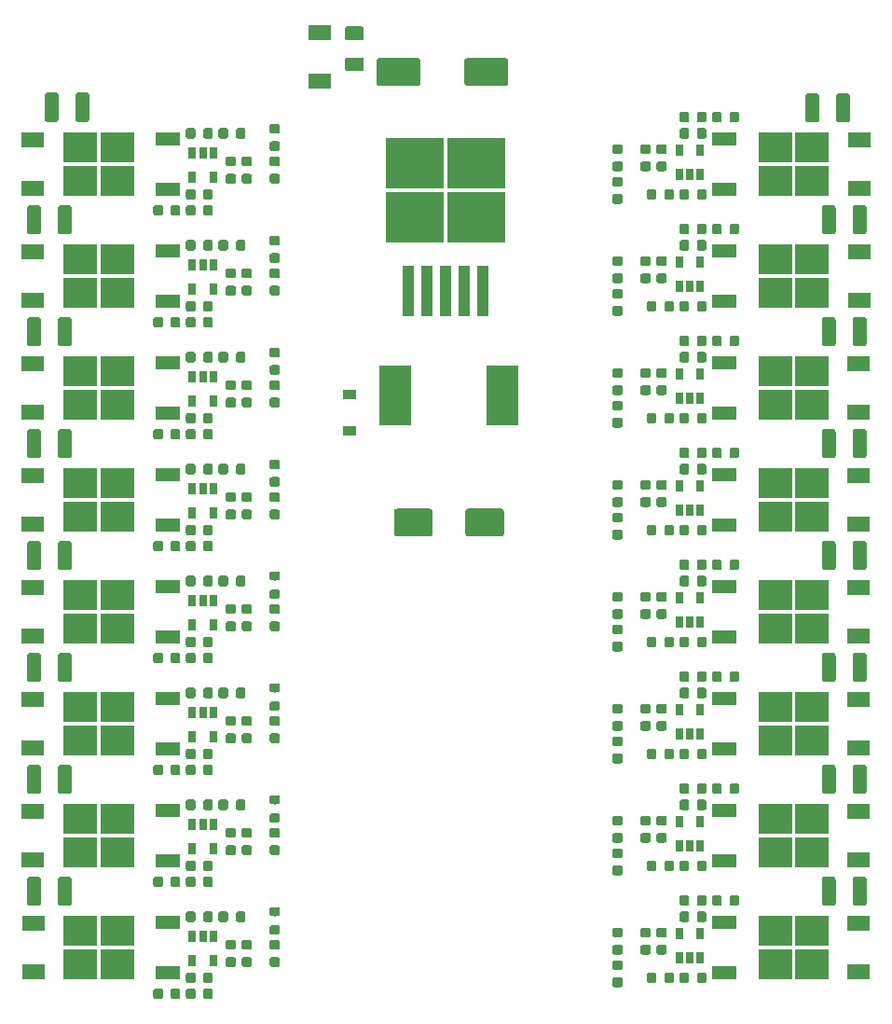
<source format=gbr>
G04 #@! TF.GenerationSoftware,KiCad,Pcbnew,(5.1.0)-1*
G04 #@! TF.CreationDate,2021-06-26T10:28:06+02:00*
G04 #@! TF.ProjectId,Magnetsteuerung_v2.2,4d61676e-6574-4737-9465-756572756e67,rev?*
G04 #@! TF.SameCoordinates,Original*
G04 #@! TF.FileFunction,Paste,Top*
G04 #@! TF.FilePolarity,Positive*
%FSLAX46Y46*%
G04 Gerber Fmt 4.6, Leading zero omitted, Abs format (unit mm)*
G04 Created by KiCad (PCBNEW (5.1.0)-1) date 2021-06-26 10:28:06*
%MOMM*%
%LPD*%
G04 APERTURE LIST*
%ADD10C,0.100000*%
%ADD11C,0.875000*%
%ADD12R,2.100000X1.400000*%
%ADD13R,0.650000X1.060000*%
%ADD14R,3.050000X2.750000*%
%ADD15R,2.200000X1.200000*%
%ADD16C,1.250000*%
%ADD17C,0.800000*%
%ADD18R,2.900000X5.400000*%
%ADD19R,5.250000X4.550000*%
%ADD20R,1.100000X4.600000*%
%ADD21R,1.200000X0.900000*%
%ADD22C,2.500000*%
G04 APERTURE END LIST*
D10*
G36*
X156822691Y-91536053D02*
G01*
X156843926Y-91539203D01*
X156864750Y-91544419D01*
X156884962Y-91551651D01*
X156904368Y-91560830D01*
X156922781Y-91571866D01*
X156940024Y-91584654D01*
X156955930Y-91599070D01*
X156970346Y-91614976D01*
X156983134Y-91632219D01*
X156994170Y-91650632D01*
X157003349Y-91670038D01*
X157010581Y-91690250D01*
X157015797Y-91711074D01*
X157018947Y-91732309D01*
X157020000Y-91753750D01*
X157020000Y-92266250D01*
X157018947Y-92287691D01*
X157015797Y-92308926D01*
X157010581Y-92329750D01*
X157003349Y-92349962D01*
X156994170Y-92369368D01*
X156983134Y-92387781D01*
X156970346Y-92405024D01*
X156955930Y-92420930D01*
X156940024Y-92435346D01*
X156922781Y-92448134D01*
X156904368Y-92459170D01*
X156884962Y-92468349D01*
X156864750Y-92475581D01*
X156843926Y-92480797D01*
X156822691Y-92483947D01*
X156801250Y-92485000D01*
X156363750Y-92485000D01*
X156342309Y-92483947D01*
X156321074Y-92480797D01*
X156300250Y-92475581D01*
X156280038Y-92468349D01*
X156260632Y-92459170D01*
X156242219Y-92448134D01*
X156224976Y-92435346D01*
X156209070Y-92420930D01*
X156194654Y-92405024D01*
X156181866Y-92387781D01*
X156170830Y-92369368D01*
X156161651Y-92349962D01*
X156154419Y-92329750D01*
X156149203Y-92308926D01*
X156146053Y-92287691D01*
X156145000Y-92266250D01*
X156145000Y-91753750D01*
X156146053Y-91732309D01*
X156149203Y-91711074D01*
X156154419Y-91690250D01*
X156161651Y-91670038D01*
X156170830Y-91650632D01*
X156181866Y-91632219D01*
X156194654Y-91614976D01*
X156209070Y-91599070D01*
X156224976Y-91584654D01*
X156242219Y-91571866D01*
X156260632Y-91560830D01*
X156280038Y-91551651D01*
X156300250Y-91544419D01*
X156321074Y-91539203D01*
X156342309Y-91536053D01*
X156363750Y-91535000D01*
X156801250Y-91535000D01*
X156822691Y-91536053D01*
X156822691Y-91536053D01*
G37*
D11*
X156582500Y-92010000D03*
D10*
G36*
X158397691Y-91536053D02*
G01*
X158418926Y-91539203D01*
X158439750Y-91544419D01*
X158459962Y-91551651D01*
X158479368Y-91560830D01*
X158497781Y-91571866D01*
X158515024Y-91584654D01*
X158530930Y-91599070D01*
X158545346Y-91614976D01*
X158558134Y-91632219D01*
X158569170Y-91650632D01*
X158578349Y-91670038D01*
X158585581Y-91690250D01*
X158590797Y-91711074D01*
X158593947Y-91732309D01*
X158595000Y-91753750D01*
X158595000Y-92266250D01*
X158593947Y-92287691D01*
X158590797Y-92308926D01*
X158585581Y-92329750D01*
X158578349Y-92349962D01*
X158569170Y-92369368D01*
X158558134Y-92387781D01*
X158545346Y-92405024D01*
X158530930Y-92420930D01*
X158515024Y-92435346D01*
X158497781Y-92448134D01*
X158479368Y-92459170D01*
X158459962Y-92468349D01*
X158439750Y-92475581D01*
X158418926Y-92480797D01*
X158397691Y-92483947D01*
X158376250Y-92485000D01*
X157938750Y-92485000D01*
X157917309Y-92483947D01*
X157896074Y-92480797D01*
X157875250Y-92475581D01*
X157855038Y-92468349D01*
X157835632Y-92459170D01*
X157817219Y-92448134D01*
X157799976Y-92435346D01*
X157784070Y-92420930D01*
X157769654Y-92405024D01*
X157756866Y-92387781D01*
X157745830Y-92369368D01*
X157736651Y-92349962D01*
X157729419Y-92329750D01*
X157724203Y-92308926D01*
X157721053Y-92287691D01*
X157720000Y-92266250D01*
X157720000Y-91753750D01*
X157721053Y-91732309D01*
X157724203Y-91711074D01*
X157729419Y-91690250D01*
X157736651Y-91670038D01*
X157745830Y-91650632D01*
X157756866Y-91632219D01*
X157769654Y-91614976D01*
X157784070Y-91599070D01*
X157799976Y-91584654D01*
X157817219Y-91571866D01*
X157835632Y-91560830D01*
X157855038Y-91551651D01*
X157875250Y-91544419D01*
X157896074Y-91539203D01*
X157917309Y-91536053D01*
X157938750Y-91535000D01*
X158376250Y-91535000D01*
X158397691Y-91536053D01*
X158397691Y-91536053D01*
G37*
D11*
X158157500Y-92010000D03*
D12*
X172400000Y-98440000D03*
X172400000Y-94040000D03*
X172400000Y-118760000D03*
X172400000Y-114360000D03*
X172400000Y-88280000D03*
X172400000Y-83880000D03*
X172400000Y-78120000D03*
X172400000Y-73720000D03*
X172400000Y-108600000D03*
X172400000Y-104200000D03*
X172400000Y-67960000D03*
X172400000Y-63560000D03*
D10*
G36*
X156822691Y-72676053D02*
G01*
X156843926Y-72679203D01*
X156864750Y-72684419D01*
X156884962Y-72691651D01*
X156904368Y-72700830D01*
X156922781Y-72711866D01*
X156940024Y-72724654D01*
X156955930Y-72739070D01*
X156970346Y-72754976D01*
X156983134Y-72772219D01*
X156994170Y-72790632D01*
X157003349Y-72810038D01*
X157010581Y-72830250D01*
X157015797Y-72851074D01*
X157018947Y-72872309D01*
X157020000Y-72893750D01*
X157020000Y-73406250D01*
X157018947Y-73427691D01*
X157015797Y-73448926D01*
X157010581Y-73469750D01*
X157003349Y-73489962D01*
X156994170Y-73509368D01*
X156983134Y-73527781D01*
X156970346Y-73545024D01*
X156955930Y-73560930D01*
X156940024Y-73575346D01*
X156922781Y-73588134D01*
X156904368Y-73599170D01*
X156884962Y-73608349D01*
X156864750Y-73615581D01*
X156843926Y-73620797D01*
X156822691Y-73623947D01*
X156801250Y-73625000D01*
X156363750Y-73625000D01*
X156342309Y-73623947D01*
X156321074Y-73620797D01*
X156300250Y-73615581D01*
X156280038Y-73608349D01*
X156260632Y-73599170D01*
X156242219Y-73588134D01*
X156224976Y-73575346D01*
X156209070Y-73560930D01*
X156194654Y-73545024D01*
X156181866Y-73527781D01*
X156170830Y-73509368D01*
X156161651Y-73489962D01*
X156154419Y-73469750D01*
X156149203Y-73448926D01*
X156146053Y-73427691D01*
X156145000Y-73406250D01*
X156145000Y-72893750D01*
X156146053Y-72872309D01*
X156149203Y-72851074D01*
X156154419Y-72830250D01*
X156161651Y-72810038D01*
X156170830Y-72790632D01*
X156181866Y-72772219D01*
X156194654Y-72754976D01*
X156209070Y-72739070D01*
X156224976Y-72724654D01*
X156242219Y-72711866D01*
X156260632Y-72700830D01*
X156280038Y-72691651D01*
X156300250Y-72684419D01*
X156321074Y-72679203D01*
X156342309Y-72676053D01*
X156363750Y-72675000D01*
X156801250Y-72675000D01*
X156822691Y-72676053D01*
X156822691Y-72676053D01*
G37*
D11*
X156582500Y-73150000D03*
D10*
G36*
X158397691Y-72676053D02*
G01*
X158418926Y-72679203D01*
X158439750Y-72684419D01*
X158459962Y-72691651D01*
X158479368Y-72700830D01*
X158497781Y-72711866D01*
X158515024Y-72724654D01*
X158530930Y-72739070D01*
X158545346Y-72754976D01*
X158558134Y-72772219D01*
X158569170Y-72790632D01*
X158578349Y-72810038D01*
X158585581Y-72830250D01*
X158590797Y-72851074D01*
X158593947Y-72872309D01*
X158595000Y-72893750D01*
X158595000Y-73406250D01*
X158593947Y-73427691D01*
X158590797Y-73448926D01*
X158585581Y-73469750D01*
X158578349Y-73489962D01*
X158569170Y-73509368D01*
X158558134Y-73527781D01*
X158545346Y-73545024D01*
X158530930Y-73560930D01*
X158515024Y-73575346D01*
X158497781Y-73588134D01*
X158479368Y-73599170D01*
X158459962Y-73608349D01*
X158439750Y-73615581D01*
X158418926Y-73620797D01*
X158397691Y-73623947D01*
X158376250Y-73625000D01*
X157938750Y-73625000D01*
X157917309Y-73623947D01*
X157896074Y-73620797D01*
X157875250Y-73615581D01*
X157855038Y-73608349D01*
X157835632Y-73599170D01*
X157817219Y-73588134D01*
X157799976Y-73575346D01*
X157784070Y-73560930D01*
X157769654Y-73545024D01*
X157756866Y-73527781D01*
X157745830Y-73509368D01*
X157736651Y-73489962D01*
X157729419Y-73469750D01*
X157724203Y-73448926D01*
X157721053Y-73427691D01*
X157720000Y-73406250D01*
X157720000Y-72893750D01*
X157721053Y-72872309D01*
X157724203Y-72851074D01*
X157729419Y-72830250D01*
X157736651Y-72810038D01*
X157745830Y-72790632D01*
X157756866Y-72772219D01*
X157769654Y-72754976D01*
X157784070Y-72739070D01*
X157799976Y-72724654D01*
X157817219Y-72711866D01*
X157835632Y-72700830D01*
X157855038Y-72691651D01*
X157875250Y-72684419D01*
X157896074Y-72679203D01*
X157917309Y-72676053D01*
X157938750Y-72675000D01*
X158376250Y-72675000D01*
X158397691Y-72676053D01*
X158397691Y-72676053D01*
G37*
D11*
X158157500Y-73150000D03*
D10*
G36*
X156822691Y-103156053D02*
G01*
X156843926Y-103159203D01*
X156864750Y-103164419D01*
X156884962Y-103171651D01*
X156904368Y-103180830D01*
X156922781Y-103191866D01*
X156940024Y-103204654D01*
X156955930Y-103219070D01*
X156970346Y-103234976D01*
X156983134Y-103252219D01*
X156994170Y-103270632D01*
X157003349Y-103290038D01*
X157010581Y-103310250D01*
X157015797Y-103331074D01*
X157018947Y-103352309D01*
X157020000Y-103373750D01*
X157020000Y-103886250D01*
X157018947Y-103907691D01*
X157015797Y-103928926D01*
X157010581Y-103949750D01*
X157003349Y-103969962D01*
X156994170Y-103989368D01*
X156983134Y-104007781D01*
X156970346Y-104025024D01*
X156955930Y-104040930D01*
X156940024Y-104055346D01*
X156922781Y-104068134D01*
X156904368Y-104079170D01*
X156884962Y-104088349D01*
X156864750Y-104095581D01*
X156843926Y-104100797D01*
X156822691Y-104103947D01*
X156801250Y-104105000D01*
X156363750Y-104105000D01*
X156342309Y-104103947D01*
X156321074Y-104100797D01*
X156300250Y-104095581D01*
X156280038Y-104088349D01*
X156260632Y-104079170D01*
X156242219Y-104068134D01*
X156224976Y-104055346D01*
X156209070Y-104040930D01*
X156194654Y-104025024D01*
X156181866Y-104007781D01*
X156170830Y-103989368D01*
X156161651Y-103969962D01*
X156154419Y-103949750D01*
X156149203Y-103928926D01*
X156146053Y-103907691D01*
X156145000Y-103886250D01*
X156145000Y-103373750D01*
X156146053Y-103352309D01*
X156149203Y-103331074D01*
X156154419Y-103310250D01*
X156161651Y-103290038D01*
X156170830Y-103270632D01*
X156181866Y-103252219D01*
X156194654Y-103234976D01*
X156209070Y-103219070D01*
X156224976Y-103204654D01*
X156242219Y-103191866D01*
X156260632Y-103180830D01*
X156280038Y-103171651D01*
X156300250Y-103164419D01*
X156321074Y-103159203D01*
X156342309Y-103156053D01*
X156363750Y-103155000D01*
X156801250Y-103155000D01*
X156822691Y-103156053D01*
X156822691Y-103156053D01*
G37*
D11*
X156582500Y-103630000D03*
D10*
G36*
X158397691Y-103156053D02*
G01*
X158418926Y-103159203D01*
X158439750Y-103164419D01*
X158459962Y-103171651D01*
X158479368Y-103180830D01*
X158497781Y-103191866D01*
X158515024Y-103204654D01*
X158530930Y-103219070D01*
X158545346Y-103234976D01*
X158558134Y-103252219D01*
X158569170Y-103270632D01*
X158578349Y-103290038D01*
X158585581Y-103310250D01*
X158590797Y-103331074D01*
X158593947Y-103352309D01*
X158595000Y-103373750D01*
X158595000Y-103886250D01*
X158593947Y-103907691D01*
X158590797Y-103928926D01*
X158585581Y-103949750D01*
X158578349Y-103969962D01*
X158569170Y-103989368D01*
X158558134Y-104007781D01*
X158545346Y-104025024D01*
X158530930Y-104040930D01*
X158515024Y-104055346D01*
X158497781Y-104068134D01*
X158479368Y-104079170D01*
X158459962Y-104088349D01*
X158439750Y-104095581D01*
X158418926Y-104100797D01*
X158397691Y-104103947D01*
X158376250Y-104105000D01*
X157938750Y-104105000D01*
X157917309Y-104103947D01*
X157896074Y-104100797D01*
X157875250Y-104095581D01*
X157855038Y-104088349D01*
X157835632Y-104079170D01*
X157817219Y-104068134D01*
X157799976Y-104055346D01*
X157784070Y-104040930D01*
X157769654Y-104025024D01*
X157756866Y-104007781D01*
X157745830Y-103989368D01*
X157736651Y-103969962D01*
X157729419Y-103949750D01*
X157724203Y-103928926D01*
X157721053Y-103907691D01*
X157720000Y-103886250D01*
X157720000Y-103373750D01*
X157721053Y-103352309D01*
X157724203Y-103331074D01*
X157729419Y-103310250D01*
X157736651Y-103290038D01*
X157745830Y-103270632D01*
X157756866Y-103252219D01*
X157769654Y-103234976D01*
X157784070Y-103219070D01*
X157799976Y-103204654D01*
X157817219Y-103191866D01*
X157835632Y-103180830D01*
X157855038Y-103171651D01*
X157875250Y-103164419D01*
X157896074Y-103159203D01*
X157917309Y-103156053D01*
X157938750Y-103155000D01*
X158376250Y-103155000D01*
X158397691Y-103156053D01*
X158397691Y-103156053D01*
G37*
D11*
X158157500Y-103630000D03*
D10*
G36*
X156822691Y-92996053D02*
G01*
X156843926Y-92999203D01*
X156864750Y-93004419D01*
X156884962Y-93011651D01*
X156904368Y-93020830D01*
X156922781Y-93031866D01*
X156940024Y-93044654D01*
X156955930Y-93059070D01*
X156970346Y-93074976D01*
X156983134Y-93092219D01*
X156994170Y-93110632D01*
X157003349Y-93130038D01*
X157010581Y-93150250D01*
X157015797Y-93171074D01*
X157018947Y-93192309D01*
X157020000Y-93213750D01*
X157020000Y-93726250D01*
X157018947Y-93747691D01*
X157015797Y-93768926D01*
X157010581Y-93789750D01*
X157003349Y-93809962D01*
X156994170Y-93829368D01*
X156983134Y-93847781D01*
X156970346Y-93865024D01*
X156955930Y-93880930D01*
X156940024Y-93895346D01*
X156922781Y-93908134D01*
X156904368Y-93919170D01*
X156884962Y-93928349D01*
X156864750Y-93935581D01*
X156843926Y-93940797D01*
X156822691Y-93943947D01*
X156801250Y-93945000D01*
X156363750Y-93945000D01*
X156342309Y-93943947D01*
X156321074Y-93940797D01*
X156300250Y-93935581D01*
X156280038Y-93928349D01*
X156260632Y-93919170D01*
X156242219Y-93908134D01*
X156224976Y-93895346D01*
X156209070Y-93880930D01*
X156194654Y-93865024D01*
X156181866Y-93847781D01*
X156170830Y-93829368D01*
X156161651Y-93809962D01*
X156154419Y-93789750D01*
X156149203Y-93768926D01*
X156146053Y-93747691D01*
X156145000Y-93726250D01*
X156145000Y-93213750D01*
X156146053Y-93192309D01*
X156149203Y-93171074D01*
X156154419Y-93150250D01*
X156161651Y-93130038D01*
X156170830Y-93110632D01*
X156181866Y-93092219D01*
X156194654Y-93074976D01*
X156209070Y-93059070D01*
X156224976Y-93044654D01*
X156242219Y-93031866D01*
X156260632Y-93020830D01*
X156280038Y-93011651D01*
X156300250Y-93004419D01*
X156321074Y-92999203D01*
X156342309Y-92996053D01*
X156363750Y-92995000D01*
X156801250Y-92995000D01*
X156822691Y-92996053D01*
X156822691Y-92996053D01*
G37*
D11*
X156582500Y-93470000D03*
D10*
G36*
X158397691Y-92996053D02*
G01*
X158418926Y-92999203D01*
X158439750Y-93004419D01*
X158459962Y-93011651D01*
X158479368Y-93020830D01*
X158497781Y-93031866D01*
X158515024Y-93044654D01*
X158530930Y-93059070D01*
X158545346Y-93074976D01*
X158558134Y-93092219D01*
X158569170Y-93110632D01*
X158578349Y-93130038D01*
X158585581Y-93150250D01*
X158590797Y-93171074D01*
X158593947Y-93192309D01*
X158595000Y-93213750D01*
X158595000Y-93726250D01*
X158593947Y-93747691D01*
X158590797Y-93768926D01*
X158585581Y-93789750D01*
X158578349Y-93809962D01*
X158569170Y-93829368D01*
X158558134Y-93847781D01*
X158545346Y-93865024D01*
X158530930Y-93880930D01*
X158515024Y-93895346D01*
X158497781Y-93908134D01*
X158479368Y-93919170D01*
X158459962Y-93928349D01*
X158439750Y-93935581D01*
X158418926Y-93940797D01*
X158397691Y-93943947D01*
X158376250Y-93945000D01*
X157938750Y-93945000D01*
X157917309Y-93943947D01*
X157896074Y-93940797D01*
X157875250Y-93935581D01*
X157855038Y-93928349D01*
X157835632Y-93919170D01*
X157817219Y-93908134D01*
X157799976Y-93895346D01*
X157784070Y-93880930D01*
X157769654Y-93865024D01*
X157756866Y-93847781D01*
X157745830Y-93829368D01*
X157736651Y-93809962D01*
X157729419Y-93789750D01*
X157724203Y-93768926D01*
X157721053Y-93747691D01*
X157720000Y-93726250D01*
X157720000Y-93213750D01*
X157721053Y-93192309D01*
X157724203Y-93171074D01*
X157729419Y-93150250D01*
X157736651Y-93130038D01*
X157745830Y-93110632D01*
X157756866Y-93092219D01*
X157769654Y-93074976D01*
X157784070Y-93059070D01*
X157799976Y-93044654D01*
X157817219Y-93031866D01*
X157835632Y-93020830D01*
X157855038Y-93011651D01*
X157875250Y-93004419D01*
X157896074Y-92999203D01*
X157917309Y-92996053D01*
X157938750Y-92995000D01*
X158376250Y-92995000D01*
X158397691Y-92996053D01*
X158397691Y-92996053D01*
G37*
D11*
X158157500Y-93470000D03*
D10*
G36*
X156822691Y-62516053D02*
G01*
X156843926Y-62519203D01*
X156864750Y-62524419D01*
X156884962Y-62531651D01*
X156904368Y-62540830D01*
X156922781Y-62551866D01*
X156940024Y-62564654D01*
X156955930Y-62579070D01*
X156970346Y-62594976D01*
X156983134Y-62612219D01*
X156994170Y-62630632D01*
X157003349Y-62650038D01*
X157010581Y-62670250D01*
X157015797Y-62691074D01*
X157018947Y-62712309D01*
X157020000Y-62733750D01*
X157020000Y-63246250D01*
X157018947Y-63267691D01*
X157015797Y-63288926D01*
X157010581Y-63309750D01*
X157003349Y-63329962D01*
X156994170Y-63349368D01*
X156983134Y-63367781D01*
X156970346Y-63385024D01*
X156955930Y-63400930D01*
X156940024Y-63415346D01*
X156922781Y-63428134D01*
X156904368Y-63439170D01*
X156884962Y-63448349D01*
X156864750Y-63455581D01*
X156843926Y-63460797D01*
X156822691Y-63463947D01*
X156801250Y-63465000D01*
X156363750Y-63465000D01*
X156342309Y-63463947D01*
X156321074Y-63460797D01*
X156300250Y-63455581D01*
X156280038Y-63448349D01*
X156260632Y-63439170D01*
X156242219Y-63428134D01*
X156224976Y-63415346D01*
X156209070Y-63400930D01*
X156194654Y-63385024D01*
X156181866Y-63367781D01*
X156170830Y-63349368D01*
X156161651Y-63329962D01*
X156154419Y-63309750D01*
X156149203Y-63288926D01*
X156146053Y-63267691D01*
X156145000Y-63246250D01*
X156145000Y-62733750D01*
X156146053Y-62712309D01*
X156149203Y-62691074D01*
X156154419Y-62670250D01*
X156161651Y-62650038D01*
X156170830Y-62630632D01*
X156181866Y-62612219D01*
X156194654Y-62594976D01*
X156209070Y-62579070D01*
X156224976Y-62564654D01*
X156242219Y-62551866D01*
X156260632Y-62540830D01*
X156280038Y-62531651D01*
X156300250Y-62524419D01*
X156321074Y-62519203D01*
X156342309Y-62516053D01*
X156363750Y-62515000D01*
X156801250Y-62515000D01*
X156822691Y-62516053D01*
X156822691Y-62516053D01*
G37*
D11*
X156582500Y-62990000D03*
D10*
G36*
X158397691Y-62516053D02*
G01*
X158418926Y-62519203D01*
X158439750Y-62524419D01*
X158459962Y-62531651D01*
X158479368Y-62540830D01*
X158497781Y-62551866D01*
X158515024Y-62564654D01*
X158530930Y-62579070D01*
X158545346Y-62594976D01*
X158558134Y-62612219D01*
X158569170Y-62630632D01*
X158578349Y-62650038D01*
X158585581Y-62670250D01*
X158590797Y-62691074D01*
X158593947Y-62712309D01*
X158595000Y-62733750D01*
X158595000Y-63246250D01*
X158593947Y-63267691D01*
X158590797Y-63288926D01*
X158585581Y-63309750D01*
X158578349Y-63329962D01*
X158569170Y-63349368D01*
X158558134Y-63367781D01*
X158545346Y-63385024D01*
X158530930Y-63400930D01*
X158515024Y-63415346D01*
X158497781Y-63428134D01*
X158479368Y-63439170D01*
X158459962Y-63448349D01*
X158439750Y-63455581D01*
X158418926Y-63460797D01*
X158397691Y-63463947D01*
X158376250Y-63465000D01*
X157938750Y-63465000D01*
X157917309Y-63463947D01*
X157896074Y-63460797D01*
X157875250Y-63455581D01*
X157855038Y-63448349D01*
X157835632Y-63439170D01*
X157817219Y-63428134D01*
X157799976Y-63415346D01*
X157784070Y-63400930D01*
X157769654Y-63385024D01*
X157756866Y-63367781D01*
X157745830Y-63349368D01*
X157736651Y-63329962D01*
X157729419Y-63309750D01*
X157724203Y-63288926D01*
X157721053Y-63267691D01*
X157720000Y-63246250D01*
X157720000Y-62733750D01*
X157721053Y-62712309D01*
X157724203Y-62691074D01*
X157729419Y-62670250D01*
X157736651Y-62650038D01*
X157745830Y-62630632D01*
X157756866Y-62612219D01*
X157769654Y-62594976D01*
X157784070Y-62579070D01*
X157799976Y-62564654D01*
X157817219Y-62551866D01*
X157835632Y-62540830D01*
X157855038Y-62531651D01*
X157875250Y-62524419D01*
X157896074Y-62519203D01*
X157917309Y-62516053D01*
X157938750Y-62515000D01*
X158376250Y-62515000D01*
X158397691Y-62516053D01*
X158397691Y-62516053D01*
G37*
D11*
X158157500Y-62990000D03*
D10*
G36*
X156822691Y-82836053D02*
G01*
X156843926Y-82839203D01*
X156864750Y-82844419D01*
X156884962Y-82851651D01*
X156904368Y-82860830D01*
X156922781Y-82871866D01*
X156940024Y-82884654D01*
X156955930Y-82899070D01*
X156970346Y-82914976D01*
X156983134Y-82932219D01*
X156994170Y-82950632D01*
X157003349Y-82970038D01*
X157010581Y-82990250D01*
X157015797Y-83011074D01*
X157018947Y-83032309D01*
X157020000Y-83053750D01*
X157020000Y-83566250D01*
X157018947Y-83587691D01*
X157015797Y-83608926D01*
X157010581Y-83629750D01*
X157003349Y-83649962D01*
X156994170Y-83669368D01*
X156983134Y-83687781D01*
X156970346Y-83705024D01*
X156955930Y-83720930D01*
X156940024Y-83735346D01*
X156922781Y-83748134D01*
X156904368Y-83759170D01*
X156884962Y-83768349D01*
X156864750Y-83775581D01*
X156843926Y-83780797D01*
X156822691Y-83783947D01*
X156801250Y-83785000D01*
X156363750Y-83785000D01*
X156342309Y-83783947D01*
X156321074Y-83780797D01*
X156300250Y-83775581D01*
X156280038Y-83768349D01*
X156260632Y-83759170D01*
X156242219Y-83748134D01*
X156224976Y-83735346D01*
X156209070Y-83720930D01*
X156194654Y-83705024D01*
X156181866Y-83687781D01*
X156170830Y-83669368D01*
X156161651Y-83649962D01*
X156154419Y-83629750D01*
X156149203Y-83608926D01*
X156146053Y-83587691D01*
X156145000Y-83566250D01*
X156145000Y-83053750D01*
X156146053Y-83032309D01*
X156149203Y-83011074D01*
X156154419Y-82990250D01*
X156161651Y-82970038D01*
X156170830Y-82950632D01*
X156181866Y-82932219D01*
X156194654Y-82914976D01*
X156209070Y-82899070D01*
X156224976Y-82884654D01*
X156242219Y-82871866D01*
X156260632Y-82860830D01*
X156280038Y-82851651D01*
X156300250Y-82844419D01*
X156321074Y-82839203D01*
X156342309Y-82836053D01*
X156363750Y-82835000D01*
X156801250Y-82835000D01*
X156822691Y-82836053D01*
X156822691Y-82836053D01*
G37*
D11*
X156582500Y-83310000D03*
D10*
G36*
X158397691Y-82836053D02*
G01*
X158418926Y-82839203D01*
X158439750Y-82844419D01*
X158459962Y-82851651D01*
X158479368Y-82860830D01*
X158497781Y-82871866D01*
X158515024Y-82884654D01*
X158530930Y-82899070D01*
X158545346Y-82914976D01*
X158558134Y-82932219D01*
X158569170Y-82950632D01*
X158578349Y-82970038D01*
X158585581Y-82990250D01*
X158590797Y-83011074D01*
X158593947Y-83032309D01*
X158595000Y-83053750D01*
X158595000Y-83566250D01*
X158593947Y-83587691D01*
X158590797Y-83608926D01*
X158585581Y-83629750D01*
X158578349Y-83649962D01*
X158569170Y-83669368D01*
X158558134Y-83687781D01*
X158545346Y-83705024D01*
X158530930Y-83720930D01*
X158515024Y-83735346D01*
X158497781Y-83748134D01*
X158479368Y-83759170D01*
X158459962Y-83768349D01*
X158439750Y-83775581D01*
X158418926Y-83780797D01*
X158397691Y-83783947D01*
X158376250Y-83785000D01*
X157938750Y-83785000D01*
X157917309Y-83783947D01*
X157896074Y-83780797D01*
X157875250Y-83775581D01*
X157855038Y-83768349D01*
X157835632Y-83759170D01*
X157817219Y-83748134D01*
X157799976Y-83735346D01*
X157784070Y-83720930D01*
X157769654Y-83705024D01*
X157756866Y-83687781D01*
X157745830Y-83669368D01*
X157736651Y-83649962D01*
X157729419Y-83629750D01*
X157724203Y-83608926D01*
X157721053Y-83587691D01*
X157720000Y-83566250D01*
X157720000Y-83053750D01*
X157721053Y-83032309D01*
X157724203Y-83011074D01*
X157729419Y-82990250D01*
X157736651Y-82970038D01*
X157745830Y-82950632D01*
X157756866Y-82932219D01*
X157769654Y-82914976D01*
X157784070Y-82899070D01*
X157799976Y-82884654D01*
X157817219Y-82871866D01*
X157835632Y-82860830D01*
X157855038Y-82851651D01*
X157875250Y-82844419D01*
X157896074Y-82839203D01*
X157917309Y-82836053D01*
X157938750Y-82835000D01*
X158376250Y-82835000D01*
X158397691Y-82836053D01*
X158397691Y-82836053D01*
G37*
D11*
X158157500Y-83310000D03*
D10*
G36*
X156822691Y-113316053D02*
G01*
X156843926Y-113319203D01*
X156864750Y-113324419D01*
X156884962Y-113331651D01*
X156904368Y-113340830D01*
X156922781Y-113351866D01*
X156940024Y-113364654D01*
X156955930Y-113379070D01*
X156970346Y-113394976D01*
X156983134Y-113412219D01*
X156994170Y-113430632D01*
X157003349Y-113450038D01*
X157010581Y-113470250D01*
X157015797Y-113491074D01*
X157018947Y-113512309D01*
X157020000Y-113533750D01*
X157020000Y-114046250D01*
X157018947Y-114067691D01*
X157015797Y-114088926D01*
X157010581Y-114109750D01*
X157003349Y-114129962D01*
X156994170Y-114149368D01*
X156983134Y-114167781D01*
X156970346Y-114185024D01*
X156955930Y-114200930D01*
X156940024Y-114215346D01*
X156922781Y-114228134D01*
X156904368Y-114239170D01*
X156884962Y-114248349D01*
X156864750Y-114255581D01*
X156843926Y-114260797D01*
X156822691Y-114263947D01*
X156801250Y-114265000D01*
X156363750Y-114265000D01*
X156342309Y-114263947D01*
X156321074Y-114260797D01*
X156300250Y-114255581D01*
X156280038Y-114248349D01*
X156260632Y-114239170D01*
X156242219Y-114228134D01*
X156224976Y-114215346D01*
X156209070Y-114200930D01*
X156194654Y-114185024D01*
X156181866Y-114167781D01*
X156170830Y-114149368D01*
X156161651Y-114129962D01*
X156154419Y-114109750D01*
X156149203Y-114088926D01*
X156146053Y-114067691D01*
X156145000Y-114046250D01*
X156145000Y-113533750D01*
X156146053Y-113512309D01*
X156149203Y-113491074D01*
X156154419Y-113470250D01*
X156161651Y-113450038D01*
X156170830Y-113430632D01*
X156181866Y-113412219D01*
X156194654Y-113394976D01*
X156209070Y-113379070D01*
X156224976Y-113364654D01*
X156242219Y-113351866D01*
X156260632Y-113340830D01*
X156280038Y-113331651D01*
X156300250Y-113324419D01*
X156321074Y-113319203D01*
X156342309Y-113316053D01*
X156363750Y-113315000D01*
X156801250Y-113315000D01*
X156822691Y-113316053D01*
X156822691Y-113316053D01*
G37*
D11*
X156582500Y-113790000D03*
D10*
G36*
X158397691Y-113316053D02*
G01*
X158418926Y-113319203D01*
X158439750Y-113324419D01*
X158459962Y-113331651D01*
X158479368Y-113340830D01*
X158497781Y-113351866D01*
X158515024Y-113364654D01*
X158530930Y-113379070D01*
X158545346Y-113394976D01*
X158558134Y-113412219D01*
X158569170Y-113430632D01*
X158578349Y-113450038D01*
X158585581Y-113470250D01*
X158590797Y-113491074D01*
X158593947Y-113512309D01*
X158595000Y-113533750D01*
X158595000Y-114046250D01*
X158593947Y-114067691D01*
X158590797Y-114088926D01*
X158585581Y-114109750D01*
X158578349Y-114129962D01*
X158569170Y-114149368D01*
X158558134Y-114167781D01*
X158545346Y-114185024D01*
X158530930Y-114200930D01*
X158515024Y-114215346D01*
X158497781Y-114228134D01*
X158479368Y-114239170D01*
X158459962Y-114248349D01*
X158439750Y-114255581D01*
X158418926Y-114260797D01*
X158397691Y-114263947D01*
X158376250Y-114265000D01*
X157938750Y-114265000D01*
X157917309Y-114263947D01*
X157896074Y-114260797D01*
X157875250Y-114255581D01*
X157855038Y-114248349D01*
X157835632Y-114239170D01*
X157817219Y-114228134D01*
X157799976Y-114215346D01*
X157784070Y-114200930D01*
X157769654Y-114185024D01*
X157756866Y-114167781D01*
X157745830Y-114149368D01*
X157736651Y-114129962D01*
X157729419Y-114109750D01*
X157724203Y-114088926D01*
X157721053Y-114067691D01*
X157720000Y-114046250D01*
X157720000Y-113533750D01*
X157721053Y-113512309D01*
X157724203Y-113491074D01*
X157729419Y-113470250D01*
X157736651Y-113450038D01*
X157745830Y-113430632D01*
X157756866Y-113412219D01*
X157769654Y-113394976D01*
X157784070Y-113379070D01*
X157799976Y-113364654D01*
X157817219Y-113351866D01*
X157835632Y-113340830D01*
X157855038Y-113331651D01*
X157875250Y-113324419D01*
X157896074Y-113319203D01*
X157917309Y-113316053D01*
X157938750Y-113315000D01*
X158376250Y-113315000D01*
X158397691Y-113316053D01*
X158397691Y-113316053D01*
G37*
D11*
X158157500Y-113790000D03*
D10*
G36*
X156822691Y-42196053D02*
G01*
X156843926Y-42199203D01*
X156864750Y-42204419D01*
X156884962Y-42211651D01*
X156904368Y-42220830D01*
X156922781Y-42231866D01*
X156940024Y-42244654D01*
X156955930Y-42259070D01*
X156970346Y-42274976D01*
X156983134Y-42292219D01*
X156994170Y-42310632D01*
X157003349Y-42330038D01*
X157010581Y-42350250D01*
X157015797Y-42371074D01*
X157018947Y-42392309D01*
X157020000Y-42413750D01*
X157020000Y-42926250D01*
X157018947Y-42947691D01*
X157015797Y-42968926D01*
X157010581Y-42989750D01*
X157003349Y-43009962D01*
X156994170Y-43029368D01*
X156983134Y-43047781D01*
X156970346Y-43065024D01*
X156955930Y-43080930D01*
X156940024Y-43095346D01*
X156922781Y-43108134D01*
X156904368Y-43119170D01*
X156884962Y-43128349D01*
X156864750Y-43135581D01*
X156843926Y-43140797D01*
X156822691Y-43143947D01*
X156801250Y-43145000D01*
X156363750Y-43145000D01*
X156342309Y-43143947D01*
X156321074Y-43140797D01*
X156300250Y-43135581D01*
X156280038Y-43128349D01*
X156260632Y-43119170D01*
X156242219Y-43108134D01*
X156224976Y-43095346D01*
X156209070Y-43080930D01*
X156194654Y-43065024D01*
X156181866Y-43047781D01*
X156170830Y-43029368D01*
X156161651Y-43009962D01*
X156154419Y-42989750D01*
X156149203Y-42968926D01*
X156146053Y-42947691D01*
X156145000Y-42926250D01*
X156145000Y-42413750D01*
X156146053Y-42392309D01*
X156149203Y-42371074D01*
X156154419Y-42350250D01*
X156161651Y-42330038D01*
X156170830Y-42310632D01*
X156181866Y-42292219D01*
X156194654Y-42274976D01*
X156209070Y-42259070D01*
X156224976Y-42244654D01*
X156242219Y-42231866D01*
X156260632Y-42220830D01*
X156280038Y-42211651D01*
X156300250Y-42204419D01*
X156321074Y-42199203D01*
X156342309Y-42196053D01*
X156363750Y-42195000D01*
X156801250Y-42195000D01*
X156822691Y-42196053D01*
X156822691Y-42196053D01*
G37*
D11*
X156582500Y-42670000D03*
D10*
G36*
X158397691Y-42196053D02*
G01*
X158418926Y-42199203D01*
X158439750Y-42204419D01*
X158459962Y-42211651D01*
X158479368Y-42220830D01*
X158497781Y-42231866D01*
X158515024Y-42244654D01*
X158530930Y-42259070D01*
X158545346Y-42274976D01*
X158558134Y-42292219D01*
X158569170Y-42310632D01*
X158578349Y-42330038D01*
X158585581Y-42350250D01*
X158590797Y-42371074D01*
X158593947Y-42392309D01*
X158595000Y-42413750D01*
X158595000Y-42926250D01*
X158593947Y-42947691D01*
X158590797Y-42968926D01*
X158585581Y-42989750D01*
X158578349Y-43009962D01*
X158569170Y-43029368D01*
X158558134Y-43047781D01*
X158545346Y-43065024D01*
X158530930Y-43080930D01*
X158515024Y-43095346D01*
X158497781Y-43108134D01*
X158479368Y-43119170D01*
X158459962Y-43128349D01*
X158439750Y-43135581D01*
X158418926Y-43140797D01*
X158397691Y-43143947D01*
X158376250Y-43145000D01*
X157938750Y-43145000D01*
X157917309Y-43143947D01*
X157896074Y-43140797D01*
X157875250Y-43135581D01*
X157855038Y-43128349D01*
X157835632Y-43119170D01*
X157817219Y-43108134D01*
X157799976Y-43095346D01*
X157784070Y-43080930D01*
X157769654Y-43065024D01*
X157756866Y-43047781D01*
X157745830Y-43029368D01*
X157736651Y-43009962D01*
X157729419Y-42989750D01*
X157724203Y-42968926D01*
X157721053Y-42947691D01*
X157720000Y-42926250D01*
X157720000Y-42413750D01*
X157721053Y-42392309D01*
X157724203Y-42371074D01*
X157729419Y-42350250D01*
X157736651Y-42330038D01*
X157745830Y-42310632D01*
X157756866Y-42292219D01*
X157769654Y-42274976D01*
X157784070Y-42259070D01*
X157799976Y-42244654D01*
X157817219Y-42231866D01*
X157835632Y-42220830D01*
X157855038Y-42211651D01*
X157875250Y-42204419D01*
X157896074Y-42199203D01*
X157917309Y-42196053D01*
X157938750Y-42195000D01*
X158376250Y-42195000D01*
X158397691Y-42196053D01*
X158397691Y-42196053D01*
G37*
D11*
X158157500Y-42670000D03*
D10*
G36*
X113557691Y-57896053D02*
G01*
X113578926Y-57899203D01*
X113599750Y-57904419D01*
X113619962Y-57911651D01*
X113639368Y-57920830D01*
X113657781Y-57931866D01*
X113675024Y-57944654D01*
X113690930Y-57959070D01*
X113705346Y-57974976D01*
X113718134Y-57992219D01*
X113729170Y-58010632D01*
X113738349Y-58030038D01*
X113745581Y-58050250D01*
X113750797Y-58071074D01*
X113753947Y-58092309D01*
X113755000Y-58113750D01*
X113755000Y-58626250D01*
X113753947Y-58647691D01*
X113750797Y-58668926D01*
X113745581Y-58689750D01*
X113738349Y-58709962D01*
X113729170Y-58729368D01*
X113718134Y-58747781D01*
X113705346Y-58765024D01*
X113690930Y-58780930D01*
X113675024Y-58795346D01*
X113657781Y-58808134D01*
X113639368Y-58819170D01*
X113619962Y-58828349D01*
X113599750Y-58835581D01*
X113578926Y-58840797D01*
X113557691Y-58843947D01*
X113536250Y-58845000D01*
X113098750Y-58845000D01*
X113077309Y-58843947D01*
X113056074Y-58840797D01*
X113035250Y-58835581D01*
X113015038Y-58828349D01*
X112995632Y-58819170D01*
X112977219Y-58808134D01*
X112959976Y-58795346D01*
X112944070Y-58780930D01*
X112929654Y-58765024D01*
X112916866Y-58747781D01*
X112905830Y-58729368D01*
X112896651Y-58709962D01*
X112889419Y-58689750D01*
X112884203Y-58668926D01*
X112881053Y-58647691D01*
X112880000Y-58626250D01*
X112880000Y-58113750D01*
X112881053Y-58092309D01*
X112884203Y-58071074D01*
X112889419Y-58050250D01*
X112896651Y-58030038D01*
X112905830Y-58010632D01*
X112916866Y-57992219D01*
X112929654Y-57974976D01*
X112944070Y-57959070D01*
X112959976Y-57944654D01*
X112977219Y-57931866D01*
X112995632Y-57920830D01*
X113015038Y-57911651D01*
X113035250Y-57904419D01*
X113056074Y-57899203D01*
X113077309Y-57896053D01*
X113098750Y-57895000D01*
X113536250Y-57895000D01*
X113557691Y-57896053D01*
X113557691Y-57896053D01*
G37*
D11*
X113317500Y-58370000D03*
D10*
G36*
X111982691Y-57896053D02*
G01*
X112003926Y-57899203D01*
X112024750Y-57904419D01*
X112044962Y-57911651D01*
X112064368Y-57920830D01*
X112082781Y-57931866D01*
X112100024Y-57944654D01*
X112115930Y-57959070D01*
X112130346Y-57974976D01*
X112143134Y-57992219D01*
X112154170Y-58010632D01*
X112163349Y-58030038D01*
X112170581Y-58050250D01*
X112175797Y-58071074D01*
X112178947Y-58092309D01*
X112180000Y-58113750D01*
X112180000Y-58626250D01*
X112178947Y-58647691D01*
X112175797Y-58668926D01*
X112170581Y-58689750D01*
X112163349Y-58709962D01*
X112154170Y-58729368D01*
X112143134Y-58747781D01*
X112130346Y-58765024D01*
X112115930Y-58780930D01*
X112100024Y-58795346D01*
X112082781Y-58808134D01*
X112064368Y-58819170D01*
X112044962Y-58828349D01*
X112024750Y-58835581D01*
X112003926Y-58840797D01*
X111982691Y-58843947D01*
X111961250Y-58845000D01*
X111523750Y-58845000D01*
X111502309Y-58843947D01*
X111481074Y-58840797D01*
X111460250Y-58835581D01*
X111440038Y-58828349D01*
X111420632Y-58819170D01*
X111402219Y-58808134D01*
X111384976Y-58795346D01*
X111369070Y-58780930D01*
X111354654Y-58765024D01*
X111341866Y-58747781D01*
X111330830Y-58729368D01*
X111321651Y-58709962D01*
X111314419Y-58689750D01*
X111309203Y-58668926D01*
X111306053Y-58647691D01*
X111305000Y-58626250D01*
X111305000Y-58113750D01*
X111306053Y-58092309D01*
X111309203Y-58071074D01*
X111314419Y-58050250D01*
X111321651Y-58030038D01*
X111330830Y-58010632D01*
X111341866Y-57992219D01*
X111354654Y-57974976D01*
X111369070Y-57959070D01*
X111384976Y-57944654D01*
X111402219Y-57931866D01*
X111420632Y-57920830D01*
X111440038Y-57911651D01*
X111460250Y-57904419D01*
X111481074Y-57899203D01*
X111502309Y-57896053D01*
X111523750Y-57895000D01*
X111961250Y-57895000D01*
X111982691Y-57896053D01*
X111982691Y-57896053D01*
G37*
D11*
X111742500Y-58370000D03*
D10*
G36*
X156822691Y-52356053D02*
G01*
X156843926Y-52359203D01*
X156864750Y-52364419D01*
X156884962Y-52371651D01*
X156904368Y-52380830D01*
X156922781Y-52391866D01*
X156940024Y-52404654D01*
X156955930Y-52419070D01*
X156970346Y-52434976D01*
X156983134Y-52452219D01*
X156994170Y-52470632D01*
X157003349Y-52490038D01*
X157010581Y-52510250D01*
X157015797Y-52531074D01*
X157018947Y-52552309D01*
X157020000Y-52573750D01*
X157020000Y-53086250D01*
X157018947Y-53107691D01*
X157015797Y-53128926D01*
X157010581Y-53149750D01*
X157003349Y-53169962D01*
X156994170Y-53189368D01*
X156983134Y-53207781D01*
X156970346Y-53225024D01*
X156955930Y-53240930D01*
X156940024Y-53255346D01*
X156922781Y-53268134D01*
X156904368Y-53279170D01*
X156884962Y-53288349D01*
X156864750Y-53295581D01*
X156843926Y-53300797D01*
X156822691Y-53303947D01*
X156801250Y-53305000D01*
X156363750Y-53305000D01*
X156342309Y-53303947D01*
X156321074Y-53300797D01*
X156300250Y-53295581D01*
X156280038Y-53288349D01*
X156260632Y-53279170D01*
X156242219Y-53268134D01*
X156224976Y-53255346D01*
X156209070Y-53240930D01*
X156194654Y-53225024D01*
X156181866Y-53207781D01*
X156170830Y-53189368D01*
X156161651Y-53169962D01*
X156154419Y-53149750D01*
X156149203Y-53128926D01*
X156146053Y-53107691D01*
X156145000Y-53086250D01*
X156145000Y-52573750D01*
X156146053Y-52552309D01*
X156149203Y-52531074D01*
X156154419Y-52510250D01*
X156161651Y-52490038D01*
X156170830Y-52470632D01*
X156181866Y-52452219D01*
X156194654Y-52434976D01*
X156209070Y-52419070D01*
X156224976Y-52404654D01*
X156242219Y-52391866D01*
X156260632Y-52380830D01*
X156280038Y-52371651D01*
X156300250Y-52364419D01*
X156321074Y-52359203D01*
X156342309Y-52356053D01*
X156363750Y-52355000D01*
X156801250Y-52355000D01*
X156822691Y-52356053D01*
X156822691Y-52356053D01*
G37*
D11*
X156582500Y-52830000D03*
D10*
G36*
X158397691Y-52356053D02*
G01*
X158418926Y-52359203D01*
X158439750Y-52364419D01*
X158459962Y-52371651D01*
X158479368Y-52380830D01*
X158497781Y-52391866D01*
X158515024Y-52404654D01*
X158530930Y-52419070D01*
X158545346Y-52434976D01*
X158558134Y-52452219D01*
X158569170Y-52470632D01*
X158578349Y-52490038D01*
X158585581Y-52510250D01*
X158590797Y-52531074D01*
X158593947Y-52552309D01*
X158595000Y-52573750D01*
X158595000Y-53086250D01*
X158593947Y-53107691D01*
X158590797Y-53128926D01*
X158585581Y-53149750D01*
X158578349Y-53169962D01*
X158569170Y-53189368D01*
X158558134Y-53207781D01*
X158545346Y-53225024D01*
X158530930Y-53240930D01*
X158515024Y-53255346D01*
X158497781Y-53268134D01*
X158479368Y-53279170D01*
X158459962Y-53288349D01*
X158439750Y-53295581D01*
X158418926Y-53300797D01*
X158397691Y-53303947D01*
X158376250Y-53305000D01*
X157938750Y-53305000D01*
X157917309Y-53303947D01*
X157896074Y-53300797D01*
X157875250Y-53295581D01*
X157855038Y-53288349D01*
X157835632Y-53279170D01*
X157817219Y-53268134D01*
X157799976Y-53255346D01*
X157784070Y-53240930D01*
X157769654Y-53225024D01*
X157756866Y-53207781D01*
X157745830Y-53189368D01*
X157736651Y-53169962D01*
X157729419Y-53149750D01*
X157724203Y-53128926D01*
X157721053Y-53107691D01*
X157720000Y-53086250D01*
X157720000Y-52573750D01*
X157721053Y-52552309D01*
X157724203Y-52531074D01*
X157729419Y-52510250D01*
X157736651Y-52490038D01*
X157745830Y-52470632D01*
X157756866Y-52452219D01*
X157769654Y-52434976D01*
X157784070Y-52419070D01*
X157799976Y-52404654D01*
X157817219Y-52391866D01*
X157835632Y-52380830D01*
X157855038Y-52371651D01*
X157875250Y-52364419D01*
X157896074Y-52359203D01*
X157917309Y-52356053D01*
X157938750Y-52355000D01*
X158376250Y-52355000D01*
X158397691Y-52356053D01*
X158397691Y-52356053D01*
G37*
D11*
X158157500Y-52830000D03*
D10*
G36*
X113557691Y-47736053D02*
G01*
X113578926Y-47739203D01*
X113599750Y-47744419D01*
X113619962Y-47751651D01*
X113639368Y-47760830D01*
X113657781Y-47771866D01*
X113675024Y-47784654D01*
X113690930Y-47799070D01*
X113705346Y-47814976D01*
X113718134Y-47832219D01*
X113729170Y-47850632D01*
X113738349Y-47870038D01*
X113745581Y-47890250D01*
X113750797Y-47911074D01*
X113753947Y-47932309D01*
X113755000Y-47953750D01*
X113755000Y-48466250D01*
X113753947Y-48487691D01*
X113750797Y-48508926D01*
X113745581Y-48529750D01*
X113738349Y-48549962D01*
X113729170Y-48569368D01*
X113718134Y-48587781D01*
X113705346Y-48605024D01*
X113690930Y-48620930D01*
X113675024Y-48635346D01*
X113657781Y-48648134D01*
X113639368Y-48659170D01*
X113619962Y-48668349D01*
X113599750Y-48675581D01*
X113578926Y-48680797D01*
X113557691Y-48683947D01*
X113536250Y-48685000D01*
X113098750Y-48685000D01*
X113077309Y-48683947D01*
X113056074Y-48680797D01*
X113035250Y-48675581D01*
X113015038Y-48668349D01*
X112995632Y-48659170D01*
X112977219Y-48648134D01*
X112959976Y-48635346D01*
X112944070Y-48620930D01*
X112929654Y-48605024D01*
X112916866Y-48587781D01*
X112905830Y-48569368D01*
X112896651Y-48549962D01*
X112889419Y-48529750D01*
X112884203Y-48508926D01*
X112881053Y-48487691D01*
X112880000Y-48466250D01*
X112880000Y-47953750D01*
X112881053Y-47932309D01*
X112884203Y-47911074D01*
X112889419Y-47890250D01*
X112896651Y-47870038D01*
X112905830Y-47850632D01*
X112916866Y-47832219D01*
X112929654Y-47814976D01*
X112944070Y-47799070D01*
X112959976Y-47784654D01*
X112977219Y-47771866D01*
X112995632Y-47760830D01*
X113015038Y-47751651D01*
X113035250Y-47744419D01*
X113056074Y-47739203D01*
X113077309Y-47736053D01*
X113098750Y-47735000D01*
X113536250Y-47735000D01*
X113557691Y-47736053D01*
X113557691Y-47736053D01*
G37*
D11*
X113317500Y-48210000D03*
D10*
G36*
X111982691Y-47736053D02*
G01*
X112003926Y-47739203D01*
X112024750Y-47744419D01*
X112044962Y-47751651D01*
X112064368Y-47760830D01*
X112082781Y-47771866D01*
X112100024Y-47784654D01*
X112115930Y-47799070D01*
X112130346Y-47814976D01*
X112143134Y-47832219D01*
X112154170Y-47850632D01*
X112163349Y-47870038D01*
X112170581Y-47890250D01*
X112175797Y-47911074D01*
X112178947Y-47932309D01*
X112180000Y-47953750D01*
X112180000Y-48466250D01*
X112178947Y-48487691D01*
X112175797Y-48508926D01*
X112170581Y-48529750D01*
X112163349Y-48549962D01*
X112154170Y-48569368D01*
X112143134Y-48587781D01*
X112130346Y-48605024D01*
X112115930Y-48620930D01*
X112100024Y-48635346D01*
X112082781Y-48648134D01*
X112064368Y-48659170D01*
X112044962Y-48668349D01*
X112024750Y-48675581D01*
X112003926Y-48680797D01*
X111982691Y-48683947D01*
X111961250Y-48685000D01*
X111523750Y-48685000D01*
X111502309Y-48683947D01*
X111481074Y-48680797D01*
X111460250Y-48675581D01*
X111440038Y-48668349D01*
X111420632Y-48659170D01*
X111402219Y-48648134D01*
X111384976Y-48635346D01*
X111369070Y-48620930D01*
X111354654Y-48605024D01*
X111341866Y-48587781D01*
X111330830Y-48569368D01*
X111321651Y-48549962D01*
X111314419Y-48529750D01*
X111309203Y-48508926D01*
X111306053Y-48487691D01*
X111305000Y-48466250D01*
X111305000Y-47953750D01*
X111306053Y-47932309D01*
X111309203Y-47911074D01*
X111314419Y-47890250D01*
X111321651Y-47870038D01*
X111330830Y-47850632D01*
X111341866Y-47832219D01*
X111354654Y-47814976D01*
X111369070Y-47799070D01*
X111384976Y-47784654D01*
X111402219Y-47771866D01*
X111420632Y-47760830D01*
X111440038Y-47751651D01*
X111460250Y-47744419D01*
X111481074Y-47739203D01*
X111502309Y-47736053D01*
X111523750Y-47735000D01*
X111961250Y-47735000D01*
X111982691Y-47736053D01*
X111982691Y-47736053D01*
G37*
D11*
X111742500Y-48210000D03*
D10*
G36*
X113557691Y-68056053D02*
G01*
X113578926Y-68059203D01*
X113599750Y-68064419D01*
X113619962Y-68071651D01*
X113639368Y-68080830D01*
X113657781Y-68091866D01*
X113675024Y-68104654D01*
X113690930Y-68119070D01*
X113705346Y-68134976D01*
X113718134Y-68152219D01*
X113729170Y-68170632D01*
X113738349Y-68190038D01*
X113745581Y-68210250D01*
X113750797Y-68231074D01*
X113753947Y-68252309D01*
X113755000Y-68273750D01*
X113755000Y-68786250D01*
X113753947Y-68807691D01*
X113750797Y-68828926D01*
X113745581Y-68849750D01*
X113738349Y-68869962D01*
X113729170Y-68889368D01*
X113718134Y-68907781D01*
X113705346Y-68925024D01*
X113690930Y-68940930D01*
X113675024Y-68955346D01*
X113657781Y-68968134D01*
X113639368Y-68979170D01*
X113619962Y-68988349D01*
X113599750Y-68995581D01*
X113578926Y-69000797D01*
X113557691Y-69003947D01*
X113536250Y-69005000D01*
X113098750Y-69005000D01*
X113077309Y-69003947D01*
X113056074Y-69000797D01*
X113035250Y-68995581D01*
X113015038Y-68988349D01*
X112995632Y-68979170D01*
X112977219Y-68968134D01*
X112959976Y-68955346D01*
X112944070Y-68940930D01*
X112929654Y-68925024D01*
X112916866Y-68907781D01*
X112905830Y-68889368D01*
X112896651Y-68869962D01*
X112889419Y-68849750D01*
X112884203Y-68828926D01*
X112881053Y-68807691D01*
X112880000Y-68786250D01*
X112880000Y-68273750D01*
X112881053Y-68252309D01*
X112884203Y-68231074D01*
X112889419Y-68210250D01*
X112896651Y-68190038D01*
X112905830Y-68170632D01*
X112916866Y-68152219D01*
X112929654Y-68134976D01*
X112944070Y-68119070D01*
X112959976Y-68104654D01*
X112977219Y-68091866D01*
X112995632Y-68080830D01*
X113015038Y-68071651D01*
X113035250Y-68064419D01*
X113056074Y-68059203D01*
X113077309Y-68056053D01*
X113098750Y-68055000D01*
X113536250Y-68055000D01*
X113557691Y-68056053D01*
X113557691Y-68056053D01*
G37*
D11*
X113317500Y-68530000D03*
D10*
G36*
X111982691Y-68056053D02*
G01*
X112003926Y-68059203D01*
X112024750Y-68064419D01*
X112044962Y-68071651D01*
X112064368Y-68080830D01*
X112082781Y-68091866D01*
X112100024Y-68104654D01*
X112115930Y-68119070D01*
X112130346Y-68134976D01*
X112143134Y-68152219D01*
X112154170Y-68170632D01*
X112163349Y-68190038D01*
X112170581Y-68210250D01*
X112175797Y-68231074D01*
X112178947Y-68252309D01*
X112180000Y-68273750D01*
X112180000Y-68786250D01*
X112178947Y-68807691D01*
X112175797Y-68828926D01*
X112170581Y-68849750D01*
X112163349Y-68869962D01*
X112154170Y-68889368D01*
X112143134Y-68907781D01*
X112130346Y-68925024D01*
X112115930Y-68940930D01*
X112100024Y-68955346D01*
X112082781Y-68968134D01*
X112064368Y-68979170D01*
X112044962Y-68988349D01*
X112024750Y-68995581D01*
X112003926Y-69000797D01*
X111982691Y-69003947D01*
X111961250Y-69005000D01*
X111523750Y-69005000D01*
X111502309Y-69003947D01*
X111481074Y-69000797D01*
X111460250Y-68995581D01*
X111440038Y-68988349D01*
X111420632Y-68979170D01*
X111402219Y-68968134D01*
X111384976Y-68955346D01*
X111369070Y-68940930D01*
X111354654Y-68925024D01*
X111341866Y-68907781D01*
X111330830Y-68889368D01*
X111321651Y-68869962D01*
X111314419Y-68849750D01*
X111309203Y-68828926D01*
X111306053Y-68807691D01*
X111305000Y-68786250D01*
X111305000Y-68273750D01*
X111306053Y-68252309D01*
X111309203Y-68231074D01*
X111314419Y-68210250D01*
X111321651Y-68190038D01*
X111330830Y-68170632D01*
X111341866Y-68152219D01*
X111354654Y-68134976D01*
X111369070Y-68119070D01*
X111384976Y-68104654D01*
X111402219Y-68091866D01*
X111420632Y-68080830D01*
X111440038Y-68071651D01*
X111460250Y-68064419D01*
X111481074Y-68059203D01*
X111502309Y-68056053D01*
X111523750Y-68055000D01*
X111961250Y-68055000D01*
X111982691Y-68056053D01*
X111982691Y-68056053D01*
G37*
D11*
X111742500Y-68530000D03*
D10*
G36*
X156822691Y-71216053D02*
G01*
X156843926Y-71219203D01*
X156864750Y-71224419D01*
X156884962Y-71231651D01*
X156904368Y-71240830D01*
X156922781Y-71251866D01*
X156940024Y-71264654D01*
X156955930Y-71279070D01*
X156970346Y-71294976D01*
X156983134Y-71312219D01*
X156994170Y-71330632D01*
X157003349Y-71350038D01*
X157010581Y-71370250D01*
X157015797Y-71391074D01*
X157018947Y-71412309D01*
X157020000Y-71433750D01*
X157020000Y-71946250D01*
X157018947Y-71967691D01*
X157015797Y-71988926D01*
X157010581Y-72009750D01*
X157003349Y-72029962D01*
X156994170Y-72049368D01*
X156983134Y-72067781D01*
X156970346Y-72085024D01*
X156955930Y-72100930D01*
X156940024Y-72115346D01*
X156922781Y-72128134D01*
X156904368Y-72139170D01*
X156884962Y-72148349D01*
X156864750Y-72155581D01*
X156843926Y-72160797D01*
X156822691Y-72163947D01*
X156801250Y-72165000D01*
X156363750Y-72165000D01*
X156342309Y-72163947D01*
X156321074Y-72160797D01*
X156300250Y-72155581D01*
X156280038Y-72148349D01*
X156260632Y-72139170D01*
X156242219Y-72128134D01*
X156224976Y-72115346D01*
X156209070Y-72100930D01*
X156194654Y-72085024D01*
X156181866Y-72067781D01*
X156170830Y-72049368D01*
X156161651Y-72029962D01*
X156154419Y-72009750D01*
X156149203Y-71988926D01*
X156146053Y-71967691D01*
X156145000Y-71946250D01*
X156145000Y-71433750D01*
X156146053Y-71412309D01*
X156149203Y-71391074D01*
X156154419Y-71370250D01*
X156161651Y-71350038D01*
X156170830Y-71330632D01*
X156181866Y-71312219D01*
X156194654Y-71294976D01*
X156209070Y-71279070D01*
X156224976Y-71264654D01*
X156242219Y-71251866D01*
X156260632Y-71240830D01*
X156280038Y-71231651D01*
X156300250Y-71224419D01*
X156321074Y-71219203D01*
X156342309Y-71216053D01*
X156363750Y-71215000D01*
X156801250Y-71215000D01*
X156822691Y-71216053D01*
X156822691Y-71216053D01*
G37*
D11*
X156582500Y-71690000D03*
D10*
G36*
X158397691Y-71216053D02*
G01*
X158418926Y-71219203D01*
X158439750Y-71224419D01*
X158459962Y-71231651D01*
X158479368Y-71240830D01*
X158497781Y-71251866D01*
X158515024Y-71264654D01*
X158530930Y-71279070D01*
X158545346Y-71294976D01*
X158558134Y-71312219D01*
X158569170Y-71330632D01*
X158578349Y-71350038D01*
X158585581Y-71370250D01*
X158590797Y-71391074D01*
X158593947Y-71412309D01*
X158595000Y-71433750D01*
X158595000Y-71946250D01*
X158593947Y-71967691D01*
X158590797Y-71988926D01*
X158585581Y-72009750D01*
X158578349Y-72029962D01*
X158569170Y-72049368D01*
X158558134Y-72067781D01*
X158545346Y-72085024D01*
X158530930Y-72100930D01*
X158515024Y-72115346D01*
X158497781Y-72128134D01*
X158479368Y-72139170D01*
X158459962Y-72148349D01*
X158439750Y-72155581D01*
X158418926Y-72160797D01*
X158397691Y-72163947D01*
X158376250Y-72165000D01*
X157938750Y-72165000D01*
X157917309Y-72163947D01*
X157896074Y-72160797D01*
X157875250Y-72155581D01*
X157855038Y-72148349D01*
X157835632Y-72139170D01*
X157817219Y-72128134D01*
X157799976Y-72115346D01*
X157784070Y-72100930D01*
X157769654Y-72085024D01*
X157756866Y-72067781D01*
X157745830Y-72049368D01*
X157736651Y-72029962D01*
X157729419Y-72009750D01*
X157724203Y-71988926D01*
X157721053Y-71967691D01*
X157720000Y-71946250D01*
X157720000Y-71433750D01*
X157721053Y-71412309D01*
X157724203Y-71391074D01*
X157729419Y-71370250D01*
X157736651Y-71350038D01*
X157745830Y-71330632D01*
X157756866Y-71312219D01*
X157769654Y-71294976D01*
X157784070Y-71279070D01*
X157799976Y-71264654D01*
X157817219Y-71251866D01*
X157835632Y-71240830D01*
X157855038Y-71231651D01*
X157875250Y-71224419D01*
X157896074Y-71219203D01*
X157917309Y-71216053D01*
X157938750Y-71215000D01*
X158376250Y-71215000D01*
X158397691Y-71216053D01*
X158397691Y-71216053D01*
G37*
D11*
X158157500Y-71690000D03*
D10*
G36*
X156822691Y-101696053D02*
G01*
X156843926Y-101699203D01*
X156864750Y-101704419D01*
X156884962Y-101711651D01*
X156904368Y-101720830D01*
X156922781Y-101731866D01*
X156940024Y-101744654D01*
X156955930Y-101759070D01*
X156970346Y-101774976D01*
X156983134Y-101792219D01*
X156994170Y-101810632D01*
X157003349Y-101830038D01*
X157010581Y-101850250D01*
X157015797Y-101871074D01*
X157018947Y-101892309D01*
X157020000Y-101913750D01*
X157020000Y-102426250D01*
X157018947Y-102447691D01*
X157015797Y-102468926D01*
X157010581Y-102489750D01*
X157003349Y-102509962D01*
X156994170Y-102529368D01*
X156983134Y-102547781D01*
X156970346Y-102565024D01*
X156955930Y-102580930D01*
X156940024Y-102595346D01*
X156922781Y-102608134D01*
X156904368Y-102619170D01*
X156884962Y-102628349D01*
X156864750Y-102635581D01*
X156843926Y-102640797D01*
X156822691Y-102643947D01*
X156801250Y-102645000D01*
X156363750Y-102645000D01*
X156342309Y-102643947D01*
X156321074Y-102640797D01*
X156300250Y-102635581D01*
X156280038Y-102628349D01*
X156260632Y-102619170D01*
X156242219Y-102608134D01*
X156224976Y-102595346D01*
X156209070Y-102580930D01*
X156194654Y-102565024D01*
X156181866Y-102547781D01*
X156170830Y-102529368D01*
X156161651Y-102509962D01*
X156154419Y-102489750D01*
X156149203Y-102468926D01*
X156146053Y-102447691D01*
X156145000Y-102426250D01*
X156145000Y-101913750D01*
X156146053Y-101892309D01*
X156149203Y-101871074D01*
X156154419Y-101850250D01*
X156161651Y-101830038D01*
X156170830Y-101810632D01*
X156181866Y-101792219D01*
X156194654Y-101774976D01*
X156209070Y-101759070D01*
X156224976Y-101744654D01*
X156242219Y-101731866D01*
X156260632Y-101720830D01*
X156280038Y-101711651D01*
X156300250Y-101704419D01*
X156321074Y-101699203D01*
X156342309Y-101696053D01*
X156363750Y-101695000D01*
X156801250Y-101695000D01*
X156822691Y-101696053D01*
X156822691Y-101696053D01*
G37*
D11*
X156582500Y-102170000D03*
D10*
G36*
X158397691Y-101696053D02*
G01*
X158418926Y-101699203D01*
X158439750Y-101704419D01*
X158459962Y-101711651D01*
X158479368Y-101720830D01*
X158497781Y-101731866D01*
X158515024Y-101744654D01*
X158530930Y-101759070D01*
X158545346Y-101774976D01*
X158558134Y-101792219D01*
X158569170Y-101810632D01*
X158578349Y-101830038D01*
X158585581Y-101850250D01*
X158590797Y-101871074D01*
X158593947Y-101892309D01*
X158595000Y-101913750D01*
X158595000Y-102426250D01*
X158593947Y-102447691D01*
X158590797Y-102468926D01*
X158585581Y-102489750D01*
X158578349Y-102509962D01*
X158569170Y-102529368D01*
X158558134Y-102547781D01*
X158545346Y-102565024D01*
X158530930Y-102580930D01*
X158515024Y-102595346D01*
X158497781Y-102608134D01*
X158479368Y-102619170D01*
X158459962Y-102628349D01*
X158439750Y-102635581D01*
X158418926Y-102640797D01*
X158397691Y-102643947D01*
X158376250Y-102645000D01*
X157938750Y-102645000D01*
X157917309Y-102643947D01*
X157896074Y-102640797D01*
X157875250Y-102635581D01*
X157855038Y-102628349D01*
X157835632Y-102619170D01*
X157817219Y-102608134D01*
X157799976Y-102595346D01*
X157784070Y-102580930D01*
X157769654Y-102565024D01*
X157756866Y-102547781D01*
X157745830Y-102529368D01*
X157736651Y-102509962D01*
X157729419Y-102489750D01*
X157724203Y-102468926D01*
X157721053Y-102447691D01*
X157720000Y-102426250D01*
X157720000Y-101913750D01*
X157721053Y-101892309D01*
X157724203Y-101871074D01*
X157729419Y-101850250D01*
X157736651Y-101830038D01*
X157745830Y-101810632D01*
X157756866Y-101792219D01*
X157769654Y-101774976D01*
X157784070Y-101759070D01*
X157799976Y-101744654D01*
X157817219Y-101731866D01*
X157835632Y-101720830D01*
X157855038Y-101711651D01*
X157875250Y-101704419D01*
X157896074Y-101699203D01*
X157917309Y-101696053D01*
X157938750Y-101695000D01*
X158376250Y-101695000D01*
X158397691Y-101696053D01*
X158397691Y-101696053D01*
G37*
D11*
X158157500Y-102170000D03*
D10*
G36*
X156822691Y-61056053D02*
G01*
X156843926Y-61059203D01*
X156864750Y-61064419D01*
X156884962Y-61071651D01*
X156904368Y-61080830D01*
X156922781Y-61091866D01*
X156940024Y-61104654D01*
X156955930Y-61119070D01*
X156970346Y-61134976D01*
X156983134Y-61152219D01*
X156994170Y-61170632D01*
X157003349Y-61190038D01*
X157010581Y-61210250D01*
X157015797Y-61231074D01*
X157018947Y-61252309D01*
X157020000Y-61273750D01*
X157020000Y-61786250D01*
X157018947Y-61807691D01*
X157015797Y-61828926D01*
X157010581Y-61849750D01*
X157003349Y-61869962D01*
X156994170Y-61889368D01*
X156983134Y-61907781D01*
X156970346Y-61925024D01*
X156955930Y-61940930D01*
X156940024Y-61955346D01*
X156922781Y-61968134D01*
X156904368Y-61979170D01*
X156884962Y-61988349D01*
X156864750Y-61995581D01*
X156843926Y-62000797D01*
X156822691Y-62003947D01*
X156801250Y-62005000D01*
X156363750Y-62005000D01*
X156342309Y-62003947D01*
X156321074Y-62000797D01*
X156300250Y-61995581D01*
X156280038Y-61988349D01*
X156260632Y-61979170D01*
X156242219Y-61968134D01*
X156224976Y-61955346D01*
X156209070Y-61940930D01*
X156194654Y-61925024D01*
X156181866Y-61907781D01*
X156170830Y-61889368D01*
X156161651Y-61869962D01*
X156154419Y-61849750D01*
X156149203Y-61828926D01*
X156146053Y-61807691D01*
X156145000Y-61786250D01*
X156145000Y-61273750D01*
X156146053Y-61252309D01*
X156149203Y-61231074D01*
X156154419Y-61210250D01*
X156161651Y-61190038D01*
X156170830Y-61170632D01*
X156181866Y-61152219D01*
X156194654Y-61134976D01*
X156209070Y-61119070D01*
X156224976Y-61104654D01*
X156242219Y-61091866D01*
X156260632Y-61080830D01*
X156280038Y-61071651D01*
X156300250Y-61064419D01*
X156321074Y-61059203D01*
X156342309Y-61056053D01*
X156363750Y-61055000D01*
X156801250Y-61055000D01*
X156822691Y-61056053D01*
X156822691Y-61056053D01*
G37*
D11*
X156582500Y-61530000D03*
D10*
G36*
X158397691Y-61056053D02*
G01*
X158418926Y-61059203D01*
X158439750Y-61064419D01*
X158459962Y-61071651D01*
X158479368Y-61080830D01*
X158497781Y-61091866D01*
X158515024Y-61104654D01*
X158530930Y-61119070D01*
X158545346Y-61134976D01*
X158558134Y-61152219D01*
X158569170Y-61170632D01*
X158578349Y-61190038D01*
X158585581Y-61210250D01*
X158590797Y-61231074D01*
X158593947Y-61252309D01*
X158595000Y-61273750D01*
X158595000Y-61786250D01*
X158593947Y-61807691D01*
X158590797Y-61828926D01*
X158585581Y-61849750D01*
X158578349Y-61869962D01*
X158569170Y-61889368D01*
X158558134Y-61907781D01*
X158545346Y-61925024D01*
X158530930Y-61940930D01*
X158515024Y-61955346D01*
X158497781Y-61968134D01*
X158479368Y-61979170D01*
X158459962Y-61988349D01*
X158439750Y-61995581D01*
X158418926Y-62000797D01*
X158397691Y-62003947D01*
X158376250Y-62005000D01*
X157938750Y-62005000D01*
X157917309Y-62003947D01*
X157896074Y-62000797D01*
X157875250Y-61995581D01*
X157855038Y-61988349D01*
X157835632Y-61979170D01*
X157817219Y-61968134D01*
X157799976Y-61955346D01*
X157784070Y-61940930D01*
X157769654Y-61925024D01*
X157756866Y-61907781D01*
X157745830Y-61889368D01*
X157736651Y-61869962D01*
X157729419Y-61849750D01*
X157724203Y-61828926D01*
X157721053Y-61807691D01*
X157720000Y-61786250D01*
X157720000Y-61273750D01*
X157721053Y-61252309D01*
X157724203Y-61231074D01*
X157729419Y-61210250D01*
X157736651Y-61190038D01*
X157745830Y-61170632D01*
X157756866Y-61152219D01*
X157769654Y-61134976D01*
X157784070Y-61119070D01*
X157799976Y-61104654D01*
X157817219Y-61091866D01*
X157835632Y-61080830D01*
X157855038Y-61071651D01*
X157875250Y-61064419D01*
X157896074Y-61059203D01*
X157917309Y-61056053D01*
X157938750Y-61055000D01*
X158376250Y-61055000D01*
X158397691Y-61056053D01*
X158397691Y-61056053D01*
G37*
D11*
X158157500Y-61530000D03*
D10*
G36*
X156822691Y-81376053D02*
G01*
X156843926Y-81379203D01*
X156864750Y-81384419D01*
X156884962Y-81391651D01*
X156904368Y-81400830D01*
X156922781Y-81411866D01*
X156940024Y-81424654D01*
X156955930Y-81439070D01*
X156970346Y-81454976D01*
X156983134Y-81472219D01*
X156994170Y-81490632D01*
X157003349Y-81510038D01*
X157010581Y-81530250D01*
X157015797Y-81551074D01*
X157018947Y-81572309D01*
X157020000Y-81593750D01*
X157020000Y-82106250D01*
X157018947Y-82127691D01*
X157015797Y-82148926D01*
X157010581Y-82169750D01*
X157003349Y-82189962D01*
X156994170Y-82209368D01*
X156983134Y-82227781D01*
X156970346Y-82245024D01*
X156955930Y-82260930D01*
X156940024Y-82275346D01*
X156922781Y-82288134D01*
X156904368Y-82299170D01*
X156884962Y-82308349D01*
X156864750Y-82315581D01*
X156843926Y-82320797D01*
X156822691Y-82323947D01*
X156801250Y-82325000D01*
X156363750Y-82325000D01*
X156342309Y-82323947D01*
X156321074Y-82320797D01*
X156300250Y-82315581D01*
X156280038Y-82308349D01*
X156260632Y-82299170D01*
X156242219Y-82288134D01*
X156224976Y-82275346D01*
X156209070Y-82260930D01*
X156194654Y-82245024D01*
X156181866Y-82227781D01*
X156170830Y-82209368D01*
X156161651Y-82189962D01*
X156154419Y-82169750D01*
X156149203Y-82148926D01*
X156146053Y-82127691D01*
X156145000Y-82106250D01*
X156145000Y-81593750D01*
X156146053Y-81572309D01*
X156149203Y-81551074D01*
X156154419Y-81530250D01*
X156161651Y-81510038D01*
X156170830Y-81490632D01*
X156181866Y-81472219D01*
X156194654Y-81454976D01*
X156209070Y-81439070D01*
X156224976Y-81424654D01*
X156242219Y-81411866D01*
X156260632Y-81400830D01*
X156280038Y-81391651D01*
X156300250Y-81384419D01*
X156321074Y-81379203D01*
X156342309Y-81376053D01*
X156363750Y-81375000D01*
X156801250Y-81375000D01*
X156822691Y-81376053D01*
X156822691Y-81376053D01*
G37*
D11*
X156582500Y-81850000D03*
D10*
G36*
X158397691Y-81376053D02*
G01*
X158418926Y-81379203D01*
X158439750Y-81384419D01*
X158459962Y-81391651D01*
X158479368Y-81400830D01*
X158497781Y-81411866D01*
X158515024Y-81424654D01*
X158530930Y-81439070D01*
X158545346Y-81454976D01*
X158558134Y-81472219D01*
X158569170Y-81490632D01*
X158578349Y-81510038D01*
X158585581Y-81530250D01*
X158590797Y-81551074D01*
X158593947Y-81572309D01*
X158595000Y-81593750D01*
X158595000Y-82106250D01*
X158593947Y-82127691D01*
X158590797Y-82148926D01*
X158585581Y-82169750D01*
X158578349Y-82189962D01*
X158569170Y-82209368D01*
X158558134Y-82227781D01*
X158545346Y-82245024D01*
X158530930Y-82260930D01*
X158515024Y-82275346D01*
X158497781Y-82288134D01*
X158479368Y-82299170D01*
X158459962Y-82308349D01*
X158439750Y-82315581D01*
X158418926Y-82320797D01*
X158397691Y-82323947D01*
X158376250Y-82325000D01*
X157938750Y-82325000D01*
X157917309Y-82323947D01*
X157896074Y-82320797D01*
X157875250Y-82315581D01*
X157855038Y-82308349D01*
X157835632Y-82299170D01*
X157817219Y-82288134D01*
X157799976Y-82275346D01*
X157784070Y-82260930D01*
X157769654Y-82245024D01*
X157756866Y-82227781D01*
X157745830Y-82209368D01*
X157736651Y-82189962D01*
X157729419Y-82169750D01*
X157724203Y-82148926D01*
X157721053Y-82127691D01*
X157720000Y-82106250D01*
X157720000Y-81593750D01*
X157721053Y-81572309D01*
X157724203Y-81551074D01*
X157729419Y-81530250D01*
X157736651Y-81510038D01*
X157745830Y-81490632D01*
X157756866Y-81472219D01*
X157769654Y-81454976D01*
X157784070Y-81439070D01*
X157799976Y-81424654D01*
X157817219Y-81411866D01*
X157835632Y-81400830D01*
X157855038Y-81391651D01*
X157875250Y-81384419D01*
X157896074Y-81379203D01*
X157917309Y-81376053D01*
X157938750Y-81375000D01*
X158376250Y-81375000D01*
X158397691Y-81376053D01*
X158397691Y-81376053D01*
G37*
D11*
X158157500Y-81850000D03*
D10*
G36*
X156822691Y-111856053D02*
G01*
X156843926Y-111859203D01*
X156864750Y-111864419D01*
X156884962Y-111871651D01*
X156904368Y-111880830D01*
X156922781Y-111891866D01*
X156940024Y-111904654D01*
X156955930Y-111919070D01*
X156970346Y-111934976D01*
X156983134Y-111952219D01*
X156994170Y-111970632D01*
X157003349Y-111990038D01*
X157010581Y-112010250D01*
X157015797Y-112031074D01*
X157018947Y-112052309D01*
X157020000Y-112073750D01*
X157020000Y-112586250D01*
X157018947Y-112607691D01*
X157015797Y-112628926D01*
X157010581Y-112649750D01*
X157003349Y-112669962D01*
X156994170Y-112689368D01*
X156983134Y-112707781D01*
X156970346Y-112725024D01*
X156955930Y-112740930D01*
X156940024Y-112755346D01*
X156922781Y-112768134D01*
X156904368Y-112779170D01*
X156884962Y-112788349D01*
X156864750Y-112795581D01*
X156843926Y-112800797D01*
X156822691Y-112803947D01*
X156801250Y-112805000D01*
X156363750Y-112805000D01*
X156342309Y-112803947D01*
X156321074Y-112800797D01*
X156300250Y-112795581D01*
X156280038Y-112788349D01*
X156260632Y-112779170D01*
X156242219Y-112768134D01*
X156224976Y-112755346D01*
X156209070Y-112740930D01*
X156194654Y-112725024D01*
X156181866Y-112707781D01*
X156170830Y-112689368D01*
X156161651Y-112669962D01*
X156154419Y-112649750D01*
X156149203Y-112628926D01*
X156146053Y-112607691D01*
X156145000Y-112586250D01*
X156145000Y-112073750D01*
X156146053Y-112052309D01*
X156149203Y-112031074D01*
X156154419Y-112010250D01*
X156161651Y-111990038D01*
X156170830Y-111970632D01*
X156181866Y-111952219D01*
X156194654Y-111934976D01*
X156209070Y-111919070D01*
X156224976Y-111904654D01*
X156242219Y-111891866D01*
X156260632Y-111880830D01*
X156280038Y-111871651D01*
X156300250Y-111864419D01*
X156321074Y-111859203D01*
X156342309Y-111856053D01*
X156363750Y-111855000D01*
X156801250Y-111855000D01*
X156822691Y-111856053D01*
X156822691Y-111856053D01*
G37*
D11*
X156582500Y-112330000D03*
D10*
G36*
X158397691Y-111856053D02*
G01*
X158418926Y-111859203D01*
X158439750Y-111864419D01*
X158459962Y-111871651D01*
X158479368Y-111880830D01*
X158497781Y-111891866D01*
X158515024Y-111904654D01*
X158530930Y-111919070D01*
X158545346Y-111934976D01*
X158558134Y-111952219D01*
X158569170Y-111970632D01*
X158578349Y-111990038D01*
X158585581Y-112010250D01*
X158590797Y-112031074D01*
X158593947Y-112052309D01*
X158595000Y-112073750D01*
X158595000Y-112586250D01*
X158593947Y-112607691D01*
X158590797Y-112628926D01*
X158585581Y-112649750D01*
X158578349Y-112669962D01*
X158569170Y-112689368D01*
X158558134Y-112707781D01*
X158545346Y-112725024D01*
X158530930Y-112740930D01*
X158515024Y-112755346D01*
X158497781Y-112768134D01*
X158479368Y-112779170D01*
X158459962Y-112788349D01*
X158439750Y-112795581D01*
X158418926Y-112800797D01*
X158397691Y-112803947D01*
X158376250Y-112805000D01*
X157938750Y-112805000D01*
X157917309Y-112803947D01*
X157896074Y-112800797D01*
X157875250Y-112795581D01*
X157855038Y-112788349D01*
X157835632Y-112779170D01*
X157817219Y-112768134D01*
X157799976Y-112755346D01*
X157784070Y-112740930D01*
X157769654Y-112725024D01*
X157756866Y-112707781D01*
X157745830Y-112689368D01*
X157736651Y-112669962D01*
X157729419Y-112649750D01*
X157724203Y-112628926D01*
X157721053Y-112607691D01*
X157720000Y-112586250D01*
X157720000Y-112073750D01*
X157721053Y-112052309D01*
X157724203Y-112031074D01*
X157729419Y-112010250D01*
X157736651Y-111990038D01*
X157745830Y-111970632D01*
X157756866Y-111952219D01*
X157769654Y-111934976D01*
X157784070Y-111919070D01*
X157799976Y-111904654D01*
X157817219Y-111891866D01*
X157835632Y-111880830D01*
X157855038Y-111871651D01*
X157875250Y-111864419D01*
X157896074Y-111859203D01*
X157917309Y-111856053D01*
X157938750Y-111855000D01*
X158376250Y-111855000D01*
X158397691Y-111856053D01*
X158397691Y-111856053D01*
G37*
D11*
X158157500Y-112330000D03*
D10*
G36*
X156822691Y-40736053D02*
G01*
X156843926Y-40739203D01*
X156864750Y-40744419D01*
X156884962Y-40751651D01*
X156904368Y-40760830D01*
X156922781Y-40771866D01*
X156940024Y-40784654D01*
X156955930Y-40799070D01*
X156970346Y-40814976D01*
X156983134Y-40832219D01*
X156994170Y-40850632D01*
X157003349Y-40870038D01*
X157010581Y-40890250D01*
X157015797Y-40911074D01*
X157018947Y-40932309D01*
X157020000Y-40953750D01*
X157020000Y-41466250D01*
X157018947Y-41487691D01*
X157015797Y-41508926D01*
X157010581Y-41529750D01*
X157003349Y-41549962D01*
X156994170Y-41569368D01*
X156983134Y-41587781D01*
X156970346Y-41605024D01*
X156955930Y-41620930D01*
X156940024Y-41635346D01*
X156922781Y-41648134D01*
X156904368Y-41659170D01*
X156884962Y-41668349D01*
X156864750Y-41675581D01*
X156843926Y-41680797D01*
X156822691Y-41683947D01*
X156801250Y-41685000D01*
X156363750Y-41685000D01*
X156342309Y-41683947D01*
X156321074Y-41680797D01*
X156300250Y-41675581D01*
X156280038Y-41668349D01*
X156260632Y-41659170D01*
X156242219Y-41648134D01*
X156224976Y-41635346D01*
X156209070Y-41620930D01*
X156194654Y-41605024D01*
X156181866Y-41587781D01*
X156170830Y-41569368D01*
X156161651Y-41549962D01*
X156154419Y-41529750D01*
X156149203Y-41508926D01*
X156146053Y-41487691D01*
X156145000Y-41466250D01*
X156145000Y-40953750D01*
X156146053Y-40932309D01*
X156149203Y-40911074D01*
X156154419Y-40890250D01*
X156161651Y-40870038D01*
X156170830Y-40850632D01*
X156181866Y-40832219D01*
X156194654Y-40814976D01*
X156209070Y-40799070D01*
X156224976Y-40784654D01*
X156242219Y-40771866D01*
X156260632Y-40760830D01*
X156280038Y-40751651D01*
X156300250Y-40744419D01*
X156321074Y-40739203D01*
X156342309Y-40736053D01*
X156363750Y-40735000D01*
X156801250Y-40735000D01*
X156822691Y-40736053D01*
X156822691Y-40736053D01*
G37*
D11*
X156582500Y-41210000D03*
D10*
G36*
X158397691Y-40736053D02*
G01*
X158418926Y-40739203D01*
X158439750Y-40744419D01*
X158459962Y-40751651D01*
X158479368Y-40760830D01*
X158497781Y-40771866D01*
X158515024Y-40784654D01*
X158530930Y-40799070D01*
X158545346Y-40814976D01*
X158558134Y-40832219D01*
X158569170Y-40850632D01*
X158578349Y-40870038D01*
X158585581Y-40890250D01*
X158590797Y-40911074D01*
X158593947Y-40932309D01*
X158595000Y-40953750D01*
X158595000Y-41466250D01*
X158593947Y-41487691D01*
X158590797Y-41508926D01*
X158585581Y-41529750D01*
X158578349Y-41549962D01*
X158569170Y-41569368D01*
X158558134Y-41587781D01*
X158545346Y-41605024D01*
X158530930Y-41620930D01*
X158515024Y-41635346D01*
X158497781Y-41648134D01*
X158479368Y-41659170D01*
X158459962Y-41668349D01*
X158439750Y-41675581D01*
X158418926Y-41680797D01*
X158397691Y-41683947D01*
X158376250Y-41685000D01*
X157938750Y-41685000D01*
X157917309Y-41683947D01*
X157896074Y-41680797D01*
X157875250Y-41675581D01*
X157855038Y-41668349D01*
X157835632Y-41659170D01*
X157817219Y-41648134D01*
X157799976Y-41635346D01*
X157784070Y-41620930D01*
X157769654Y-41605024D01*
X157756866Y-41587781D01*
X157745830Y-41569368D01*
X157736651Y-41549962D01*
X157729419Y-41529750D01*
X157724203Y-41508926D01*
X157721053Y-41487691D01*
X157720000Y-41466250D01*
X157720000Y-40953750D01*
X157721053Y-40932309D01*
X157724203Y-40911074D01*
X157729419Y-40890250D01*
X157736651Y-40870038D01*
X157745830Y-40850632D01*
X157756866Y-40832219D01*
X157769654Y-40814976D01*
X157784070Y-40799070D01*
X157799976Y-40784654D01*
X157817219Y-40771866D01*
X157835632Y-40760830D01*
X157855038Y-40751651D01*
X157875250Y-40744419D01*
X157896074Y-40739203D01*
X157917309Y-40736053D01*
X157938750Y-40735000D01*
X158376250Y-40735000D01*
X158397691Y-40736053D01*
X158397691Y-40736053D01*
G37*
D11*
X158157500Y-41210000D03*
D10*
G36*
X113557691Y-59356053D02*
G01*
X113578926Y-59359203D01*
X113599750Y-59364419D01*
X113619962Y-59371651D01*
X113639368Y-59380830D01*
X113657781Y-59391866D01*
X113675024Y-59404654D01*
X113690930Y-59419070D01*
X113705346Y-59434976D01*
X113718134Y-59452219D01*
X113729170Y-59470632D01*
X113738349Y-59490038D01*
X113745581Y-59510250D01*
X113750797Y-59531074D01*
X113753947Y-59552309D01*
X113755000Y-59573750D01*
X113755000Y-60086250D01*
X113753947Y-60107691D01*
X113750797Y-60128926D01*
X113745581Y-60149750D01*
X113738349Y-60169962D01*
X113729170Y-60189368D01*
X113718134Y-60207781D01*
X113705346Y-60225024D01*
X113690930Y-60240930D01*
X113675024Y-60255346D01*
X113657781Y-60268134D01*
X113639368Y-60279170D01*
X113619962Y-60288349D01*
X113599750Y-60295581D01*
X113578926Y-60300797D01*
X113557691Y-60303947D01*
X113536250Y-60305000D01*
X113098750Y-60305000D01*
X113077309Y-60303947D01*
X113056074Y-60300797D01*
X113035250Y-60295581D01*
X113015038Y-60288349D01*
X112995632Y-60279170D01*
X112977219Y-60268134D01*
X112959976Y-60255346D01*
X112944070Y-60240930D01*
X112929654Y-60225024D01*
X112916866Y-60207781D01*
X112905830Y-60189368D01*
X112896651Y-60169962D01*
X112889419Y-60149750D01*
X112884203Y-60128926D01*
X112881053Y-60107691D01*
X112880000Y-60086250D01*
X112880000Y-59573750D01*
X112881053Y-59552309D01*
X112884203Y-59531074D01*
X112889419Y-59510250D01*
X112896651Y-59490038D01*
X112905830Y-59470632D01*
X112916866Y-59452219D01*
X112929654Y-59434976D01*
X112944070Y-59419070D01*
X112959976Y-59404654D01*
X112977219Y-59391866D01*
X112995632Y-59380830D01*
X113015038Y-59371651D01*
X113035250Y-59364419D01*
X113056074Y-59359203D01*
X113077309Y-59356053D01*
X113098750Y-59355000D01*
X113536250Y-59355000D01*
X113557691Y-59356053D01*
X113557691Y-59356053D01*
G37*
D11*
X113317500Y-59830000D03*
D10*
G36*
X111982691Y-59356053D02*
G01*
X112003926Y-59359203D01*
X112024750Y-59364419D01*
X112044962Y-59371651D01*
X112064368Y-59380830D01*
X112082781Y-59391866D01*
X112100024Y-59404654D01*
X112115930Y-59419070D01*
X112130346Y-59434976D01*
X112143134Y-59452219D01*
X112154170Y-59470632D01*
X112163349Y-59490038D01*
X112170581Y-59510250D01*
X112175797Y-59531074D01*
X112178947Y-59552309D01*
X112180000Y-59573750D01*
X112180000Y-60086250D01*
X112178947Y-60107691D01*
X112175797Y-60128926D01*
X112170581Y-60149750D01*
X112163349Y-60169962D01*
X112154170Y-60189368D01*
X112143134Y-60207781D01*
X112130346Y-60225024D01*
X112115930Y-60240930D01*
X112100024Y-60255346D01*
X112082781Y-60268134D01*
X112064368Y-60279170D01*
X112044962Y-60288349D01*
X112024750Y-60295581D01*
X112003926Y-60300797D01*
X111982691Y-60303947D01*
X111961250Y-60305000D01*
X111523750Y-60305000D01*
X111502309Y-60303947D01*
X111481074Y-60300797D01*
X111460250Y-60295581D01*
X111440038Y-60288349D01*
X111420632Y-60279170D01*
X111402219Y-60268134D01*
X111384976Y-60255346D01*
X111369070Y-60240930D01*
X111354654Y-60225024D01*
X111341866Y-60207781D01*
X111330830Y-60189368D01*
X111321651Y-60169962D01*
X111314419Y-60149750D01*
X111309203Y-60128926D01*
X111306053Y-60107691D01*
X111305000Y-60086250D01*
X111305000Y-59573750D01*
X111306053Y-59552309D01*
X111309203Y-59531074D01*
X111314419Y-59510250D01*
X111321651Y-59490038D01*
X111330830Y-59470632D01*
X111341866Y-59452219D01*
X111354654Y-59434976D01*
X111369070Y-59419070D01*
X111384976Y-59404654D01*
X111402219Y-59391866D01*
X111420632Y-59380830D01*
X111440038Y-59371651D01*
X111460250Y-59364419D01*
X111481074Y-59359203D01*
X111502309Y-59356053D01*
X111523750Y-59355000D01*
X111961250Y-59355000D01*
X111982691Y-59356053D01*
X111982691Y-59356053D01*
G37*
D11*
X111742500Y-59830000D03*
D10*
G36*
X156822691Y-50896053D02*
G01*
X156843926Y-50899203D01*
X156864750Y-50904419D01*
X156884962Y-50911651D01*
X156904368Y-50920830D01*
X156922781Y-50931866D01*
X156940024Y-50944654D01*
X156955930Y-50959070D01*
X156970346Y-50974976D01*
X156983134Y-50992219D01*
X156994170Y-51010632D01*
X157003349Y-51030038D01*
X157010581Y-51050250D01*
X157015797Y-51071074D01*
X157018947Y-51092309D01*
X157020000Y-51113750D01*
X157020000Y-51626250D01*
X157018947Y-51647691D01*
X157015797Y-51668926D01*
X157010581Y-51689750D01*
X157003349Y-51709962D01*
X156994170Y-51729368D01*
X156983134Y-51747781D01*
X156970346Y-51765024D01*
X156955930Y-51780930D01*
X156940024Y-51795346D01*
X156922781Y-51808134D01*
X156904368Y-51819170D01*
X156884962Y-51828349D01*
X156864750Y-51835581D01*
X156843926Y-51840797D01*
X156822691Y-51843947D01*
X156801250Y-51845000D01*
X156363750Y-51845000D01*
X156342309Y-51843947D01*
X156321074Y-51840797D01*
X156300250Y-51835581D01*
X156280038Y-51828349D01*
X156260632Y-51819170D01*
X156242219Y-51808134D01*
X156224976Y-51795346D01*
X156209070Y-51780930D01*
X156194654Y-51765024D01*
X156181866Y-51747781D01*
X156170830Y-51729368D01*
X156161651Y-51709962D01*
X156154419Y-51689750D01*
X156149203Y-51668926D01*
X156146053Y-51647691D01*
X156145000Y-51626250D01*
X156145000Y-51113750D01*
X156146053Y-51092309D01*
X156149203Y-51071074D01*
X156154419Y-51050250D01*
X156161651Y-51030038D01*
X156170830Y-51010632D01*
X156181866Y-50992219D01*
X156194654Y-50974976D01*
X156209070Y-50959070D01*
X156224976Y-50944654D01*
X156242219Y-50931866D01*
X156260632Y-50920830D01*
X156280038Y-50911651D01*
X156300250Y-50904419D01*
X156321074Y-50899203D01*
X156342309Y-50896053D01*
X156363750Y-50895000D01*
X156801250Y-50895000D01*
X156822691Y-50896053D01*
X156822691Y-50896053D01*
G37*
D11*
X156582500Y-51370000D03*
D10*
G36*
X158397691Y-50896053D02*
G01*
X158418926Y-50899203D01*
X158439750Y-50904419D01*
X158459962Y-50911651D01*
X158479368Y-50920830D01*
X158497781Y-50931866D01*
X158515024Y-50944654D01*
X158530930Y-50959070D01*
X158545346Y-50974976D01*
X158558134Y-50992219D01*
X158569170Y-51010632D01*
X158578349Y-51030038D01*
X158585581Y-51050250D01*
X158590797Y-51071074D01*
X158593947Y-51092309D01*
X158595000Y-51113750D01*
X158595000Y-51626250D01*
X158593947Y-51647691D01*
X158590797Y-51668926D01*
X158585581Y-51689750D01*
X158578349Y-51709962D01*
X158569170Y-51729368D01*
X158558134Y-51747781D01*
X158545346Y-51765024D01*
X158530930Y-51780930D01*
X158515024Y-51795346D01*
X158497781Y-51808134D01*
X158479368Y-51819170D01*
X158459962Y-51828349D01*
X158439750Y-51835581D01*
X158418926Y-51840797D01*
X158397691Y-51843947D01*
X158376250Y-51845000D01*
X157938750Y-51845000D01*
X157917309Y-51843947D01*
X157896074Y-51840797D01*
X157875250Y-51835581D01*
X157855038Y-51828349D01*
X157835632Y-51819170D01*
X157817219Y-51808134D01*
X157799976Y-51795346D01*
X157784070Y-51780930D01*
X157769654Y-51765024D01*
X157756866Y-51747781D01*
X157745830Y-51729368D01*
X157736651Y-51709962D01*
X157729419Y-51689750D01*
X157724203Y-51668926D01*
X157721053Y-51647691D01*
X157720000Y-51626250D01*
X157720000Y-51113750D01*
X157721053Y-51092309D01*
X157724203Y-51071074D01*
X157729419Y-51050250D01*
X157736651Y-51030038D01*
X157745830Y-51010632D01*
X157756866Y-50992219D01*
X157769654Y-50974976D01*
X157784070Y-50959070D01*
X157799976Y-50944654D01*
X157817219Y-50931866D01*
X157835632Y-50920830D01*
X157855038Y-50911651D01*
X157875250Y-50904419D01*
X157896074Y-50899203D01*
X157917309Y-50896053D01*
X157938750Y-50895000D01*
X158376250Y-50895000D01*
X158397691Y-50896053D01*
X158397691Y-50896053D01*
G37*
D11*
X158157500Y-51370000D03*
D10*
G36*
X113557691Y-49196053D02*
G01*
X113578926Y-49199203D01*
X113599750Y-49204419D01*
X113619962Y-49211651D01*
X113639368Y-49220830D01*
X113657781Y-49231866D01*
X113675024Y-49244654D01*
X113690930Y-49259070D01*
X113705346Y-49274976D01*
X113718134Y-49292219D01*
X113729170Y-49310632D01*
X113738349Y-49330038D01*
X113745581Y-49350250D01*
X113750797Y-49371074D01*
X113753947Y-49392309D01*
X113755000Y-49413750D01*
X113755000Y-49926250D01*
X113753947Y-49947691D01*
X113750797Y-49968926D01*
X113745581Y-49989750D01*
X113738349Y-50009962D01*
X113729170Y-50029368D01*
X113718134Y-50047781D01*
X113705346Y-50065024D01*
X113690930Y-50080930D01*
X113675024Y-50095346D01*
X113657781Y-50108134D01*
X113639368Y-50119170D01*
X113619962Y-50128349D01*
X113599750Y-50135581D01*
X113578926Y-50140797D01*
X113557691Y-50143947D01*
X113536250Y-50145000D01*
X113098750Y-50145000D01*
X113077309Y-50143947D01*
X113056074Y-50140797D01*
X113035250Y-50135581D01*
X113015038Y-50128349D01*
X112995632Y-50119170D01*
X112977219Y-50108134D01*
X112959976Y-50095346D01*
X112944070Y-50080930D01*
X112929654Y-50065024D01*
X112916866Y-50047781D01*
X112905830Y-50029368D01*
X112896651Y-50009962D01*
X112889419Y-49989750D01*
X112884203Y-49968926D01*
X112881053Y-49947691D01*
X112880000Y-49926250D01*
X112880000Y-49413750D01*
X112881053Y-49392309D01*
X112884203Y-49371074D01*
X112889419Y-49350250D01*
X112896651Y-49330038D01*
X112905830Y-49310632D01*
X112916866Y-49292219D01*
X112929654Y-49274976D01*
X112944070Y-49259070D01*
X112959976Y-49244654D01*
X112977219Y-49231866D01*
X112995632Y-49220830D01*
X113015038Y-49211651D01*
X113035250Y-49204419D01*
X113056074Y-49199203D01*
X113077309Y-49196053D01*
X113098750Y-49195000D01*
X113536250Y-49195000D01*
X113557691Y-49196053D01*
X113557691Y-49196053D01*
G37*
D11*
X113317500Y-49670000D03*
D10*
G36*
X111982691Y-49196053D02*
G01*
X112003926Y-49199203D01*
X112024750Y-49204419D01*
X112044962Y-49211651D01*
X112064368Y-49220830D01*
X112082781Y-49231866D01*
X112100024Y-49244654D01*
X112115930Y-49259070D01*
X112130346Y-49274976D01*
X112143134Y-49292219D01*
X112154170Y-49310632D01*
X112163349Y-49330038D01*
X112170581Y-49350250D01*
X112175797Y-49371074D01*
X112178947Y-49392309D01*
X112180000Y-49413750D01*
X112180000Y-49926250D01*
X112178947Y-49947691D01*
X112175797Y-49968926D01*
X112170581Y-49989750D01*
X112163349Y-50009962D01*
X112154170Y-50029368D01*
X112143134Y-50047781D01*
X112130346Y-50065024D01*
X112115930Y-50080930D01*
X112100024Y-50095346D01*
X112082781Y-50108134D01*
X112064368Y-50119170D01*
X112044962Y-50128349D01*
X112024750Y-50135581D01*
X112003926Y-50140797D01*
X111982691Y-50143947D01*
X111961250Y-50145000D01*
X111523750Y-50145000D01*
X111502309Y-50143947D01*
X111481074Y-50140797D01*
X111460250Y-50135581D01*
X111440038Y-50128349D01*
X111420632Y-50119170D01*
X111402219Y-50108134D01*
X111384976Y-50095346D01*
X111369070Y-50080930D01*
X111354654Y-50065024D01*
X111341866Y-50047781D01*
X111330830Y-50029368D01*
X111321651Y-50009962D01*
X111314419Y-49989750D01*
X111309203Y-49968926D01*
X111306053Y-49947691D01*
X111305000Y-49926250D01*
X111305000Y-49413750D01*
X111306053Y-49392309D01*
X111309203Y-49371074D01*
X111314419Y-49350250D01*
X111321651Y-49330038D01*
X111330830Y-49310632D01*
X111341866Y-49292219D01*
X111354654Y-49274976D01*
X111369070Y-49259070D01*
X111384976Y-49244654D01*
X111402219Y-49231866D01*
X111420632Y-49220830D01*
X111440038Y-49211651D01*
X111460250Y-49204419D01*
X111481074Y-49199203D01*
X111502309Y-49196053D01*
X111523750Y-49195000D01*
X111961250Y-49195000D01*
X111982691Y-49196053D01*
X111982691Y-49196053D01*
G37*
D11*
X111742500Y-49670000D03*
D10*
G36*
X113557691Y-69516053D02*
G01*
X113578926Y-69519203D01*
X113599750Y-69524419D01*
X113619962Y-69531651D01*
X113639368Y-69540830D01*
X113657781Y-69551866D01*
X113675024Y-69564654D01*
X113690930Y-69579070D01*
X113705346Y-69594976D01*
X113718134Y-69612219D01*
X113729170Y-69630632D01*
X113738349Y-69650038D01*
X113745581Y-69670250D01*
X113750797Y-69691074D01*
X113753947Y-69712309D01*
X113755000Y-69733750D01*
X113755000Y-70246250D01*
X113753947Y-70267691D01*
X113750797Y-70288926D01*
X113745581Y-70309750D01*
X113738349Y-70329962D01*
X113729170Y-70349368D01*
X113718134Y-70367781D01*
X113705346Y-70385024D01*
X113690930Y-70400930D01*
X113675024Y-70415346D01*
X113657781Y-70428134D01*
X113639368Y-70439170D01*
X113619962Y-70448349D01*
X113599750Y-70455581D01*
X113578926Y-70460797D01*
X113557691Y-70463947D01*
X113536250Y-70465000D01*
X113098750Y-70465000D01*
X113077309Y-70463947D01*
X113056074Y-70460797D01*
X113035250Y-70455581D01*
X113015038Y-70448349D01*
X112995632Y-70439170D01*
X112977219Y-70428134D01*
X112959976Y-70415346D01*
X112944070Y-70400930D01*
X112929654Y-70385024D01*
X112916866Y-70367781D01*
X112905830Y-70349368D01*
X112896651Y-70329962D01*
X112889419Y-70309750D01*
X112884203Y-70288926D01*
X112881053Y-70267691D01*
X112880000Y-70246250D01*
X112880000Y-69733750D01*
X112881053Y-69712309D01*
X112884203Y-69691074D01*
X112889419Y-69670250D01*
X112896651Y-69650038D01*
X112905830Y-69630632D01*
X112916866Y-69612219D01*
X112929654Y-69594976D01*
X112944070Y-69579070D01*
X112959976Y-69564654D01*
X112977219Y-69551866D01*
X112995632Y-69540830D01*
X113015038Y-69531651D01*
X113035250Y-69524419D01*
X113056074Y-69519203D01*
X113077309Y-69516053D01*
X113098750Y-69515000D01*
X113536250Y-69515000D01*
X113557691Y-69516053D01*
X113557691Y-69516053D01*
G37*
D11*
X113317500Y-69990000D03*
D10*
G36*
X111982691Y-69516053D02*
G01*
X112003926Y-69519203D01*
X112024750Y-69524419D01*
X112044962Y-69531651D01*
X112064368Y-69540830D01*
X112082781Y-69551866D01*
X112100024Y-69564654D01*
X112115930Y-69579070D01*
X112130346Y-69594976D01*
X112143134Y-69612219D01*
X112154170Y-69630632D01*
X112163349Y-69650038D01*
X112170581Y-69670250D01*
X112175797Y-69691074D01*
X112178947Y-69712309D01*
X112180000Y-69733750D01*
X112180000Y-70246250D01*
X112178947Y-70267691D01*
X112175797Y-70288926D01*
X112170581Y-70309750D01*
X112163349Y-70329962D01*
X112154170Y-70349368D01*
X112143134Y-70367781D01*
X112130346Y-70385024D01*
X112115930Y-70400930D01*
X112100024Y-70415346D01*
X112082781Y-70428134D01*
X112064368Y-70439170D01*
X112044962Y-70448349D01*
X112024750Y-70455581D01*
X112003926Y-70460797D01*
X111982691Y-70463947D01*
X111961250Y-70465000D01*
X111523750Y-70465000D01*
X111502309Y-70463947D01*
X111481074Y-70460797D01*
X111460250Y-70455581D01*
X111440038Y-70448349D01*
X111420632Y-70439170D01*
X111402219Y-70428134D01*
X111384976Y-70415346D01*
X111369070Y-70400930D01*
X111354654Y-70385024D01*
X111341866Y-70367781D01*
X111330830Y-70349368D01*
X111321651Y-70329962D01*
X111314419Y-70309750D01*
X111309203Y-70288926D01*
X111306053Y-70267691D01*
X111305000Y-70246250D01*
X111305000Y-69733750D01*
X111306053Y-69712309D01*
X111309203Y-69691074D01*
X111314419Y-69670250D01*
X111321651Y-69650038D01*
X111330830Y-69630632D01*
X111341866Y-69612219D01*
X111354654Y-69594976D01*
X111369070Y-69579070D01*
X111384976Y-69564654D01*
X111402219Y-69551866D01*
X111420632Y-69540830D01*
X111440038Y-69531651D01*
X111460250Y-69524419D01*
X111481074Y-69519203D01*
X111502309Y-69516053D01*
X111523750Y-69515000D01*
X111961250Y-69515000D01*
X111982691Y-69516053D01*
X111982691Y-69516053D01*
G37*
D11*
X111742500Y-69990000D03*
D13*
X156100000Y-105160000D03*
X158000000Y-105160000D03*
X158000000Y-107360000D03*
X157050000Y-107360000D03*
X156100000Y-107360000D03*
X156100000Y-74680000D03*
X158000000Y-74680000D03*
X158000000Y-76880000D03*
X157050000Y-76880000D03*
X156100000Y-76880000D03*
X156100000Y-115320000D03*
X158000000Y-115320000D03*
X158000000Y-117520000D03*
X157050000Y-117520000D03*
X156100000Y-117520000D03*
X156100000Y-84840000D03*
X158000000Y-84840000D03*
X158000000Y-87040000D03*
X157050000Y-87040000D03*
X156100000Y-87040000D03*
D10*
G36*
X161357691Y-101696053D02*
G01*
X161378926Y-101699203D01*
X161399750Y-101704419D01*
X161419962Y-101711651D01*
X161439368Y-101720830D01*
X161457781Y-101731866D01*
X161475024Y-101744654D01*
X161490930Y-101759070D01*
X161505346Y-101774976D01*
X161518134Y-101792219D01*
X161529170Y-101810632D01*
X161538349Y-101830038D01*
X161545581Y-101850250D01*
X161550797Y-101871074D01*
X161553947Y-101892309D01*
X161555000Y-101913750D01*
X161555000Y-102426250D01*
X161553947Y-102447691D01*
X161550797Y-102468926D01*
X161545581Y-102489750D01*
X161538349Y-102509962D01*
X161529170Y-102529368D01*
X161518134Y-102547781D01*
X161505346Y-102565024D01*
X161490930Y-102580930D01*
X161475024Y-102595346D01*
X161457781Y-102608134D01*
X161439368Y-102619170D01*
X161419962Y-102628349D01*
X161399750Y-102635581D01*
X161378926Y-102640797D01*
X161357691Y-102643947D01*
X161336250Y-102645000D01*
X160898750Y-102645000D01*
X160877309Y-102643947D01*
X160856074Y-102640797D01*
X160835250Y-102635581D01*
X160815038Y-102628349D01*
X160795632Y-102619170D01*
X160777219Y-102608134D01*
X160759976Y-102595346D01*
X160744070Y-102580930D01*
X160729654Y-102565024D01*
X160716866Y-102547781D01*
X160705830Y-102529368D01*
X160696651Y-102509962D01*
X160689419Y-102489750D01*
X160684203Y-102468926D01*
X160681053Y-102447691D01*
X160680000Y-102426250D01*
X160680000Y-101913750D01*
X160681053Y-101892309D01*
X160684203Y-101871074D01*
X160689419Y-101850250D01*
X160696651Y-101830038D01*
X160705830Y-101810632D01*
X160716866Y-101792219D01*
X160729654Y-101774976D01*
X160744070Y-101759070D01*
X160759976Y-101744654D01*
X160777219Y-101731866D01*
X160795632Y-101720830D01*
X160815038Y-101711651D01*
X160835250Y-101704419D01*
X160856074Y-101699203D01*
X160877309Y-101696053D01*
X160898750Y-101695000D01*
X161336250Y-101695000D01*
X161357691Y-101696053D01*
X161357691Y-101696053D01*
G37*
D11*
X161117500Y-102170000D03*
D10*
G36*
X159782691Y-101696053D02*
G01*
X159803926Y-101699203D01*
X159824750Y-101704419D01*
X159844962Y-101711651D01*
X159864368Y-101720830D01*
X159882781Y-101731866D01*
X159900024Y-101744654D01*
X159915930Y-101759070D01*
X159930346Y-101774976D01*
X159943134Y-101792219D01*
X159954170Y-101810632D01*
X159963349Y-101830038D01*
X159970581Y-101850250D01*
X159975797Y-101871074D01*
X159978947Y-101892309D01*
X159980000Y-101913750D01*
X159980000Y-102426250D01*
X159978947Y-102447691D01*
X159975797Y-102468926D01*
X159970581Y-102489750D01*
X159963349Y-102509962D01*
X159954170Y-102529368D01*
X159943134Y-102547781D01*
X159930346Y-102565024D01*
X159915930Y-102580930D01*
X159900024Y-102595346D01*
X159882781Y-102608134D01*
X159864368Y-102619170D01*
X159844962Y-102628349D01*
X159824750Y-102635581D01*
X159803926Y-102640797D01*
X159782691Y-102643947D01*
X159761250Y-102645000D01*
X159323750Y-102645000D01*
X159302309Y-102643947D01*
X159281074Y-102640797D01*
X159260250Y-102635581D01*
X159240038Y-102628349D01*
X159220632Y-102619170D01*
X159202219Y-102608134D01*
X159184976Y-102595346D01*
X159169070Y-102580930D01*
X159154654Y-102565024D01*
X159141866Y-102547781D01*
X159130830Y-102529368D01*
X159121651Y-102509962D01*
X159114419Y-102489750D01*
X159109203Y-102468926D01*
X159106053Y-102447691D01*
X159105000Y-102426250D01*
X159105000Y-101913750D01*
X159106053Y-101892309D01*
X159109203Y-101871074D01*
X159114419Y-101850250D01*
X159121651Y-101830038D01*
X159130830Y-101810632D01*
X159141866Y-101792219D01*
X159154654Y-101774976D01*
X159169070Y-101759070D01*
X159184976Y-101744654D01*
X159202219Y-101731866D01*
X159220632Y-101720830D01*
X159240038Y-101711651D01*
X159260250Y-101704419D01*
X159281074Y-101699203D01*
X159302309Y-101696053D01*
X159323750Y-101695000D01*
X159761250Y-101695000D01*
X159782691Y-101696053D01*
X159782691Y-101696053D01*
G37*
D11*
X159542500Y-102170000D03*
D10*
G36*
X156822691Y-108696053D02*
G01*
X156843926Y-108699203D01*
X156864750Y-108704419D01*
X156884962Y-108711651D01*
X156904368Y-108720830D01*
X156922781Y-108731866D01*
X156940024Y-108744654D01*
X156955930Y-108759070D01*
X156970346Y-108774976D01*
X156983134Y-108792219D01*
X156994170Y-108810632D01*
X157003349Y-108830038D01*
X157010581Y-108850250D01*
X157015797Y-108871074D01*
X157018947Y-108892309D01*
X157020000Y-108913750D01*
X157020000Y-109426250D01*
X157018947Y-109447691D01*
X157015797Y-109468926D01*
X157010581Y-109489750D01*
X157003349Y-109509962D01*
X156994170Y-109529368D01*
X156983134Y-109547781D01*
X156970346Y-109565024D01*
X156955930Y-109580930D01*
X156940024Y-109595346D01*
X156922781Y-109608134D01*
X156904368Y-109619170D01*
X156884962Y-109628349D01*
X156864750Y-109635581D01*
X156843926Y-109640797D01*
X156822691Y-109643947D01*
X156801250Y-109645000D01*
X156363750Y-109645000D01*
X156342309Y-109643947D01*
X156321074Y-109640797D01*
X156300250Y-109635581D01*
X156280038Y-109628349D01*
X156260632Y-109619170D01*
X156242219Y-109608134D01*
X156224976Y-109595346D01*
X156209070Y-109580930D01*
X156194654Y-109565024D01*
X156181866Y-109547781D01*
X156170830Y-109529368D01*
X156161651Y-109509962D01*
X156154419Y-109489750D01*
X156149203Y-109468926D01*
X156146053Y-109447691D01*
X156145000Y-109426250D01*
X156145000Y-108913750D01*
X156146053Y-108892309D01*
X156149203Y-108871074D01*
X156154419Y-108850250D01*
X156161651Y-108830038D01*
X156170830Y-108810632D01*
X156181866Y-108792219D01*
X156194654Y-108774976D01*
X156209070Y-108759070D01*
X156224976Y-108744654D01*
X156242219Y-108731866D01*
X156260632Y-108720830D01*
X156280038Y-108711651D01*
X156300250Y-108704419D01*
X156321074Y-108699203D01*
X156342309Y-108696053D01*
X156363750Y-108695000D01*
X156801250Y-108695000D01*
X156822691Y-108696053D01*
X156822691Y-108696053D01*
G37*
D11*
X156582500Y-109170000D03*
D10*
G36*
X158397691Y-108696053D02*
G01*
X158418926Y-108699203D01*
X158439750Y-108704419D01*
X158459962Y-108711651D01*
X158479368Y-108720830D01*
X158497781Y-108731866D01*
X158515024Y-108744654D01*
X158530930Y-108759070D01*
X158545346Y-108774976D01*
X158558134Y-108792219D01*
X158569170Y-108810632D01*
X158578349Y-108830038D01*
X158585581Y-108850250D01*
X158590797Y-108871074D01*
X158593947Y-108892309D01*
X158595000Y-108913750D01*
X158595000Y-109426250D01*
X158593947Y-109447691D01*
X158590797Y-109468926D01*
X158585581Y-109489750D01*
X158578349Y-109509962D01*
X158569170Y-109529368D01*
X158558134Y-109547781D01*
X158545346Y-109565024D01*
X158530930Y-109580930D01*
X158515024Y-109595346D01*
X158497781Y-109608134D01*
X158479368Y-109619170D01*
X158459962Y-109628349D01*
X158439750Y-109635581D01*
X158418926Y-109640797D01*
X158397691Y-109643947D01*
X158376250Y-109645000D01*
X157938750Y-109645000D01*
X157917309Y-109643947D01*
X157896074Y-109640797D01*
X157875250Y-109635581D01*
X157855038Y-109628349D01*
X157835632Y-109619170D01*
X157817219Y-109608134D01*
X157799976Y-109595346D01*
X157784070Y-109580930D01*
X157769654Y-109565024D01*
X157756866Y-109547781D01*
X157745830Y-109529368D01*
X157736651Y-109509962D01*
X157729419Y-109489750D01*
X157724203Y-109468926D01*
X157721053Y-109447691D01*
X157720000Y-109426250D01*
X157720000Y-108913750D01*
X157721053Y-108892309D01*
X157724203Y-108871074D01*
X157729419Y-108850250D01*
X157736651Y-108830038D01*
X157745830Y-108810632D01*
X157756866Y-108792219D01*
X157769654Y-108774976D01*
X157784070Y-108759070D01*
X157799976Y-108744654D01*
X157817219Y-108731866D01*
X157835632Y-108720830D01*
X157855038Y-108711651D01*
X157875250Y-108704419D01*
X157896074Y-108699203D01*
X157917309Y-108696053D01*
X157938750Y-108695000D01*
X158376250Y-108695000D01*
X158397691Y-108696053D01*
X158397691Y-108696053D01*
G37*
D11*
X158157500Y-109170000D03*
D10*
G36*
X153862691Y-108696053D02*
G01*
X153883926Y-108699203D01*
X153904750Y-108704419D01*
X153924962Y-108711651D01*
X153944368Y-108720830D01*
X153962781Y-108731866D01*
X153980024Y-108744654D01*
X153995930Y-108759070D01*
X154010346Y-108774976D01*
X154023134Y-108792219D01*
X154034170Y-108810632D01*
X154043349Y-108830038D01*
X154050581Y-108850250D01*
X154055797Y-108871074D01*
X154058947Y-108892309D01*
X154060000Y-108913750D01*
X154060000Y-109426250D01*
X154058947Y-109447691D01*
X154055797Y-109468926D01*
X154050581Y-109489750D01*
X154043349Y-109509962D01*
X154034170Y-109529368D01*
X154023134Y-109547781D01*
X154010346Y-109565024D01*
X153995930Y-109580930D01*
X153980024Y-109595346D01*
X153962781Y-109608134D01*
X153944368Y-109619170D01*
X153924962Y-109628349D01*
X153904750Y-109635581D01*
X153883926Y-109640797D01*
X153862691Y-109643947D01*
X153841250Y-109645000D01*
X153403750Y-109645000D01*
X153382309Y-109643947D01*
X153361074Y-109640797D01*
X153340250Y-109635581D01*
X153320038Y-109628349D01*
X153300632Y-109619170D01*
X153282219Y-109608134D01*
X153264976Y-109595346D01*
X153249070Y-109580930D01*
X153234654Y-109565024D01*
X153221866Y-109547781D01*
X153210830Y-109529368D01*
X153201651Y-109509962D01*
X153194419Y-109489750D01*
X153189203Y-109468926D01*
X153186053Y-109447691D01*
X153185000Y-109426250D01*
X153185000Y-108913750D01*
X153186053Y-108892309D01*
X153189203Y-108871074D01*
X153194419Y-108850250D01*
X153201651Y-108830038D01*
X153210830Y-108810632D01*
X153221866Y-108792219D01*
X153234654Y-108774976D01*
X153249070Y-108759070D01*
X153264976Y-108744654D01*
X153282219Y-108731866D01*
X153300632Y-108720830D01*
X153320038Y-108711651D01*
X153340250Y-108704419D01*
X153361074Y-108699203D01*
X153382309Y-108696053D01*
X153403750Y-108695000D01*
X153841250Y-108695000D01*
X153862691Y-108696053D01*
X153862691Y-108696053D01*
G37*
D11*
X153622500Y-109170000D03*
D10*
G36*
X155437691Y-108696053D02*
G01*
X155458926Y-108699203D01*
X155479750Y-108704419D01*
X155499962Y-108711651D01*
X155519368Y-108720830D01*
X155537781Y-108731866D01*
X155555024Y-108744654D01*
X155570930Y-108759070D01*
X155585346Y-108774976D01*
X155598134Y-108792219D01*
X155609170Y-108810632D01*
X155618349Y-108830038D01*
X155625581Y-108850250D01*
X155630797Y-108871074D01*
X155633947Y-108892309D01*
X155635000Y-108913750D01*
X155635000Y-109426250D01*
X155633947Y-109447691D01*
X155630797Y-109468926D01*
X155625581Y-109489750D01*
X155618349Y-109509962D01*
X155609170Y-109529368D01*
X155598134Y-109547781D01*
X155585346Y-109565024D01*
X155570930Y-109580930D01*
X155555024Y-109595346D01*
X155537781Y-109608134D01*
X155519368Y-109619170D01*
X155499962Y-109628349D01*
X155479750Y-109635581D01*
X155458926Y-109640797D01*
X155437691Y-109643947D01*
X155416250Y-109645000D01*
X154978750Y-109645000D01*
X154957309Y-109643947D01*
X154936074Y-109640797D01*
X154915250Y-109635581D01*
X154895038Y-109628349D01*
X154875632Y-109619170D01*
X154857219Y-109608134D01*
X154839976Y-109595346D01*
X154824070Y-109580930D01*
X154809654Y-109565024D01*
X154796866Y-109547781D01*
X154785830Y-109529368D01*
X154776651Y-109509962D01*
X154769419Y-109489750D01*
X154764203Y-109468926D01*
X154761053Y-109447691D01*
X154760000Y-109426250D01*
X154760000Y-108913750D01*
X154761053Y-108892309D01*
X154764203Y-108871074D01*
X154769419Y-108850250D01*
X154776651Y-108830038D01*
X154785830Y-108810632D01*
X154796866Y-108792219D01*
X154809654Y-108774976D01*
X154824070Y-108759070D01*
X154839976Y-108744654D01*
X154857219Y-108731866D01*
X154875632Y-108720830D01*
X154895038Y-108711651D01*
X154915250Y-108704419D01*
X154936074Y-108699203D01*
X154957309Y-108696053D01*
X154978750Y-108695000D01*
X155416250Y-108695000D01*
X155437691Y-108696053D01*
X155437691Y-108696053D01*
G37*
D11*
X155197500Y-109170000D03*
D10*
G36*
X150797691Y-109151053D02*
G01*
X150818926Y-109154203D01*
X150839750Y-109159419D01*
X150859962Y-109166651D01*
X150879368Y-109175830D01*
X150897781Y-109186866D01*
X150915024Y-109199654D01*
X150930930Y-109214070D01*
X150945346Y-109229976D01*
X150958134Y-109247219D01*
X150969170Y-109265632D01*
X150978349Y-109285038D01*
X150985581Y-109305250D01*
X150990797Y-109326074D01*
X150993947Y-109347309D01*
X150995000Y-109368750D01*
X150995000Y-109806250D01*
X150993947Y-109827691D01*
X150990797Y-109848926D01*
X150985581Y-109869750D01*
X150978349Y-109889962D01*
X150969170Y-109909368D01*
X150958134Y-109927781D01*
X150945346Y-109945024D01*
X150930930Y-109960930D01*
X150915024Y-109975346D01*
X150897781Y-109988134D01*
X150879368Y-109999170D01*
X150859962Y-110008349D01*
X150839750Y-110015581D01*
X150818926Y-110020797D01*
X150797691Y-110023947D01*
X150776250Y-110025000D01*
X150263750Y-110025000D01*
X150242309Y-110023947D01*
X150221074Y-110020797D01*
X150200250Y-110015581D01*
X150180038Y-110008349D01*
X150160632Y-109999170D01*
X150142219Y-109988134D01*
X150124976Y-109975346D01*
X150109070Y-109960930D01*
X150094654Y-109945024D01*
X150081866Y-109927781D01*
X150070830Y-109909368D01*
X150061651Y-109889962D01*
X150054419Y-109869750D01*
X150049203Y-109848926D01*
X150046053Y-109827691D01*
X150045000Y-109806250D01*
X150045000Y-109368750D01*
X150046053Y-109347309D01*
X150049203Y-109326074D01*
X150054419Y-109305250D01*
X150061651Y-109285038D01*
X150070830Y-109265632D01*
X150081866Y-109247219D01*
X150094654Y-109229976D01*
X150109070Y-109214070D01*
X150124976Y-109199654D01*
X150142219Y-109186866D01*
X150160632Y-109175830D01*
X150180038Y-109166651D01*
X150200250Y-109159419D01*
X150221074Y-109154203D01*
X150242309Y-109151053D01*
X150263750Y-109150000D01*
X150776250Y-109150000D01*
X150797691Y-109151053D01*
X150797691Y-109151053D01*
G37*
D11*
X150520000Y-109587500D03*
D10*
G36*
X150797691Y-107576053D02*
G01*
X150818926Y-107579203D01*
X150839750Y-107584419D01*
X150859962Y-107591651D01*
X150879368Y-107600830D01*
X150897781Y-107611866D01*
X150915024Y-107624654D01*
X150930930Y-107639070D01*
X150945346Y-107654976D01*
X150958134Y-107672219D01*
X150969170Y-107690632D01*
X150978349Y-107710038D01*
X150985581Y-107730250D01*
X150990797Y-107751074D01*
X150993947Y-107772309D01*
X150995000Y-107793750D01*
X150995000Y-108231250D01*
X150993947Y-108252691D01*
X150990797Y-108273926D01*
X150985581Y-108294750D01*
X150978349Y-108314962D01*
X150969170Y-108334368D01*
X150958134Y-108352781D01*
X150945346Y-108370024D01*
X150930930Y-108385930D01*
X150915024Y-108400346D01*
X150897781Y-108413134D01*
X150879368Y-108424170D01*
X150859962Y-108433349D01*
X150839750Y-108440581D01*
X150818926Y-108445797D01*
X150797691Y-108448947D01*
X150776250Y-108450000D01*
X150263750Y-108450000D01*
X150242309Y-108448947D01*
X150221074Y-108445797D01*
X150200250Y-108440581D01*
X150180038Y-108433349D01*
X150160632Y-108424170D01*
X150142219Y-108413134D01*
X150124976Y-108400346D01*
X150109070Y-108385930D01*
X150094654Y-108370024D01*
X150081866Y-108352781D01*
X150070830Y-108334368D01*
X150061651Y-108314962D01*
X150054419Y-108294750D01*
X150049203Y-108273926D01*
X150046053Y-108252691D01*
X150045000Y-108231250D01*
X150045000Y-107793750D01*
X150046053Y-107772309D01*
X150049203Y-107751074D01*
X150054419Y-107730250D01*
X150061651Y-107710038D01*
X150070830Y-107690632D01*
X150081866Y-107672219D01*
X150094654Y-107654976D01*
X150109070Y-107639070D01*
X150124976Y-107624654D01*
X150142219Y-107611866D01*
X150160632Y-107600830D01*
X150180038Y-107591651D01*
X150200250Y-107584419D01*
X150221074Y-107579203D01*
X150242309Y-107576053D01*
X150263750Y-107575000D01*
X150776250Y-107575000D01*
X150797691Y-107576053D01*
X150797691Y-107576053D01*
G37*
D11*
X150520000Y-108012500D03*
D10*
G36*
X161357691Y-71216053D02*
G01*
X161378926Y-71219203D01*
X161399750Y-71224419D01*
X161419962Y-71231651D01*
X161439368Y-71240830D01*
X161457781Y-71251866D01*
X161475024Y-71264654D01*
X161490930Y-71279070D01*
X161505346Y-71294976D01*
X161518134Y-71312219D01*
X161529170Y-71330632D01*
X161538349Y-71350038D01*
X161545581Y-71370250D01*
X161550797Y-71391074D01*
X161553947Y-71412309D01*
X161555000Y-71433750D01*
X161555000Y-71946250D01*
X161553947Y-71967691D01*
X161550797Y-71988926D01*
X161545581Y-72009750D01*
X161538349Y-72029962D01*
X161529170Y-72049368D01*
X161518134Y-72067781D01*
X161505346Y-72085024D01*
X161490930Y-72100930D01*
X161475024Y-72115346D01*
X161457781Y-72128134D01*
X161439368Y-72139170D01*
X161419962Y-72148349D01*
X161399750Y-72155581D01*
X161378926Y-72160797D01*
X161357691Y-72163947D01*
X161336250Y-72165000D01*
X160898750Y-72165000D01*
X160877309Y-72163947D01*
X160856074Y-72160797D01*
X160835250Y-72155581D01*
X160815038Y-72148349D01*
X160795632Y-72139170D01*
X160777219Y-72128134D01*
X160759976Y-72115346D01*
X160744070Y-72100930D01*
X160729654Y-72085024D01*
X160716866Y-72067781D01*
X160705830Y-72049368D01*
X160696651Y-72029962D01*
X160689419Y-72009750D01*
X160684203Y-71988926D01*
X160681053Y-71967691D01*
X160680000Y-71946250D01*
X160680000Y-71433750D01*
X160681053Y-71412309D01*
X160684203Y-71391074D01*
X160689419Y-71370250D01*
X160696651Y-71350038D01*
X160705830Y-71330632D01*
X160716866Y-71312219D01*
X160729654Y-71294976D01*
X160744070Y-71279070D01*
X160759976Y-71264654D01*
X160777219Y-71251866D01*
X160795632Y-71240830D01*
X160815038Y-71231651D01*
X160835250Y-71224419D01*
X160856074Y-71219203D01*
X160877309Y-71216053D01*
X160898750Y-71215000D01*
X161336250Y-71215000D01*
X161357691Y-71216053D01*
X161357691Y-71216053D01*
G37*
D11*
X161117500Y-71690000D03*
D10*
G36*
X159782691Y-71216053D02*
G01*
X159803926Y-71219203D01*
X159824750Y-71224419D01*
X159844962Y-71231651D01*
X159864368Y-71240830D01*
X159882781Y-71251866D01*
X159900024Y-71264654D01*
X159915930Y-71279070D01*
X159930346Y-71294976D01*
X159943134Y-71312219D01*
X159954170Y-71330632D01*
X159963349Y-71350038D01*
X159970581Y-71370250D01*
X159975797Y-71391074D01*
X159978947Y-71412309D01*
X159980000Y-71433750D01*
X159980000Y-71946250D01*
X159978947Y-71967691D01*
X159975797Y-71988926D01*
X159970581Y-72009750D01*
X159963349Y-72029962D01*
X159954170Y-72049368D01*
X159943134Y-72067781D01*
X159930346Y-72085024D01*
X159915930Y-72100930D01*
X159900024Y-72115346D01*
X159882781Y-72128134D01*
X159864368Y-72139170D01*
X159844962Y-72148349D01*
X159824750Y-72155581D01*
X159803926Y-72160797D01*
X159782691Y-72163947D01*
X159761250Y-72165000D01*
X159323750Y-72165000D01*
X159302309Y-72163947D01*
X159281074Y-72160797D01*
X159260250Y-72155581D01*
X159240038Y-72148349D01*
X159220632Y-72139170D01*
X159202219Y-72128134D01*
X159184976Y-72115346D01*
X159169070Y-72100930D01*
X159154654Y-72085024D01*
X159141866Y-72067781D01*
X159130830Y-72049368D01*
X159121651Y-72029962D01*
X159114419Y-72009750D01*
X159109203Y-71988926D01*
X159106053Y-71967691D01*
X159105000Y-71946250D01*
X159105000Y-71433750D01*
X159106053Y-71412309D01*
X159109203Y-71391074D01*
X159114419Y-71370250D01*
X159121651Y-71350038D01*
X159130830Y-71330632D01*
X159141866Y-71312219D01*
X159154654Y-71294976D01*
X159169070Y-71279070D01*
X159184976Y-71264654D01*
X159202219Y-71251866D01*
X159220632Y-71240830D01*
X159240038Y-71231651D01*
X159260250Y-71224419D01*
X159281074Y-71219203D01*
X159302309Y-71216053D01*
X159323750Y-71215000D01*
X159761250Y-71215000D01*
X159782691Y-71216053D01*
X159782691Y-71216053D01*
G37*
D11*
X159542500Y-71690000D03*
D10*
G36*
X156822691Y-78216053D02*
G01*
X156843926Y-78219203D01*
X156864750Y-78224419D01*
X156884962Y-78231651D01*
X156904368Y-78240830D01*
X156922781Y-78251866D01*
X156940024Y-78264654D01*
X156955930Y-78279070D01*
X156970346Y-78294976D01*
X156983134Y-78312219D01*
X156994170Y-78330632D01*
X157003349Y-78350038D01*
X157010581Y-78370250D01*
X157015797Y-78391074D01*
X157018947Y-78412309D01*
X157020000Y-78433750D01*
X157020000Y-78946250D01*
X157018947Y-78967691D01*
X157015797Y-78988926D01*
X157010581Y-79009750D01*
X157003349Y-79029962D01*
X156994170Y-79049368D01*
X156983134Y-79067781D01*
X156970346Y-79085024D01*
X156955930Y-79100930D01*
X156940024Y-79115346D01*
X156922781Y-79128134D01*
X156904368Y-79139170D01*
X156884962Y-79148349D01*
X156864750Y-79155581D01*
X156843926Y-79160797D01*
X156822691Y-79163947D01*
X156801250Y-79165000D01*
X156363750Y-79165000D01*
X156342309Y-79163947D01*
X156321074Y-79160797D01*
X156300250Y-79155581D01*
X156280038Y-79148349D01*
X156260632Y-79139170D01*
X156242219Y-79128134D01*
X156224976Y-79115346D01*
X156209070Y-79100930D01*
X156194654Y-79085024D01*
X156181866Y-79067781D01*
X156170830Y-79049368D01*
X156161651Y-79029962D01*
X156154419Y-79009750D01*
X156149203Y-78988926D01*
X156146053Y-78967691D01*
X156145000Y-78946250D01*
X156145000Y-78433750D01*
X156146053Y-78412309D01*
X156149203Y-78391074D01*
X156154419Y-78370250D01*
X156161651Y-78350038D01*
X156170830Y-78330632D01*
X156181866Y-78312219D01*
X156194654Y-78294976D01*
X156209070Y-78279070D01*
X156224976Y-78264654D01*
X156242219Y-78251866D01*
X156260632Y-78240830D01*
X156280038Y-78231651D01*
X156300250Y-78224419D01*
X156321074Y-78219203D01*
X156342309Y-78216053D01*
X156363750Y-78215000D01*
X156801250Y-78215000D01*
X156822691Y-78216053D01*
X156822691Y-78216053D01*
G37*
D11*
X156582500Y-78690000D03*
D10*
G36*
X158397691Y-78216053D02*
G01*
X158418926Y-78219203D01*
X158439750Y-78224419D01*
X158459962Y-78231651D01*
X158479368Y-78240830D01*
X158497781Y-78251866D01*
X158515024Y-78264654D01*
X158530930Y-78279070D01*
X158545346Y-78294976D01*
X158558134Y-78312219D01*
X158569170Y-78330632D01*
X158578349Y-78350038D01*
X158585581Y-78370250D01*
X158590797Y-78391074D01*
X158593947Y-78412309D01*
X158595000Y-78433750D01*
X158595000Y-78946250D01*
X158593947Y-78967691D01*
X158590797Y-78988926D01*
X158585581Y-79009750D01*
X158578349Y-79029962D01*
X158569170Y-79049368D01*
X158558134Y-79067781D01*
X158545346Y-79085024D01*
X158530930Y-79100930D01*
X158515024Y-79115346D01*
X158497781Y-79128134D01*
X158479368Y-79139170D01*
X158459962Y-79148349D01*
X158439750Y-79155581D01*
X158418926Y-79160797D01*
X158397691Y-79163947D01*
X158376250Y-79165000D01*
X157938750Y-79165000D01*
X157917309Y-79163947D01*
X157896074Y-79160797D01*
X157875250Y-79155581D01*
X157855038Y-79148349D01*
X157835632Y-79139170D01*
X157817219Y-79128134D01*
X157799976Y-79115346D01*
X157784070Y-79100930D01*
X157769654Y-79085024D01*
X157756866Y-79067781D01*
X157745830Y-79049368D01*
X157736651Y-79029962D01*
X157729419Y-79009750D01*
X157724203Y-78988926D01*
X157721053Y-78967691D01*
X157720000Y-78946250D01*
X157720000Y-78433750D01*
X157721053Y-78412309D01*
X157724203Y-78391074D01*
X157729419Y-78370250D01*
X157736651Y-78350038D01*
X157745830Y-78330632D01*
X157756866Y-78312219D01*
X157769654Y-78294976D01*
X157784070Y-78279070D01*
X157799976Y-78264654D01*
X157817219Y-78251866D01*
X157835632Y-78240830D01*
X157855038Y-78231651D01*
X157875250Y-78224419D01*
X157896074Y-78219203D01*
X157917309Y-78216053D01*
X157938750Y-78215000D01*
X158376250Y-78215000D01*
X158397691Y-78216053D01*
X158397691Y-78216053D01*
G37*
D11*
X158157500Y-78690000D03*
D10*
G36*
X153862691Y-78216053D02*
G01*
X153883926Y-78219203D01*
X153904750Y-78224419D01*
X153924962Y-78231651D01*
X153944368Y-78240830D01*
X153962781Y-78251866D01*
X153980024Y-78264654D01*
X153995930Y-78279070D01*
X154010346Y-78294976D01*
X154023134Y-78312219D01*
X154034170Y-78330632D01*
X154043349Y-78350038D01*
X154050581Y-78370250D01*
X154055797Y-78391074D01*
X154058947Y-78412309D01*
X154060000Y-78433750D01*
X154060000Y-78946250D01*
X154058947Y-78967691D01*
X154055797Y-78988926D01*
X154050581Y-79009750D01*
X154043349Y-79029962D01*
X154034170Y-79049368D01*
X154023134Y-79067781D01*
X154010346Y-79085024D01*
X153995930Y-79100930D01*
X153980024Y-79115346D01*
X153962781Y-79128134D01*
X153944368Y-79139170D01*
X153924962Y-79148349D01*
X153904750Y-79155581D01*
X153883926Y-79160797D01*
X153862691Y-79163947D01*
X153841250Y-79165000D01*
X153403750Y-79165000D01*
X153382309Y-79163947D01*
X153361074Y-79160797D01*
X153340250Y-79155581D01*
X153320038Y-79148349D01*
X153300632Y-79139170D01*
X153282219Y-79128134D01*
X153264976Y-79115346D01*
X153249070Y-79100930D01*
X153234654Y-79085024D01*
X153221866Y-79067781D01*
X153210830Y-79049368D01*
X153201651Y-79029962D01*
X153194419Y-79009750D01*
X153189203Y-78988926D01*
X153186053Y-78967691D01*
X153185000Y-78946250D01*
X153185000Y-78433750D01*
X153186053Y-78412309D01*
X153189203Y-78391074D01*
X153194419Y-78370250D01*
X153201651Y-78350038D01*
X153210830Y-78330632D01*
X153221866Y-78312219D01*
X153234654Y-78294976D01*
X153249070Y-78279070D01*
X153264976Y-78264654D01*
X153282219Y-78251866D01*
X153300632Y-78240830D01*
X153320038Y-78231651D01*
X153340250Y-78224419D01*
X153361074Y-78219203D01*
X153382309Y-78216053D01*
X153403750Y-78215000D01*
X153841250Y-78215000D01*
X153862691Y-78216053D01*
X153862691Y-78216053D01*
G37*
D11*
X153622500Y-78690000D03*
D10*
G36*
X155437691Y-78216053D02*
G01*
X155458926Y-78219203D01*
X155479750Y-78224419D01*
X155499962Y-78231651D01*
X155519368Y-78240830D01*
X155537781Y-78251866D01*
X155555024Y-78264654D01*
X155570930Y-78279070D01*
X155585346Y-78294976D01*
X155598134Y-78312219D01*
X155609170Y-78330632D01*
X155618349Y-78350038D01*
X155625581Y-78370250D01*
X155630797Y-78391074D01*
X155633947Y-78412309D01*
X155635000Y-78433750D01*
X155635000Y-78946250D01*
X155633947Y-78967691D01*
X155630797Y-78988926D01*
X155625581Y-79009750D01*
X155618349Y-79029962D01*
X155609170Y-79049368D01*
X155598134Y-79067781D01*
X155585346Y-79085024D01*
X155570930Y-79100930D01*
X155555024Y-79115346D01*
X155537781Y-79128134D01*
X155519368Y-79139170D01*
X155499962Y-79148349D01*
X155479750Y-79155581D01*
X155458926Y-79160797D01*
X155437691Y-79163947D01*
X155416250Y-79165000D01*
X154978750Y-79165000D01*
X154957309Y-79163947D01*
X154936074Y-79160797D01*
X154915250Y-79155581D01*
X154895038Y-79148349D01*
X154875632Y-79139170D01*
X154857219Y-79128134D01*
X154839976Y-79115346D01*
X154824070Y-79100930D01*
X154809654Y-79085024D01*
X154796866Y-79067781D01*
X154785830Y-79049368D01*
X154776651Y-79029962D01*
X154769419Y-79009750D01*
X154764203Y-78988926D01*
X154761053Y-78967691D01*
X154760000Y-78946250D01*
X154760000Y-78433750D01*
X154761053Y-78412309D01*
X154764203Y-78391074D01*
X154769419Y-78370250D01*
X154776651Y-78350038D01*
X154785830Y-78330632D01*
X154796866Y-78312219D01*
X154809654Y-78294976D01*
X154824070Y-78279070D01*
X154839976Y-78264654D01*
X154857219Y-78251866D01*
X154875632Y-78240830D01*
X154895038Y-78231651D01*
X154915250Y-78224419D01*
X154936074Y-78219203D01*
X154957309Y-78216053D01*
X154978750Y-78215000D01*
X155416250Y-78215000D01*
X155437691Y-78216053D01*
X155437691Y-78216053D01*
G37*
D11*
X155197500Y-78690000D03*
D10*
G36*
X150797691Y-78671053D02*
G01*
X150818926Y-78674203D01*
X150839750Y-78679419D01*
X150859962Y-78686651D01*
X150879368Y-78695830D01*
X150897781Y-78706866D01*
X150915024Y-78719654D01*
X150930930Y-78734070D01*
X150945346Y-78749976D01*
X150958134Y-78767219D01*
X150969170Y-78785632D01*
X150978349Y-78805038D01*
X150985581Y-78825250D01*
X150990797Y-78846074D01*
X150993947Y-78867309D01*
X150995000Y-78888750D01*
X150995000Y-79326250D01*
X150993947Y-79347691D01*
X150990797Y-79368926D01*
X150985581Y-79389750D01*
X150978349Y-79409962D01*
X150969170Y-79429368D01*
X150958134Y-79447781D01*
X150945346Y-79465024D01*
X150930930Y-79480930D01*
X150915024Y-79495346D01*
X150897781Y-79508134D01*
X150879368Y-79519170D01*
X150859962Y-79528349D01*
X150839750Y-79535581D01*
X150818926Y-79540797D01*
X150797691Y-79543947D01*
X150776250Y-79545000D01*
X150263750Y-79545000D01*
X150242309Y-79543947D01*
X150221074Y-79540797D01*
X150200250Y-79535581D01*
X150180038Y-79528349D01*
X150160632Y-79519170D01*
X150142219Y-79508134D01*
X150124976Y-79495346D01*
X150109070Y-79480930D01*
X150094654Y-79465024D01*
X150081866Y-79447781D01*
X150070830Y-79429368D01*
X150061651Y-79409962D01*
X150054419Y-79389750D01*
X150049203Y-79368926D01*
X150046053Y-79347691D01*
X150045000Y-79326250D01*
X150045000Y-78888750D01*
X150046053Y-78867309D01*
X150049203Y-78846074D01*
X150054419Y-78825250D01*
X150061651Y-78805038D01*
X150070830Y-78785632D01*
X150081866Y-78767219D01*
X150094654Y-78749976D01*
X150109070Y-78734070D01*
X150124976Y-78719654D01*
X150142219Y-78706866D01*
X150160632Y-78695830D01*
X150180038Y-78686651D01*
X150200250Y-78679419D01*
X150221074Y-78674203D01*
X150242309Y-78671053D01*
X150263750Y-78670000D01*
X150776250Y-78670000D01*
X150797691Y-78671053D01*
X150797691Y-78671053D01*
G37*
D11*
X150520000Y-79107500D03*
D10*
G36*
X150797691Y-77096053D02*
G01*
X150818926Y-77099203D01*
X150839750Y-77104419D01*
X150859962Y-77111651D01*
X150879368Y-77120830D01*
X150897781Y-77131866D01*
X150915024Y-77144654D01*
X150930930Y-77159070D01*
X150945346Y-77174976D01*
X150958134Y-77192219D01*
X150969170Y-77210632D01*
X150978349Y-77230038D01*
X150985581Y-77250250D01*
X150990797Y-77271074D01*
X150993947Y-77292309D01*
X150995000Y-77313750D01*
X150995000Y-77751250D01*
X150993947Y-77772691D01*
X150990797Y-77793926D01*
X150985581Y-77814750D01*
X150978349Y-77834962D01*
X150969170Y-77854368D01*
X150958134Y-77872781D01*
X150945346Y-77890024D01*
X150930930Y-77905930D01*
X150915024Y-77920346D01*
X150897781Y-77933134D01*
X150879368Y-77944170D01*
X150859962Y-77953349D01*
X150839750Y-77960581D01*
X150818926Y-77965797D01*
X150797691Y-77968947D01*
X150776250Y-77970000D01*
X150263750Y-77970000D01*
X150242309Y-77968947D01*
X150221074Y-77965797D01*
X150200250Y-77960581D01*
X150180038Y-77953349D01*
X150160632Y-77944170D01*
X150142219Y-77933134D01*
X150124976Y-77920346D01*
X150109070Y-77905930D01*
X150094654Y-77890024D01*
X150081866Y-77872781D01*
X150070830Y-77854368D01*
X150061651Y-77834962D01*
X150054419Y-77814750D01*
X150049203Y-77793926D01*
X150046053Y-77772691D01*
X150045000Y-77751250D01*
X150045000Y-77313750D01*
X150046053Y-77292309D01*
X150049203Y-77271074D01*
X150054419Y-77250250D01*
X150061651Y-77230038D01*
X150070830Y-77210632D01*
X150081866Y-77192219D01*
X150094654Y-77174976D01*
X150109070Y-77159070D01*
X150124976Y-77144654D01*
X150142219Y-77131866D01*
X150160632Y-77120830D01*
X150180038Y-77111651D01*
X150200250Y-77104419D01*
X150221074Y-77099203D01*
X150242309Y-77096053D01*
X150263750Y-77095000D01*
X150776250Y-77095000D01*
X150797691Y-77096053D01*
X150797691Y-77096053D01*
G37*
D11*
X150520000Y-77532500D03*
D10*
G36*
X161357691Y-111856053D02*
G01*
X161378926Y-111859203D01*
X161399750Y-111864419D01*
X161419962Y-111871651D01*
X161439368Y-111880830D01*
X161457781Y-111891866D01*
X161475024Y-111904654D01*
X161490930Y-111919070D01*
X161505346Y-111934976D01*
X161518134Y-111952219D01*
X161529170Y-111970632D01*
X161538349Y-111990038D01*
X161545581Y-112010250D01*
X161550797Y-112031074D01*
X161553947Y-112052309D01*
X161555000Y-112073750D01*
X161555000Y-112586250D01*
X161553947Y-112607691D01*
X161550797Y-112628926D01*
X161545581Y-112649750D01*
X161538349Y-112669962D01*
X161529170Y-112689368D01*
X161518134Y-112707781D01*
X161505346Y-112725024D01*
X161490930Y-112740930D01*
X161475024Y-112755346D01*
X161457781Y-112768134D01*
X161439368Y-112779170D01*
X161419962Y-112788349D01*
X161399750Y-112795581D01*
X161378926Y-112800797D01*
X161357691Y-112803947D01*
X161336250Y-112805000D01*
X160898750Y-112805000D01*
X160877309Y-112803947D01*
X160856074Y-112800797D01*
X160835250Y-112795581D01*
X160815038Y-112788349D01*
X160795632Y-112779170D01*
X160777219Y-112768134D01*
X160759976Y-112755346D01*
X160744070Y-112740930D01*
X160729654Y-112725024D01*
X160716866Y-112707781D01*
X160705830Y-112689368D01*
X160696651Y-112669962D01*
X160689419Y-112649750D01*
X160684203Y-112628926D01*
X160681053Y-112607691D01*
X160680000Y-112586250D01*
X160680000Y-112073750D01*
X160681053Y-112052309D01*
X160684203Y-112031074D01*
X160689419Y-112010250D01*
X160696651Y-111990038D01*
X160705830Y-111970632D01*
X160716866Y-111952219D01*
X160729654Y-111934976D01*
X160744070Y-111919070D01*
X160759976Y-111904654D01*
X160777219Y-111891866D01*
X160795632Y-111880830D01*
X160815038Y-111871651D01*
X160835250Y-111864419D01*
X160856074Y-111859203D01*
X160877309Y-111856053D01*
X160898750Y-111855000D01*
X161336250Y-111855000D01*
X161357691Y-111856053D01*
X161357691Y-111856053D01*
G37*
D11*
X161117500Y-112330000D03*
D10*
G36*
X159782691Y-111856053D02*
G01*
X159803926Y-111859203D01*
X159824750Y-111864419D01*
X159844962Y-111871651D01*
X159864368Y-111880830D01*
X159882781Y-111891866D01*
X159900024Y-111904654D01*
X159915930Y-111919070D01*
X159930346Y-111934976D01*
X159943134Y-111952219D01*
X159954170Y-111970632D01*
X159963349Y-111990038D01*
X159970581Y-112010250D01*
X159975797Y-112031074D01*
X159978947Y-112052309D01*
X159980000Y-112073750D01*
X159980000Y-112586250D01*
X159978947Y-112607691D01*
X159975797Y-112628926D01*
X159970581Y-112649750D01*
X159963349Y-112669962D01*
X159954170Y-112689368D01*
X159943134Y-112707781D01*
X159930346Y-112725024D01*
X159915930Y-112740930D01*
X159900024Y-112755346D01*
X159882781Y-112768134D01*
X159864368Y-112779170D01*
X159844962Y-112788349D01*
X159824750Y-112795581D01*
X159803926Y-112800797D01*
X159782691Y-112803947D01*
X159761250Y-112805000D01*
X159323750Y-112805000D01*
X159302309Y-112803947D01*
X159281074Y-112800797D01*
X159260250Y-112795581D01*
X159240038Y-112788349D01*
X159220632Y-112779170D01*
X159202219Y-112768134D01*
X159184976Y-112755346D01*
X159169070Y-112740930D01*
X159154654Y-112725024D01*
X159141866Y-112707781D01*
X159130830Y-112689368D01*
X159121651Y-112669962D01*
X159114419Y-112649750D01*
X159109203Y-112628926D01*
X159106053Y-112607691D01*
X159105000Y-112586250D01*
X159105000Y-112073750D01*
X159106053Y-112052309D01*
X159109203Y-112031074D01*
X159114419Y-112010250D01*
X159121651Y-111990038D01*
X159130830Y-111970632D01*
X159141866Y-111952219D01*
X159154654Y-111934976D01*
X159169070Y-111919070D01*
X159184976Y-111904654D01*
X159202219Y-111891866D01*
X159220632Y-111880830D01*
X159240038Y-111871651D01*
X159260250Y-111864419D01*
X159281074Y-111859203D01*
X159302309Y-111856053D01*
X159323750Y-111855000D01*
X159761250Y-111855000D01*
X159782691Y-111856053D01*
X159782691Y-111856053D01*
G37*
D11*
X159542500Y-112330000D03*
D10*
G36*
X161357691Y-81376053D02*
G01*
X161378926Y-81379203D01*
X161399750Y-81384419D01*
X161419962Y-81391651D01*
X161439368Y-81400830D01*
X161457781Y-81411866D01*
X161475024Y-81424654D01*
X161490930Y-81439070D01*
X161505346Y-81454976D01*
X161518134Y-81472219D01*
X161529170Y-81490632D01*
X161538349Y-81510038D01*
X161545581Y-81530250D01*
X161550797Y-81551074D01*
X161553947Y-81572309D01*
X161555000Y-81593750D01*
X161555000Y-82106250D01*
X161553947Y-82127691D01*
X161550797Y-82148926D01*
X161545581Y-82169750D01*
X161538349Y-82189962D01*
X161529170Y-82209368D01*
X161518134Y-82227781D01*
X161505346Y-82245024D01*
X161490930Y-82260930D01*
X161475024Y-82275346D01*
X161457781Y-82288134D01*
X161439368Y-82299170D01*
X161419962Y-82308349D01*
X161399750Y-82315581D01*
X161378926Y-82320797D01*
X161357691Y-82323947D01*
X161336250Y-82325000D01*
X160898750Y-82325000D01*
X160877309Y-82323947D01*
X160856074Y-82320797D01*
X160835250Y-82315581D01*
X160815038Y-82308349D01*
X160795632Y-82299170D01*
X160777219Y-82288134D01*
X160759976Y-82275346D01*
X160744070Y-82260930D01*
X160729654Y-82245024D01*
X160716866Y-82227781D01*
X160705830Y-82209368D01*
X160696651Y-82189962D01*
X160689419Y-82169750D01*
X160684203Y-82148926D01*
X160681053Y-82127691D01*
X160680000Y-82106250D01*
X160680000Y-81593750D01*
X160681053Y-81572309D01*
X160684203Y-81551074D01*
X160689419Y-81530250D01*
X160696651Y-81510038D01*
X160705830Y-81490632D01*
X160716866Y-81472219D01*
X160729654Y-81454976D01*
X160744070Y-81439070D01*
X160759976Y-81424654D01*
X160777219Y-81411866D01*
X160795632Y-81400830D01*
X160815038Y-81391651D01*
X160835250Y-81384419D01*
X160856074Y-81379203D01*
X160877309Y-81376053D01*
X160898750Y-81375000D01*
X161336250Y-81375000D01*
X161357691Y-81376053D01*
X161357691Y-81376053D01*
G37*
D11*
X161117500Y-81850000D03*
D10*
G36*
X159782691Y-81376053D02*
G01*
X159803926Y-81379203D01*
X159824750Y-81384419D01*
X159844962Y-81391651D01*
X159864368Y-81400830D01*
X159882781Y-81411866D01*
X159900024Y-81424654D01*
X159915930Y-81439070D01*
X159930346Y-81454976D01*
X159943134Y-81472219D01*
X159954170Y-81490632D01*
X159963349Y-81510038D01*
X159970581Y-81530250D01*
X159975797Y-81551074D01*
X159978947Y-81572309D01*
X159980000Y-81593750D01*
X159980000Y-82106250D01*
X159978947Y-82127691D01*
X159975797Y-82148926D01*
X159970581Y-82169750D01*
X159963349Y-82189962D01*
X159954170Y-82209368D01*
X159943134Y-82227781D01*
X159930346Y-82245024D01*
X159915930Y-82260930D01*
X159900024Y-82275346D01*
X159882781Y-82288134D01*
X159864368Y-82299170D01*
X159844962Y-82308349D01*
X159824750Y-82315581D01*
X159803926Y-82320797D01*
X159782691Y-82323947D01*
X159761250Y-82325000D01*
X159323750Y-82325000D01*
X159302309Y-82323947D01*
X159281074Y-82320797D01*
X159260250Y-82315581D01*
X159240038Y-82308349D01*
X159220632Y-82299170D01*
X159202219Y-82288134D01*
X159184976Y-82275346D01*
X159169070Y-82260930D01*
X159154654Y-82245024D01*
X159141866Y-82227781D01*
X159130830Y-82209368D01*
X159121651Y-82189962D01*
X159114419Y-82169750D01*
X159109203Y-82148926D01*
X159106053Y-82127691D01*
X159105000Y-82106250D01*
X159105000Y-81593750D01*
X159106053Y-81572309D01*
X159109203Y-81551074D01*
X159114419Y-81530250D01*
X159121651Y-81510038D01*
X159130830Y-81490632D01*
X159141866Y-81472219D01*
X159154654Y-81454976D01*
X159169070Y-81439070D01*
X159184976Y-81424654D01*
X159202219Y-81411866D01*
X159220632Y-81400830D01*
X159240038Y-81391651D01*
X159260250Y-81384419D01*
X159281074Y-81379203D01*
X159302309Y-81376053D01*
X159323750Y-81375000D01*
X159761250Y-81375000D01*
X159782691Y-81376053D01*
X159782691Y-81376053D01*
G37*
D11*
X159542500Y-81850000D03*
D10*
G36*
X156822691Y-118856053D02*
G01*
X156843926Y-118859203D01*
X156864750Y-118864419D01*
X156884962Y-118871651D01*
X156904368Y-118880830D01*
X156922781Y-118891866D01*
X156940024Y-118904654D01*
X156955930Y-118919070D01*
X156970346Y-118934976D01*
X156983134Y-118952219D01*
X156994170Y-118970632D01*
X157003349Y-118990038D01*
X157010581Y-119010250D01*
X157015797Y-119031074D01*
X157018947Y-119052309D01*
X157020000Y-119073750D01*
X157020000Y-119586250D01*
X157018947Y-119607691D01*
X157015797Y-119628926D01*
X157010581Y-119649750D01*
X157003349Y-119669962D01*
X156994170Y-119689368D01*
X156983134Y-119707781D01*
X156970346Y-119725024D01*
X156955930Y-119740930D01*
X156940024Y-119755346D01*
X156922781Y-119768134D01*
X156904368Y-119779170D01*
X156884962Y-119788349D01*
X156864750Y-119795581D01*
X156843926Y-119800797D01*
X156822691Y-119803947D01*
X156801250Y-119805000D01*
X156363750Y-119805000D01*
X156342309Y-119803947D01*
X156321074Y-119800797D01*
X156300250Y-119795581D01*
X156280038Y-119788349D01*
X156260632Y-119779170D01*
X156242219Y-119768134D01*
X156224976Y-119755346D01*
X156209070Y-119740930D01*
X156194654Y-119725024D01*
X156181866Y-119707781D01*
X156170830Y-119689368D01*
X156161651Y-119669962D01*
X156154419Y-119649750D01*
X156149203Y-119628926D01*
X156146053Y-119607691D01*
X156145000Y-119586250D01*
X156145000Y-119073750D01*
X156146053Y-119052309D01*
X156149203Y-119031074D01*
X156154419Y-119010250D01*
X156161651Y-118990038D01*
X156170830Y-118970632D01*
X156181866Y-118952219D01*
X156194654Y-118934976D01*
X156209070Y-118919070D01*
X156224976Y-118904654D01*
X156242219Y-118891866D01*
X156260632Y-118880830D01*
X156280038Y-118871651D01*
X156300250Y-118864419D01*
X156321074Y-118859203D01*
X156342309Y-118856053D01*
X156363750Y-118855000D01*
X156801250Y-118855000D01*
X156822691Y-118856053D01*
X156822691Y-118856053D01*
G37*
D11*
X156582500Y-119330000D03*
D10*
G36*
X158397691Y-118856053D02*
G01*
X158418926Y-118859203D01*
X158439750Y-118864419D01*
X158459962Y-118871651D01*
X158479368Y-118880830D01*
X158497781Y-118891866D01*
X158515024Y-118904654D01*
X158530930Y-118919070D01*
X158545346Y-118934976D01*
X158558134Y-118952219D01*
X158569170Y-118970632D01*
X158578349Y-118990038D01*
X158585581Y-119010250D01*
X158590797Y-119031074D01*
X158593947Y-119052309D01*
X158595000Y-119073750D01*
X158595000Y-119586250D01*
X158593947Y-119607691D01*
X158590797Y-119628926D01*
X158585581Y-119649750D01*
X158578349Y-119669962D01*
X158569170Y-119689368D01*
X158558134Y-119707781D01*
X158545346Y-119725024D01*
X158530930Y-119740930D01*
X158515024Y-119755346D01*
X158497781Y-119768134D01*
X158479368Y-119779170D01*
X158459962Y-119788349D01*
X158439750Y-119795581D01*
X158418926Y-119800797D01*
X158397691Y-119803947D01*
X158376250Y-119805000D01*
X157938750Y-119805000D01*
X157917309Y-119803947D01*
X157896074Y-119800797D01*
X157875250Y-119795581D01*
X157855038Y-119788349D01*
X157835632Y-119779170D01*
X157817219Y-119768134D01*
X157799976Y-119755346D01*
X157784070Y-119740930D01*
X157769654Y-119725024D01*
X157756866Y-119707781D01*
X157745830Y-119689368D01*
X157736651Y-119669962D01*
X157729419Y-119649750D01*
X157724203Y-119628926D01*
X157721053Y-119607691D01*
X157720000Y-119586250D01*
X157720000Y-119073750D01*
X157721053Y-119052309D01*
X157724203Y-119031074D01*
X157729419Y-119010250D01*
X157736651Y-118990038D01*
X157745830Y-118970632D01*
X157756866Y-118952219D01*
X157769654Y-118934976D01*
X157784070Y-118919070D01*
X157799976Y-118904654D01*
X157817219Y-118891866D01*
X157835632Y-118880830D01*
X157855038Y-118871651D01*
X157875250Y-118864419D01*
X157896074Y-118859203D01*
X157917309Y-118856053D01*
X157938750Y-118855000D01*
X158376250Y-118855000D01*
X158397691Y-118856053D01*
X158397691Y-118856053D01*
G37*
D11*
X158157500Y-119330000D03*
D10*
G36*
X153862691Y-118856053D02*
G01*
X153883926Y-118859203D01*
X153904750Y-118864419D01*
X153924962Y-118871651D01*
X153944368Y-118880830D01*
X153962781Y-118891866D01*
X153980024Y-118904654D01*
X153995930Y-118919070D01*
X154010346Y-118934976D01*
X154023134Y-118952219D01*
X154034170Y-118970632D01*
X154043349Y-118990038D01*
X154050581Y-119010250D01*
X154055797Y-119031074D01*
X154058947Y-119052309D01*
X154060000Y-119073750D01*
X154060000Y-119586250D01*
X154058947Y-119607691D01*
X154055797Y-119628926D01*
X154050581Y-119649750D01*
X154043349Y-119669962D01*
X154034170Y-119689368D01*
X154023134Y-119707781D01*
X154010346Y-119725024D01*
X153995930Y-119740930D01*
X153980024Y-119755346D01*
X153962781Y-119768134D01*
X153944368Y-119779170D01*
X153924962Y-119788349D01*
X153904750Y-119795581D01*
X153883926Y-119800797D01*
X153862691Y-119803947D01*
X153841250Y-119805000D01*
X153403750Y-119805000D01*
X153382309Y-119803947D01*
X153361074Y-119800797D01*
X153340250Y-119795581D01*
X153320038Y-119788349D01*
X153300632Y-119779170D01*
X153282219Y-119768134D01*
X153264976Y-119755346D01*
X153249070Y-119740930D01*
X153234654Y-119725024D01*
X153221866Y-119707781D01*
X153210830Y-119689368D01*
X153201651Y-119669962D01*
X153194419Y-119649750D01*
X153189203Y-119628926D01*
X153186053Y-119607691D01*
X153185000Y-119586250D01*
X153185000Y-119073750D01*
X153186053Y-119052309D01*
X153189203Y-119031074D01*
X153194419Y-119010250D01*
X153201651Y-118990038D01*
X153210830Y-118970632D01*
X153221866Y-118952219D01*
X153234654Y-118934976D01*
X153249070Y-118919070D01*
X153264976Y-118904654D01*
X153282219Y-118891866D01*
X153300632Y-118880830D01*
X153320038Y-118871651D01*
X153340250Y-118864419D01*
X153361074Y-118859203D01*
X153382309Y-118856053D01*
X153403750Y-118855000D01*
X153841250Y-118855000D01*
X153862691Y-118856053D01*
X153862691Y-118856053D01*
G37*
D11*
X153622500Y-119330000D03*
D10*
G36*
X155437691Y-118856053D02*
G01*
X155458926Y-118859203D01*
X155479750Y-118864419D01*
X155499962Y-118871651D01*
X155519368Y-118880830D01*
X155537781Y-118891866D01*
X155555024Y-118904654D01*
X155570930Y-118919070D01*
X155585346Y-118934976D01*
X155598134Y-118952219D01*
X155609170Y-118970632D01*
X155618349Y-118990038D01*
X155625581Y-119010250D01*
X155630797Y-119031074D01*
X155633947Y-119052309D01*
X155635000Y-119073750D01*
X155635000Y-119586250D01*
X155633947Y-119607691D01*
X155630797Y-119628926D01*
X155625581Y-119649750D01*
X155618349Y-119669962D01*
X155609170Y-119689368D01*
X155598134Y-119707781D01*
X155585346Y-119725024D01*
X155570930Y-119740930D01*
X155555024Y-119755346D01*
X155537781Y-119768134D01*
X155519368Y-119779170D01*
X155499962Y-119788349D01*
X155479750Y-119795581D01*
X155458926Y-119800797D01*
X155437691Y-119803947D01*
X155416250Y-119805000D01*
X154978750Y-119805000D01*
X154957309Y-119803947D01*
X154936074Y-119800797D01*
X154915250Y-119795581D01*
X154895038Y-119788349D01*
X154875632Y-119779170D01*
X154857219Y-119768134D01*
X154839976Y-119755346D01*
X154824070Y-119740930D01*
X154809654Y-119725024D01*
X154796866Y-119707781D01*
X154785830Y-119689368D01*
X154776651Y-119669962D01*
X154769419Y-119649750D01*
X154764203Y-119628926D01*
X154761053Y-119607691D01*
X154760000Y-119586250D01*
X154760000Y-119073750D01*
X154761053Y-119052309D01*
X154764203Y-119031074D01*
X154769419Y-119010250D01*
X154776651Y-118990038D01*
X154785830Y-118970632D01*
X154796866Y-118952219D01*
X154809654Y-118934976D01*
X154824070Y-118919070D01*
X154839976Y-118904654D01*
X154857219Y-118891866D01*
X154875632Y-118880830D01*
X154895038Y-118871651D01*
X154915250Y-118864419D01*
X154936074Y-118859203D01*
X154957309Y-118856053D01*
X154978750Y-118855000D01*
X155416250Y-118855000D01*
X155437691Y-118856053D01*
X155437691Y-118856053D01*
G37*
D11*
X155197500Y-119330000D03*
D10*
G36*
X156822691Y-88376053D02*
G01*
X156843926Y-88379203D01*
X156864750Y-88384419D01*
X156884962Y-88391651D01*
X156904368Y-88400830D01*
X156922781Y-88411866D01*
X156940024Y-88424654D01*
X156955930Y-88439070D01*
X156970346Y-88454976D01*
X156983134Y-88472219D01*
X156994170Y-88490632D01*
X157003349Y-88510038D01*
X157010581Y-88530250D01*
X157015797Y-88551074D01*
X157018947Y-88572309D01*
X157020000Y-88593750D01*
X157020000Y-89106250D01*
X157018947Y-89127691D01*
X157015797Y-89148926D01*
X157010581Y-89169750D01*
X157003349Y-89189962D01*
X156994170Y-89209368D01*
X156983134Y-89227781D01*
X156970346Y-89245024D01*
X156955930Y-89260930D01*
X156940024Y-89275346D01*
X156922781Y-89288134D01*
X156904368Y-89299170D01*
X156884962Y-89308349D01*
X156864750Y-89315581D01*
X156843926Y-89320797D01*
X156822691Y-89323947D01*
X156801250Y-89325000D01*
X156363750Y-89325000D01*
X156342309Y-89323947D01*
X156321074Y-89320797D01*
X156300250Y-89315581D01*
X156280038Y-89308349D01*
X156260632Y-89299170D01*
X156242219Y-89288134D01*
X156224976Y-89275346D01*
X156209070Y-89260930D01*
X156194654Y-89245024D01*
X156181866Y-89227781D01*
X156170830Y-89209368D01*
X156161651Y-89189962D01*
X156154419Y-89169750D01*
X156149203Y-89148926D01*
X156146053Y-89127691D01*
X156145000Y-89106250D01*
X156145000Y-88593750D01*
X156146053Y-88572309D01*
X156149203Y-88551074D01*
X156154419Y-88530250D01*
X156161651Y-88510038D01*
X156170830Y-88490632D01*
X156181866Y-88472219D01*
X156194654Y-88454976D01*
X156209070Y-88439070D01*
X156224976Y-88424654D01*
X156242219Y-88411866D01*
X156260632Y-88400830D01*
X156280038Y-88391651D01*
X156300250Y-88384419D01*
X156321074Y-88379203D01*
X156342309Y-88376053D01*
X156363750Y-88375000D01*
X156801250Y-88375000D01*
X156822691Y-88376053D01*
X156822691Y-88376053D01*
G37*
D11*
X156582500Y-88850000D03*
D10*
G36*
X158397691Y-88376053D02*
G01*
X158418926Y-88379203D01*
X158439750Y-88384419D01*
X158459962Y-88391651D01*
X158479368Y-88400830D01*
X158497781Y-88411866D01*
X158515024Y-88424654D01*
X158530930Y-88439070D01*
X158545346Y-88454976D01*
X158558134Y-88472219D01*
X158569170Y-88490632D01*
X158578349Y-88510038D01*
X158585581Y-88530250D01*
X158590797Y-88551074D01*
X158593947Y-88572309D01*
X158595000Y-88593750D01*
X158595000Y-89106250D01*
X158593947Y-89127691D01*
X158590797Y-89148926D01*
X158585581Y-89169750D01*
X158578349Y-89189962D01*
X158569170Y-89209368D01*
X158558134Y-89227781D01*
X158545346Y-89245024D01*
X158530930Y-89260930D01*
X158515024Y-89275346D01*
X158497781Y-89288134D01*
X158479368Y-89299170D01*
X158459962Y-89308349D01*
X158439750Y-89315581D01*
X158418926Y-89320797D01*
X158397691Y-89323947D01*
X158376250Y-89325000D01*
X157938750Y-89325000D01*
X157917309Y-89323947D01*
X157896074Y-89320797D01*
X157875250Y-89315581D01*
X157855038Y-89308349D01*
X157835632Y-89299170D01*
X157817219Y-89288134D01*
X157799976Y-89275346D01*
X157784070Y-89260930D01*
X157769654Y-89245024D01*
X157756866Y-89227781D01*
X157745830Y-89209368D01*
X157736651Y-89189962D01*
X157729419Y-89169750D01*
X157724203Y-89148926D01*
X157721053Y-89127691D01*
X157720000Y-89106250D01*
X157720000Y-88593750D01*
X157721053Y-88572309D01*
X157724203Y-88551074D01*
X157729419Y-88530250D01*
X157736651Y-88510038D01*
X157745830Y-88490632D01*
X157756866Y-88472219D01*
X157769654Y-88454976D01*
X157784070Y-88439070D01*
X157799976Y-88424654D01*
X157817219Y-88411866D01*
X157835632Y-88400830D01*
X157855038Y-88391651D01*
X157875250Y-88384419D01*
X157896074Y-88379203D01*
X157917309Y-88376053D01*
X157938750Y-88375000D01*
X158376250Y-88375000D01*
X158397691Y-88376053D01*
X158397691Y-88376053D01*
G37*
D11*
X158157500Y-88850000D03*
D10*
G36*
X153862691Y-88376053D02*
G01*
X153883926Y-88379203D01*
X153904750Y-88384419D01*
X153924962Y-88391651D01*
X153944368Y-88400830D01*
X153962781Y-88411866D01*
X153980024Y-88424654D01*
X153995930Y-88439070D01*
X154010346Y-88454976D01*
X154023134Y-88472219D01*
X154034170Y-88490632D01*
X154043349Y-88510038D01*
X154050581Y-88530250D01*
X154055797Y-88551074D01*
X154058947Y-88572309D01*
X154060000Y-88593750D01*
X154060000Y-89106250D01*
X154058947Y-89127691D01*
X154055797Y-89148926D01*
X154050581Y-89169750D01*
X154043349Y-89189962D01*
X154034170Y-89209368D01*
X154023134Y-89227781D01*
X154010346Y-89245024D01*
X153995930Y-89260930D01*
X153980024Y-89275346D01*
X153962781Y-89288134D01*
X153944368Y-89299170D01*
X153924962Y-89308349D01*
X153904750Y-89315581D01*
X153883926Y-89320797D01*
X153862691Y-89323947D01*
X153841250Y-89325000D01*
X153403750Y-89325000D01*
X153382309Y-89323947D01*
X153361074Y-89320797D01*
X153340250Y-89315581D01*
X153320038Y-89308349D01*
X153300632Y-89299170D01*
X153282219Y-89288134D01*
X153264976Y-89275346D01*
X153249070Y-89260930D01*
X153234654Y-89245024D01*
X153221866Y-89227781D01*
X153210830Y-89209368D01*
X153201651Y-89189962D01*
X153194419Y-89169750D01*
X153189203Y-89148926D01*
X153186053Y-89127691D01*
X153185000Y-89106250D01*
X153185000Y-88593750D01*
X153186053Y-88572309D01*
X153189203Y-88551074D01*
X153194419Y-88530250D01*
X153201651Y-88510038D01*
X153210830Y-88490632D01*
X153221866Y-88472219D01*
X153234654Y-88454976D01*
X153249070Y-88439070D01*
X153264976Y-88424654D01*
X153282219Y-88411866D01*
X153300632Y-88400830D01*
X153320038Y-88391651D01*
X153340250Y-88384419D01*
X153361074Y-88379203D01*
X153382309Y-88376053D01*
X153403750Y-88375000D01*
X153841250Y-88375000D01*
X153862691Y-88376053D01*
X153862691Y-88376053D01*
G37*
D11*
X153622500Y-88850000D03*
D10*
G36*
X155437691Y-88376053D02*
G01*
X155458926Y-88379203D01*
X155479750Y-88384419D01*
X155499962Y-88391651D01*
X155519368Y-88400830D01*
X155537781Y-88411866D01*
X155555024Y-88424654D01*
X155570930Y-88439070D01*
X155585346Y-88454976D01*
X155598134Y-88472219D01*
X155609170Y-88490632D01*
X155618349Y-88510038D01*
X155625581Y-88530250D01*
X155630797Y-88551074D01*
X155633947Y-88572309D01*
X155635000Y-88593750D01*
X155635000Y-89106250D01*
X155633947Y-89127691D01*
X155630797Y-89148926D01*
X155625581Y-89169750D01*
X155618349Y-89189962D01*
X155609170Y-89209368D01*
X155598134Y-89227781D01*
X155585346Y-89245024D01*
X155570930Y-89260930D01*
X155555024Y-89275346D01*
X155537781Y-89288134D01*
X155519368Y-89299170D01*
X155499962Y-89308349D01*
X155479750Y-89315581D01*
X155458926Y-89320797D01*
X155437691Y-89323947D01*
X155416250Y-89325000D01*
X154978750Y-89325000D01*
X154957309Y-89323947D01*
X154936074Y-89320797D01*
X154915250Y-89315581D01*
X154895038Y-89308349D01*
X154875632Y-89299170D01*
X154857219Y-89288134D01*
X154839976Y-89275346D01*
X154824070Y-89260930D01*
X154809654Y-89245024D01*
X154796866Y-89227781D01*
X154785830Y-89209368D01*
X154776651Y-89189962D01*
X154769419Y-89169750D01*
X154764203Y-89148926D01*
X154761053Y-89127691D01*
X154760000Y-89106250D01*
X154760000Y-88593750D01*
X154761053Y-88572309D01*
X154764203Y-88551074D01*
X154769419Y-88530250D01*
X154776651Y-88510038D01*
X154785830Y-88490632D01*
X154796866Y-88472219D01*
X154809654Y-88454976D01*
X154824070Y-88439070D01*
X154839976Y-88424654D01*
X154857219Y-88411866D01*
X154875632Y-88400830D01*
X154895038Y-88391651D01*
X154915250Y-88384419D01*
X154936074Y-88379203D01*
X154957309Y-88376053D01*
X154978750Y-88375000D01*
X155416250Y-88375000D01*
X155437691Y-88376053D01*
X155437691Y-88376053D01*
G37*
D11*
X155197500Y-88850000D03*
D10*
G36*
X150797691Y-119311053D02*
G01*
X150818926Y-119314203D01*
X150839750Y-119319419D01*
X150859962Y-119326651D01*
X150879368Y-119335830D01*
X150897781Y-119346866D01*
X150915024Y-119359654D01*
X150930930Y-119374070D01*
X150945346Y-119389976D01*
X150958134Y-119407219D01*
X150969170Y-119425632D01*
X150978349Y-119445038D01*
X150985581Y-119465250D01*
X150990797Y-119486074D01*
X150993947Y-119507309D01*
X150995000Y-119528750D01*
X150995000Y-119966250D01*
X150993947Y-119987691D01*
X150990797Y-120008926D01*
X150985581Y-120029750D01*
X150978349Y-120049962D01*
X150969170Y-120069368D01*
X150958134Y-120087781D01*
X150945346Y-120105024D01*
X150930930Y-120120930D01*
X150915024Y-120135346D01*
X150897781Y-120148134D01*
X150879368Y-120159170D01*
X150859962Y-120168349D01*
X150839750Y-120175581D01*
X150818926Y-120180797D01*
X150797691Y-120183947D01*
X150776250Y-120185000D01*
X150263750Y-120185000D01*
X150242309Y-120183947D01*
X150221074Y-120180797D01*
X150200250Y-120175581D01*
X150180038Y-120168349D01*
X150160632Y-120159170D01*
X150142219Y-120148134D01*
X150124976Y-120135346D01*
X150109070Y-120120930D01*
X150094654Y-120105024D01*
X150081866Y-120087781D01*
X150070830Y-120069368D01*
X150061651Y-120049962D01*
X150054419Y-120029750D01*
X150049203Y-120008926D01*
X150046053Y-119987691D01*
X150045000Y-119966250D01*
X150045000Y-119528750D01*
X150046053Y-119507309D01*
X150049203Y-119486074D01*
X150054419Y-119465250D01*
X150061651Y-119445038D01*
X150070830Y-119425632D01*
X150081866Y-119407219D01*
X150094654Y-119389976D01*
X150109070Y-119374070D01*
X150124976Y-119359654D01*
X150142219Y-119346866D01*
X150160632Y-119335830D01*
X150180038Y-119326651D01*
X150200250Y-119319419D01*
X150221074Y-119314203D01*
X150242309Y-119311053D01*
X150263750Y-119310000D01*
X150776250Y-119310000D01*
X150797691Y-119311053D01*
X150797691Y-119311053D01*
G37*
D11*
X150520000Y-119747500D03*
D10*
G36*
X150797691Y-117736053D02*
G01*
X150818926Y-117739203D01*
X150839750Y-117744419D01*
X150859962Y-117751651D01*
X150879368Y-117760830D01*
X150897781Y-117771866D01*
X150915024Y-117784654D01*
X150930930Y-117799070D01*
X150945346Y-117814976D01*
X150958134Y-117832219D01*
X150969170Y-117850632D01*
X150978349Y-117870038D01*
X150985581Y-117890250D01*
X150990797Y-117911074D01*
X150993947Y-117932309D01*
X150995000Y-117953750D01*
X150995000Y-118391250D01*
X150993947Y-118412691D01*
X150990797Y-118433926D01*
X150985581Y-118454750D01*
X150978349Y-118474962D01*
X150969170Y-118494368D01*
X150958134Y-118512781D01*
X150945346Y-118530024D01*
X150930930Y-118545930D01*
X150915024Y-118560346D01*
X150897781Y-118573134D01*
X150879368Y-118584170D01*
X150859962Y-118593349D01*
X150839750Y-118600581D01*
X150818926Y-118605797D01*
X150797691Y-118608947D01*
X150776250Y-118610000D01*
X150263750Y-118610000D01*
X150242309Y-118608947D01*
X150221074Y-118605797D01*
X150200250Y-118600581D01*
X150180038Y-118593349D01*
X150160632Y-118584170D01*
X150142219Y-118573134D01*
X150124976Y-118560346D01*
X150109070Y-118545930D01*
X150094654Y-118530024D01*
X150081866Y-118512781D01*
X150070830Y-118494368D01*
X150061651Y-118474962D01*
X150054419Y-118454750D01*
X150049203Y-118433926D01*
X150046053Y-118412691D01*
X150045000Y-118391250D01*
X150045000Y-117953750D01*
X150046053Y-117932309D01*
X150049203Y-117911074D01*
X150054419Y-117890250D01*
X150061651Y-117870038D01*
X150070830Y-117850632D01*
X150081866Y-117832219D01*
X150094654Y-117814976D01*
X150109070Y-117799070D01*
X150124976Y-117784654D01*
X150142219Y-117771866D01*
X150160632Y-117760830D01*
X150180038Y-117751651D01*
X150200250Y-117744419D01*
X150221074Y-117739203D01*
X150242309Y-117736053D01*
X150263750Y-117735000D01*
X150776250Y-117735000D01*
X150797691Y-117736053D01*
X150797691Y-117736053D01*
G37*
D11*
X150520000Y-118172500D03*
D10*
G36*
X150797691Y-88831053D02*
G01*
X150818926Y-88834203D01*
X150839750Y-88839419D01*
X150859962Y-88846651D01*
X150879368Y-88855830D01*
X150897781Y-88866866D01*
X150915024Y-88879654D01*
X150930930Y-88894070D01*
X150945346Y-88909976D01*
X150958134Y-88927219D01*
X150969170Y-88945632D01*
X150978349Y-88965038D01*
X150985581Y-88985250D01*
X150990797Y-89006074D01*
X150993947Y-89027309D01*
X150995000Y-89048750D01*
X150995000Y-89486250D01*
X150993947Y-89507691D01*
X150990797Y-89528926D01*
X150985581Y-89549750D01*
X150978349Y-89569962D01*
X150969170Y-89589368D01*
X150958134Y-89607781D01*
X150945346Y-89625024D01*
X150930930Y-89640930D01*
X150915024Y-89655346D01*
X150897781Y-89668134D01*
X150879368Y-89679170D01*
X150859962Y-89688349D01*
X150839750Y-89695581D01*
X150818926Y-89700797D01*
X150797691Y-89703947D01*
X150776250Y-89705000D01*
X150263750Y-89705000D01*
X150242309Y-89703947D01*
X150221074Y-89700797D01*
X150200250Y-89695581D01*
X150180038Y-89688349D01*
X150160632Y-89679170D01*
X150142219Y-89668134D01*
X150124976Y-89655346D01*
X150109070Y-89640930D01*
X150094654Y-89625024D01*
X150081866Y-89607781D01*
X150070830Y-89589368D01*
X150061651Y-89569962D01*
X150054419Y-89549750D01*
X150049203Y-89528926D01*
X150046053Y-89507691D01*
X150045000Y-89486250D01*
X150045000Y-89048750D01*
X150046053Y-89027309D01*
X150049203Y-89006074D01*
X150054419Y-88985250D01*
X150061651Y-88965038D01*
X150070830Y-88945632D01*
X150081866Y-88927219D01*
X150094654Y-88909976D01*
X150109070Y-88894070D01*
X150124976Y-88879654D01*
X150142219Y-88866866D01*
X150160632Y-88855830D01*
X150180038Y-88846651D01*
X150200250Y-88839419D01*
X150221074Y-88834203D01*
X150242309Y-88831053D01*
X150263750Y-88830000D01*
X150776250Y-88830000D01*
X150797691Y-88831053D01*
X150797691Y-88831053D01*
G37*
D11*
X150520000Y-89267500D03*
D10*
G36*
X150797691Y-87256053D02*
G01*
X150818926Y-87259203D01*
X150839750Y-87264419D01*
X150859962Y-87271651D01*
X150879368Y-87280830D01*
X150897781Y-87291866D01*
X150915024Y-87304654D01*
X150930930Y-87319070D01*
X150945346Y-87334976D01*
X150958134Y-87352219D01*
X150969170Y-87370632D01*
X150978349Y-87390038D01*
X150985581Y-87410250D01*
X150990797Y-87431074D01*
X150993947Y-87452309D01*
X150995000Y-87473750D01*
X150995000Y-87911250D01*
X150993947Y-87932691D01*
X150990797Y-87953926D01*
X150985581Y-87974750D01*
X150978349Y-87994962D01*
X150969170Y-88014368D01*
X150958134Y-88032781D01*
X150945346Y-88050024D01*
X150930930Y-88065930D01*
X150915024Y-88080346D01*
X150897781Y-88093134D01*
X150879368Y-88104170D01*
X150859962Y-88113349D01*
X150839750Y-88120581D01*
X150818926Y-88125797D01*
X150797691Y-88128947D01*
X150776250Y-88130000D01*
X150263750Y-88130000D01*
X150242309Y-88128947D01*
X150221074Y-88125797D01*
X150200250Y-88120581D01*
X150180038Y-88113349D01*
X150160632Y-88104170D01*
X150142219Y-88093134D01*
X150124976Y-88080346D01*
X150109070Y-88065930D01*
X150094654Y-88050024D01*
X150081866Y-88032781D01*
X150070830Y-88014368D01*
X150061651Y-87994962D01*
X150054419Y-87974750D01*
X150049203Y-87953926D01*
X150046053Y-87932691D01*
X150045000Y-87911250D01*
X150045000Y-87473750D01*
X150046053Y-87452309D01*
X150049203Y-87431074D01*
X150054419Y-87410250D01*
X150061651Y-87390038D01*
X150070830Y-87370632D01*
X150081866Y-87352219D01*
X150094654Y-87334976D01*
X150109070Y-87319070D01*
X150124976Y-87304654D01*
X150142219Y-87291866D01*
X150160632Y-87280830D01*
X150180038Y-87271651D01*
X150200250Y-87264419D01*
X150221074Y-87259203D01*
X150242309Y-87256053D01*
X150263750Y-87255000D01*
X150776250Y-87255000D01*
X150797691Y-87256053D01*
X150797691Y-87256053D01*
G37*
D11*
X150520000Y-87692500D03*
D14*
X164825000Y-107925000D03*
X168175000Y-104875000D03*
X164825000Y-104875000D03*
X168175000Y-107925000D03*
D15*
X160200000Y-108680000D03*
X160200000Y-104120000D03*
D14*
X164825000Y-77445000D03*
X168175000Y-74395000D03*
X164825000Y-74395000D03*
X168175000Y-77445000D03*
D15*
X160200000Y-78200000D03*
X160200000Y-73640000D03*
D14*
X164825000Y-118085000D03*
X168175000Y-115035000D03*
X164825000Y-115035000D03*
X168175000Y-118085000D03*
D15*
X160200000Y-118840000D03*
X160200000Y-114280000D03*
D14*
X164825000Y-87605000D03*
X168175000Y-84555000D03*
X164825000Y-84555000D03*
X168175000Y-87605000D03*
D15*
X160200000Y-88360000D03*
X160200000Y-83800000D03*
D10*
G36*
X150797691Y-106191053D02*
G01*
X150818926Y-106194203D01*
X150839750Y-106199419D01*
X150859962Y-106206651D01*
X150879368Y-106215830D01*
X150897781Y-106226866D01*
X150915024Y-106239654D01*
X150930930Y-106254070D01*
X150945346Y-106269976D01*
X150958134Y-106287219D01*
X150969170Y-106305632D01*
X150978349Y-106325038D01*
X150985581Y-106345250D01*
X150990797Y-106366074D01*
X150993947Y-106387309D01*
X150995000Y-106408750D01*
X150995000Y-106846250D01*
X150993947Y-106867691D01*
X150990797Y-106888926D01*
X150985581Y-106909750D01*
X150978349Y-106929962D01*
X150969170Y-106949368D01*
X150958134Y-106967781D01*
X150945346Y-106985024D01*
X150930930Y-107000930D01*
X150915024Y-107015346D01*
X150897781Y-107028134D01*
X150879368Y-107039170D01*
X150859962Y-107048349D01*
X150839750Y-107055581D01*
X150818926Y-107060797D01*
X150797691Y-107063947D01*
X150776250Y-107065000D01*
X150263750Y-107065000D01*
X150242309Y-107063947D01*
X150221074Y-107060797D01*
X150200250Y-107055581D01*
X150180038Y-107048349D01*
X150160632Y-107039170D01*
X150142219Y-107028134D01*
X150124976Y-107015346D01*
X150109070Y-107000930D01*
X150094654Y-106985024D01*
X150081866Y-106967781D01*
X150070830Y-106949368D01*
X150061651Y-106929962D01*
X150054419Y-106909750D01*
X150049203Y-106888926D01*
X150046053Y-106867691D01*
X150045000Y-106846250D01*
X150045000Y-106408750D01*
X150046053Y-106387309D01*
X150049203Y-106366074D01*
X150054419Y-106345250D01*
X150061651Y-106325038D01*
X150070830Y-106305632D01*
X150081866Y-106287219D01*
X150094654Y-106269976D01*
X150109070Y-106254070D01*
X150124976Y-106239654D01*
X150142219Y-106226866D01*
X150160632Y-106215830D01*
X150180038Y-106206651D01*
X150200250Y-106199419D01*
X150221074Y-106194203D01*
X150242309Y-106191053D01*
X150263750Y-106190000D01*
X150776250Y-106190000D01*
X150797691Y-106191053D01*
X150797691Y-106191053D01*
G37*
D11*
X150520000Y-106627500D03*
D10*
G36*
X150797691Y-104616053D02*
G01*
X150818926Y-104619203D01*
X150839750Y-104624419D01*
X150859962Y-104631651D01*
X150879368Y-104640830D01*
X150897781Y-104651866D01*
X150915024Y-104664654D01*
X150930930Y-104679070D01*
X150945346Y-104694976D01*
X150958134Y-104712219D01*
X150969170Y-104730632D01*
X150978349Y-104750038D01*
X150985581Y-104770250D01*
X150990797Y-104791074D01*
X150993947Y-104812309D01*
X150995000Y-104833750D01*
X150995000Y-105271250D01*
X150993947Y-105292691D01*
X150990797Y-105313926D01*
X150985581Y-105334750D01*
X150978349Y-105354962D01*
X150969170Y-105374368D01*
X150958134Y-105392781D01*
X150945346Y-105410024D01*
X150930930Y-105425930D01*
X150915024Y-105440346D01*
X150897781Y-105453134D01*
X150879368Y-105464170D01*
X150859962Y-105473349D01*
X150839750Y-105480581D01*
X150818926Y-105485797D01*
X150797691Y-105488947D01*
X150776250Y-105490000D01*
X150263750Y-105490000D01*
X150242309Y-105488947D01*
X150221074Y-105485797D01*
X150200250Y-105480581D01*
X150180038Y-105473349D01*
X150160632Y-105464170D01*
X150142219Y-105453134D01*
X150124976Y-105440346D01*
X150109070Y-105425930D01*
X150094654Y-105410024D01*
X150081866Y-105392781D01*
X150070830Y-105374368D01*
X150061651Y-105354962D01*
X150054419Y-105334750D01*
X150049203Y-105313926D01*
X150046053Y-105292691D01*
X150045000Y-105271250D01*
X150045000Y-104833750D01*
X150046053Y-104812309D01*
X150049203Y-104791074D01*
X150054419Y-104770250D01*
X150061651Y-104750038D01*
X150070830Y-104730632D01*
X150081866Y-104712219D01*
X150094654Y-104694976D01*
X150109070Y-104679070D01*
X150124976Y-104664654D01*
X150142219Y-104651866D01*
X150160632Y-104640830D01*
X150180038Y-104631651D01*
X150200250Y-104624419D01*
X150221074Y-104619203D01*
X150242309Y-104616053D01*
X150263750Y-104615000D01*
X150776250Y-104615000D01*
X150797691Y-104616053D01*
X150797691Y-104616053D01*
G37*
D11*
X150520000Y-105052500D03*
D10*
G36*
X150797691Y-75711053D02*
G01*
X150818926Y-75714203D01*
X150839750Y-75719419D01*
X150859962Y-75726651D01*
X150879368Y-75735830D01*
X150897781Y-75746866D01*
X150915024Y-75759654D01*
X150930930Y-75774070D01*
X150945346Y-75789976D01*
X150958134Y-75807219D01*
X150969170Y-75825632D01*
X150978349Y-75845038D01*
X150985581Y-75865250D01*
X150990797Y-75886074D01*
X150993947Y-75907309D01*
X150995000Y-75928750D01*
X150995000Y-76366250D01*
X150993947Y-76387691D01*
X150990797Y-76408926D01*
X150985581Y-76429750D01*
X150978349Y-76449962D01*
X150969170Y-76469368D01*
X150958134Y-76487781D01*
X150945346Y-76505024D01*
X150930930Y-76520930D01*
X150915024Y-76535346D01*
X150897781Y-76548134D01*
X150879368Y-76559170D01*
X150859962Y-76568349D01*
X150839750Y-76575581D01*
X150818926Y-76580797D01*
X150797691Y-76583947D01*
X150776250Y-76585000D01*
X150263750Y-76585000D01*
X150242309Y-76583947D01*
X150221074Y-76580797D01*
X150200250Y-76575581D01*
X150180038Y-76568349D01*
X150160632Y-76559170D01*
X150142219Y-76548134D01*
X150124976Y-76535346D01*
X150109070Y-76520930D01*
X150094654Y-76505024D01*
X150081866Y-76487781D01*
X150070830Y-76469368D01*
X150061651Y-76449962D01*
X150054419Y-76429750D01*
X150049203Y-76408926D01*
X150046053Y-76387691D01*
X150045000Y-76366250D01*
X150045000Y-75928750D01*
X150046053Y-75907309D01*
X150049203Y-75886074D01*
X150054419Y-75865250D01*
X150061651Y-75845038D01*
X150070830Y-75825632D01*
X150081866Y-75807219D01*
X150094654Y-75789976D01*
X150109070Y-75774070D01*
X150124976Y-75759654D01*
X150142219Y-75746866D01*
X150160632Y-75735830D01*
X150180038Y-75726651D01*
X150200250Y-75719419D01*
X150221074Y-75714203D01*
X150242309Y-75711053D01*
X150263750Y-75710000D01*
X150776250Y-75710000D01*
X150797691Y-75711053D01*
X150797691Y-75711053D01*
G37*
D11*
X150520000Y-76147500D03*
D10*
G36*
X150797691Y-74136053D02*
G01*
X150818926Y-74139203D01*
X150839750Y-74144419D01*
X150859962Y-74151651D01*
X150879368Y-74160830D01*
X150897781Y-74171866D01*
X150915024Y-74184654D01*
X150930930Y-74199070D01*
X150945346Y-74214976D01*
X150958134Y-74232219D01*
X150969170Y-74250632D01*
X150978349Y-74270038D01*
X150985581Y-74290250D01*
X150990797Y-74311074D01*
X150993947Y-74332309D01*
X150995000Y-74353750D01*
X150995000Y-74791250D01*
X150993947Y-74812691D01*
X150990797Y-74833926D01*
X150985581Y-74854750D01*
X150978349Y-74874962D01*
X150969170Y-74894368D01*
X150958134Y-74912781D01*
X150945346Y-74930024D01*
X150930930Y-74945930D01*
X150915024Y-74960346D01*
X150897781Y-74973134D01*
X150879368Y-74984170D01*
X150859962Y-74993349D01*
X150839750Y-75000581D01*
X150818926Y-75005797D01*
X150797691Y-75008947D01*
X150776250Y-75010000D01*
X150263750Y-75010000D01*
X150242309Y-75008947D01*
X150221074Y-75005797D01*
X150200250Y-75000581D01*
X150180038Y-74993349D01*
X150160632Y-74984170D01*
X150142219Y-74973134D01*
X150124976Y-74960346D01*
X150109070Y-74945930D01*
X150094654Y-74930024D01*
X150081866Y-74912781D01*
X150070830Y-74894368D01*
X150061651Y-74874962D01*
X150054419Y-74854750D01*
X150049203Y-74833926D01*
X150046053Y-74812691D01*
X150045000Y-74791250D01*
X150045000Y-74353750D01*
X150046053Y-74332309D01*
X150049203Y-74311074D01*
X150054419Y-74290250D01*
X150061651Y-74270038D01*
X150070830Y-74250632D01*
X150081866Y-74232219D01*
X150094654Y-74214976D01*
X150109070Y-74199070D01*
X150124976Y-74184654D01*
X150142219Y-74171866D01*
X150160632Y-74160830D01*
X150180038Y-74151651D01*
X150200250Y-74144419D01*
X150221074Y-74139203D01*
X150242309Y-74136053D01*
X150263750Y-74135000D01*
X150776250Y-74135000D01*
X150797691Y-74136053D01*
X150797691Y-74136053D01*
G37*
D11*
X150520000Y-74572500D03*
D10*
G36*
X150797691Y-116351053D02*
G01*
X150818926Y-116354203D01*
X150839750Y-116359419D01*
X150859962Y-116366651D01*
X150879368Y-116375830D01*
X150897781Y-116386866D01*
X150915024Y-116399654D01*
X150930930Y-116414070D01*
X150945346Y-116429976D01*
X150958134Y-116447219D01*
X150969170Y-116465632D01*
X150978349Y-116485038D01*
X150985581Y-116505250D01*
X150990797Y-116526074D01*
X150993947Y-116547309D01*
X150995000Y-116568750D01*
X150995000Y-117006250D01*
X150993947Y-117027691D01*
X150990797Y-117048926D01*
X150985581Y-117069750D01*
X150978349Y-117089962D01*
X150969170Y-117109368D01*
X150958134Y-117127781D01*
X150945346Y-117145024D01*
X150930930Y-117160930D01*
X150915024Y-117175346D01*
X150897781Y-117188134D01*
X150879368Y-117199170D01*
X150859962Y-117208349D01*
X150839750Y-117215581D01*
X150818926Y-117220797D01*
X150797691Y-117223947D01*
X150776250Y-117225000D01*
X150263750Y-117225000D01*
X150242309Y-117223947D01*
X150221074Y-117220797D01*
X150200250Y-117215581D01*
X150180038Y-117208349D01*
X150160632Y-117199170D01*
X150142219Y-117188134D01*
X150124976Y-117175346D01*
X150109070Y-117160930D01*
X150094654Y-117145024D01*
X150081866Y-117127781D01*
X150070830Y-117109368D01*
X150061651Y-117089962D01*
X150054419Y-117069750D01*
X150049203Y-117048926D01*
X150046053Y-117027691D01*
X150045000Y-117006250D01*
X150045000Y-116568750D01*
X150046053Y-116547309D01*
X150049203Y-116526074D01*
X150054419Y-116505250D01*
X150061651Y-116485038D01*
X150070830Y-116465632D01*
X150081866Y-116447219D01*
X150094654Y-116429976D01*
X150109070Y-116414070D01*
X150124976Y-116399654D01*
X150142219Y-116386866D01*
X150160632Y-116375830D01*
X150180038Y-116366651D01*
X150200250Y-116359419D01*
X150221074Y-116354203D01*
X150242309Y-116351053D01*
X150263750Y-116350000D01*
X150776250Y-116350000D01*
X150797691Y-116351053D01*
X150797691Y-116351053D01*
G37*
D11*
X150520000Y-116787500D03*
D10*
G36*
X150797691Y-114776053D02*
G01*
X150818926Y-114779203D01*
X150839750Y-114784419D01*
X150859962Y-114791651D01*
X150879368Y-114800830D01*
X150897781Y-114811866D01*
X150915024Y-114824654D01*
X150930930Y-114839070D01*
X150945346Y-114854976D01*
X150958134Y-114872219D01*
X150969170Y-114890632D01*
X150978349Y-114910038D01*
X150985581Y-114930250D01*
X150990797Y-114951074D01*
X150993947Y-114972309D01*
X150995000Y-114993750D01*
X150995000Y-115431250D01*
X150993947Y-115452691D01*
X150990797Y-115473926D01*
X150985581Y-115494750D01*
X150978349Y-115514962D01*
X150969170Y-115534368D01*
X150958134Y-115552781D01*
X150945346Y-115570024D01*
X150930930Y-115585930D01*
X150915024Y-115600346D01*
X150897781Y-115613134D01*
X150879368Y-115624170D01*
X150859962Y-115633349D01*
X150839750Y-115640581D01*
X150818926Y-115645797D01*
X150797691Y-115648947D01*
X150776250Y-115650000D01*
X150263750Y-115650000D01*
X150242309Y-115648947D01*
X150221074Y-115645797D01*
X150200250Y-115640581D01*
X150180038Y-115633349D01*
X150160632Y-115624170D01*
X150142219Y-115613134D01*
X150124976Y-115600346D01*
X150109070Y-115585930D01*
X150094654Y-115570024D01*
X150081866Y-115552781D01*
X150070830Y-115534368D01*
X150061651Y-115514962D01*
X150054419Y-115494750D01*
X150049203Y-115473926D01*
X150046053Y-115452691D01*
X150045000Y-115431250D01*
X150045000Y-114993750D01*
X150046053Y-114972309D01*
X150049203Y-114951074D01*
X150054419Y-114930250D01*
X150061651Y-114910038D01*
X150070830Y-114890632D01*
X150081866Y-114872219D01*
X150094654Y-114854976D01*
X150109070Y-114839070D01*
X150124976Y-114824654D01*
X150142219Y-114811866D01*
X150160632Y-114800830D01*
X150180038Y-114791651D01*
X150200250Y-114784419D01*
X150221074Y-114779203D01*
X150242309Y-114776053D01*
X150263750Y-114775000D01*
X150776250Y-114775000D01*
X150797691Y-114776053D01*
X150797691Y-114776053D01*
G37*
D11*
X150520000Y-115212500D03*
D10*
G36*
X150797691Y-85871053D02*
G01*
X150818926Y-85874203D01*
X150839750Y-85879419D01*
X150859962Y-85886651D01*
X150879368Y-85895830D01*
X150897781Y-85906866D01*
X150915024Y-85919654D01*
X150930930Y-85934070D01*
X150945346Y-85949976D01*
X150958134Y-85967219D01*
X150969170Y-85985632D01*
X150978349Y-86005038D01*
X150985581Y-86025250D01*
X150990797Y-86046074D01*
X150993947Y-86067309D01*
X150995000Y-86088750D01*
X150995000Y-86526250D01*
X150993947Y-86547691D01*
X150990797Y-86568926D01*
X150985581Y-86589750D01*
X150978349Y-86609962D01*
X150969170Y-86629368D01*
X150958134Y-86647781D01*
X150945346Y-86665024D01*
X150930930Y-86680930D01*
X150915024Y-86695346D01*
X150897781Y-86708134D01*
X150879368Y-86719170D01*
X150859962Y-86728349D01*
X150839750Y-86735581D01*
X150818926Y-86740797D01*
X150797691Y-86743947D01*
X150776250Y-86745000D01*
X150263750Y-86745000D01*
X150242309Y-86743947D01*
X150221074Y-86740797D01*
X150200250Y-86735581D01*
X150180038Y-86728349D01*
X150160632Y-86719170D01*
X150142219Y-86708134D01*
X150124976Y-86695346D01*
X150109070Y-86680930D01*
X150094654Y-86665024D01*
X150081866Y-86647781D01*
X150070830Y-86629368D01*
X150061651Y-86609962D01*
X150054419Y-86589750D01*
X150049203Y-86568926D01*
X150046053Y-86547691D01*
X150045000Y-86526250D01*
X150045000Y-86088750D01*
X150046053Y-86067309D01*
X150049203Y-86046074D01*
X150054419Y-86025250D01*
X150061651Y-86005038D01*
X150070830Y-85985632D01*
X150081866Y-85967219D01*
X150094654Y-85949976D01*
X150109070Y-85934070D01*
X150124976Y-85919654D01*
X150142219Y-85906866D01*
X150160632Y-85895830D01*
X150180038Y-85886651D01*
X150200250Y-85879419D01*
X150221074Y-85874203D01*
X150242309Y-85871053D01*
X150263750Y-85870000D01*
X150776250Y-85870000D01*
X150797691Y-85871053D01*
X150797691Y-85871053D01*
G37*
D11*
X150520000Y-86307500D03*
D10*
G36*
X150797691Y-84296053D02*
G01*
X150818926Y-84299203D01*
X150839750Y-84304419D01*
X150859962Y-84311651D01*
X150879368Y-84320830D01*
X150897781Y-84331866D01*
X150915024Y-84344654D01*
X150930930Y-84359070D01*
X150945346Y-84374976D01*
X150958134Y-84392219D01*
X150969170Y-84410632D01*
X150978349Y-84430038D01*
X150985581Y-84450250D01*
X150990797Y-84471074D01*
X150993947Y-84492309D01*
X150995000Y-84513750D01*
X150995000Y-84951250D01*
X150993947Y-84972691D01*
X150990797Y-84993926D01*
X150985581Y-85014750D01*
X150978349Y-85034962D01*
X150969170Y-85054368D01*
X150958134Y-85072781D01*
X150945346Y-85090024D01*
X150930930Y-85105930D01*
X150915024Y-85120346D01*
X150897781Y-85133134D01*
X150879368Y-85144170D01*
X150859962Y-85153349D01*
X150839750Y-85160581D01*
X150818926Y-85165797D01*
X150797691Y-85168947D01*
X150776250Y-85170000D01*
X150263750Y-85170000D01*
X150242309Y-85168947D01*
X150221074Y-85165797D01*
X150200250Y-85160581D01*
X150180038Y-85153349D01*
X150160632Y-85144170D01*
X150142219Y-85133134D01*
X150124976Y-85120346D01*
X150109070Y-85105930D01*
X150094654Y-85090024D01*
X150081866Y-85072781D01*
X150070830Y-85054368D01*
X150061651Y-85034962D01*
X150054419Y-85014750D01*
X150049203Y-84993926D01*
X150046053Y-84972691D01*
X150045000Y-84951250D01*
X150045000Y-84513750D01*
X150046053Y-84492309D01*
X150049203Y-84471074D01*
X150054419Y-84450250D01*
X150061651Y-84430038D01*
X150070830Y-84410632D01*
X150081866Y-84392219D01*
X150094654Y-84374976D01*
X150109070Y-84359070D01*
X150124976Y-84344654D01*
X150142219Y-84331866D01*
X150160632Y-84320830D01*
X150180038Y-84311651D01*
X150200250Y-84304419D01*
X150221074Y-84299203D01*
X150242309Y-84296053D01*
X150263750Y-84295000D01*
X150776250Y-84295000D01*
X150797691Y-84296053D01*
X150797691Y-84296053D01*
G37*
D11*
X150520000Y-84732500D03*
D10*
G36*
X172899504Y-99996204D02*
G01*
X172923773Y-99999804D01*
X172947571Y-100005765D01*
X172970671Y-100014030D01*
X172992849Y-100024520D01*
X173013893Y-100037133D01*
X173033598Y-100051747D01*
X173051777Y-100068223D01*
X173068253Y-100086402D01*
X173082867Y-100106107D01*
X173095480Y-100127151D01*
X173105970Y-100149329D01*
X173114235Y-100172429D01*
X173120196Y-100196227D01*
X173123796Y-100220496D01*
X173125000Y-100245000D01*
X173125000Y-102395000D01*
X173123796Y-102419504D01*
X173120196Y-102443773D01*
X173114235Y-102467571D01*
X173105970Y-102490671D01*
X173095480Y-102512849D01*
X173082867Y-102533893D01*
X173068253Y-102553598D01*
X173051777Y-102571777D01*
X173033598Y-102588253D01*
X173013893Y-102602867D01*
X172992849Y-102615480D01*
X172970671Y-102625970D01*
X172947571Y-102634235D01*
X172923773Y-102640196D01*
X172899504Y-102643796D01*
X172875000Y-102645000D01*
X172125000Y-102645000D01*
X172100496Y-102643796D01*
X172076227Y-102640196D01*
X172052429Y-102634235D01*
X172029329Y-102625970D01*
X172007151Y-102615480D01*
X171986107Y-102602867D01*
X171966402Y-102588253D01*
X171948223Y-102571777D01*
X171931747Y-102553598D01*
X171917133Y-102533893D01*
X171904520Y-102512849D01*
X171894030Y-102490671D01*
X171885765Y-102467571D01*
X171879804Y-102443773D01*
X171876204Y-102419504D01*
X171875000Y-102395000D01*
X171875000Y-100245000D01*
X171876204Y-100220496D01*
X171879804Y-100196227D01*
X171885765Y-100172429D01*
X171894030Y-100149329D01*
X171904520Y-100127151D01*
X171917133Y-100106107D01*
X171931747Y-100086402D01*
X171948223Y-100068223D01*
X171966402Y-100051747D01*
X171986107Y-100037133D01*
X172007151Y-100024520D01*
X172029329Y-100014030D01*
X172052429Y-100005765D01*
X172076227Y-99999804D01*
X172100496Y-99996204D01*
X172125000Y-99995000D01*
X172875000Y-99995000D01*
X172899504Y-99996204D01*
X172899504Y-99996204D01*
G37*
D16*
X172500000Y-101320000D03*
D10*
G36*
X170099504Y-99996204D02*
G01*
X170123773Y-99999804D01*
X170147571Y-100005765D01*
X170170671Y-100014030D01*
X170192849Y-100024520D01*
X170213893Y-100037133D01*
X170233598Y-100051747D01*
X170251777Y-100068223D01*
X170268253Y-100086402D01*
X170282867Y-100106107D01*
X170295480Y-100127151D01*
X170305970Y-100149329D01*
X170314235Y-100172429D01*
X170320196Y-100196227D01*
X170323796Y-100220496D01*
X170325000Y-100245000D01*
X170325000Y-102395000D01*
X170323796Y-102419504D01*
X170320196Y-102443773D01*
X170314235Y-102467571D01*
X170305970Y-102490671D01*
X170295480Y-102512849D01*
X170282867Y-102533893D01*
X170268253Y-102553598D01*
X170251777Y-102571777D01*
X170233598Y-102588253D01*
X170213893Y-102602867D01*
X170192849Y-102615480D01*
X170170671Y-102625970D01*
X170147571Y-102634235D01*
X170123773Y-102640196D01*
X170099504Y-102643796D01*
X170075000Y-102645000D01*
X169325000Y-102645000D01*
X169300496Y-102643796D01*
X169276227Y-102640196D01*
X169252429Y-102634235D01*
X169229329Y-102625970D01*
X169207151Y-102615480D01*
X169186107Y-102602867D01*
X169166402Y-102588253D01*
X169148223Y-102571777D01*
X169131747Y-102553598D01*
X169117133Y-102533893D01*
X169104520Y-102512849D01*
X169094030Y-102490671D01*
X169085765Y-102467571D01*
X169079804Y-102443773D01*
X169076204Y-102419504D01*
X169075000Y-102395000D01*
X169075000Y-100245000D01*
X169076204Y-100220496D01*
X169079804Y-100196227D01*
X169085765Y-100172429D01*
X169094030Y-100149329D01*
X169104520Y-100127151D01*
X169117133Y-100106107D01*
X169131747Y-100086402D01*
X169148223Y-100068223D01*
X169166402Y-100051747D01*
X169186107Y-100037133D01*
X169207151Y-100024520D01*
X169229329Y-100014030D01*
X169252429Y-100005765D01*
X169276227Y-99999804D01*
X169300496Y-99996204D01*
X169325000Y-99995000D01*
X170075000Y-99995000D01*
X170099504Y-99996204D01*
X170099504Y-99996204D01*
G37*
D16*
X169700000Y-101320000D03*
D10*
G36*
X154797691Y-106191053D02*
G01*
X154818926Y-106194203D01*
X154839750Y-106199419D01*
X154859962Y-106206651D01*
X154879368Y-106215830D01*
X154897781Y-106226866D01*
X154915024Y-106239654D01*
X154930930Y-106254070D01*
X154945346Y-106269976D01*
X154958134Y-106287219D01*
X154969170Y-106305632D01*
X154978349Y-106325038D01*
X154985581Y-106345250D01*
X154990797Y-106366074D01*
X154993947Y-106387309D01*
X154995000Y-106408750D01*
X154995000Y-106846250D01*
X154993947Y-106867691D01*
X154990797Y-106888926D01*
X154985581Y-106909750D01*
X154978349Y-106929962D01*
X154969170Y-106949368D01*
X154958134Y-106967781D01*
X154945346Y-106985024D01*
X154930930Y-107000930D01*
X154915024Y-107015346D01*
X154897781Y-107028134D01*
X154879368Y-107039170D01*
X154859962Y-107048349D01*
X154839750Y-107055581D01*
X154818926Y-107060797D01*
X154797691Y-107063947D01*
X154776250Y-107065000D01*
X154263750Y-107065000D01*
X154242309Y-107063947D01*
X154221074Y-107060797D01*
X154200250Y-107055581D01*
X154180038Y-107048349D01*
X154160632Y-107039170D01*
X154142219Y-107028134D01*
X154124976Y-107015346D01*
X154109070Y-107000930D01*
X154094654Y-106985024D01*
X154081866Y-106967781D01*
X154070830Y-106949368D01*
X154061651Y-106929962D01*
X154054419Y-106909750D01*
X154049203Y-106888926D01*
X154046053Y-106867691D01*
X154045000Y-106846250D01*
X154045000Y-106408750D01*
X154046053Y-106387309D01*
X154049203Y-106366074D01*
X154054419Y-106345250D01*
X154061651Y-106325038D01*
X154070830Y-106305632D01*
X154081866Y-106287219D01*
X154094654Y-106269976D01*
X154109070Y-106254070D01*
X154124976Y-106239654D01*
X154142219Y-106226866D01*
X154160632Y-106215830D01*
X154180038Y-106206651D01*
X154200250Y-106199419D01*
X154221074Y-106194203D01*
X154242309Y-106191053D01*
X154263750Y-106190000D01*
X154776250Y-106190000D01*
X154797691Y-106191053D01*
X154797691Y-106191053D01*
G37*
D11*
X154520000Y-106627500D03*
D10*
G36*
X154797691Y-104616053D02*
G01*
X154818926Y-104619203D01*
X154839750Y-104624419D01*
X154859962Y-104631651D01*
X154879368Y-104640830D01*
X154897781Y-104651866D01*
X154915024Y-104664654D01*
X154930930Y-104679070D01*
X154945346Y-104694976D01*
X154958134Y-104712219D01*
X154969170Y-104730632D01*
X154978349Y-104750038D01*
X154985581Y-104770250D01*
X154990797Y-104791074D01*
X154993947Y-104812309D01*
X154995000Y-104833750D01*
X154995000Y-105271250D01*
X154993947Y-105292691D01*
X154990797Y-105313926D01*
X154985581Y-105334750D01*
X154978349Y-105354962D01*
X154969170Y-105374368D01*
X154958134Y-105392781D01*
X154945346Y-105410024D01*
X154930930Y-105425930D01*
X154915024Y-105440346D01*
X154897781Y-105453134D01*
X154879368Y-105464170D01*
X154859962Y-105473349D01*
X154839750Y-105480581D01*
X154818926Y-105485797D01*
X154797691Y-105488947D01*
X154776250Y-105490000D01*
X154263750Y-105490000D01*
X154242309Y-105488947D01*
X154221074Y-105485797D01*
X154200250Y-105480581D01*
X154180038Y-105473349D01*
X154160632Y-105464170D01*
X154142219Y-105453134D01*
X154124976Y-105440346D01*
X154109070Y-105425930D01*
X154094654Y-105410024D01*
X154081866Y-105392781D01*
X154070830Y-105374368D01*
X154061651Y-105354962D01*
X154054419Y-105334750D01*
X154049203Y-105313926D01*
X154046053Y-105292691D01*
X154045000Y-105271250D01*
X154045000Y-104833750D01*
X154046053Y-104812309D01*
X154049203Y-104791074D01*
X154054419Y-104770250D01*
X154061651Y-104750038D01*
X154070830Y-104730632D01*
X154081866Y-104712219D01*
X154094654Y-104694976D01*
X154109070Y-104679070D01*
X154124976Y-104664654D01*
X154142219Y-104651866D01*
X154160632Y-104640830D01*
X154180038Y-104631651D01*
X154200250Y-104624419D01*
X154221074Y-104619203D01*
X154242309Y-104616053D01*
X154263750Y-104615000D01*
X154776250Y-104615000D01*
X154797691Y-104616053D01*
X154797691Y-104616053D01*
G37*
D11*
X154520000Y-105052500D03*
D10*
G36*
X153337691Y-106191053D02*
G01*
X153358926Y-106194203D01*
X153379750Y-106199419D01*
X153399962Y-106206651D01*
X153419368Y-106215830D01*
X153437781Y-106226866D01*
X153455024Y-106239654D01*
X153470930Y-106254070D01*
X153485346Y-106269976D01*
X153498134Y-106287219D01*
X153509170Y-106305632D01*
X153518349Y-106325038D01*
X153525581Y-106345250D01*
X153530797Y-106366074D01*
X153533947Y-106387309D01*
X153535000Y-106408750D01*
X153535000Y-106846250D01*
X153533947Y-106867691D01*
X153530797Y-106888926D01*
X153525581Y-106909750D01*
X153518349Y-106929962D01*
X153509170Y-106949368D01*
X153498134Y-106967781D01*
X153485346Y-106985024D01*
X153470930Y-107000930D01*
X153455024Y-107015346D01*
X153437781Y-107028134D01*
X153419368Y-107039170D01*
X153399962Y-107048349D01*
X153379750Y-107055581D01*
X153358926Y-107060797D01*
X153337691Y-107063947D01*
X153316250Y-107065000D01*
X152803750Y-107065000D01*
X152782309Y-107063947D01*
X152761074Y-107060797D01*
X152740250Y-107055581D01*
X152720038Y-107048349D01*
X152700632Y-107039170D01*
X152682219Y-107028134D01*
X152664976Y-107015346D01*
X152649070Y-107000930D01*
X152634654Y-106985024D01*
X152621866Y-106967781D01*
X152610830Y-106949368D01*
X152601651Y-106929962D01*
X152594419Y-106909750D01*
X152589203Y-106888926D01*
X152586053Y-106867691D01*
X152585000Y-106846250D01*
X152585000Y-106408750D01*
X152586053Y-106387309D01*
X152589203Y-106366074D01*
X152594419Y-106345250D01*
X152601651Y-106325038D01*
X152610830Y-106305632D01*
X152621866Y-106287219D01*
X152634654Y-106269976D01*
X152649070Y-106254070D01*
X152664976Y-106239654D01*
X152682219Y-106226866D01*
X152700632Y-106215830D01*
X152720038Y-106206651D01*
X152740250Y-106199419D01*
X152761074Y-106194203D01*
X152782309Y-106191053D01*
X152803750Y-106190000D01*
X153316250Y-106190000D01*
X153337691Y-106191053D01*
X153337691Y-106191053D01*
G37*
D11*
X153060000Y-106627500D03*
D10*
G36*
X153337691Y-104616053D02*
G01*
X153358926Y-104619203D01*
X153379750Y-104624419D01*
X153399962Y-104631651D01*
X153419368Y-104640830D01*
X153437781Y-104651866D01*
X153455024Y-104664654D01*
X153470930Y-104679070D01*
X153485346Y-104694976D01*
X153498134Y-104712219D01*
X153509170Y-104730632D01*
X153518349Y-104750038D01*
X153525581Y-104770250D01*
X153530797Y-104791074D01*
X153533947Y-104812309D01*
X153535000Y-104833750D01*
X153535000Y-105271250D01*
X153533947Y-105292691D01*
X153530797Y-105313926D01*
X153525581Y-105334750D01*
X153518349Y-105354962D01*
X153509170Y-105374368D01*
X153498134Y-105392781D01*
X153485346Y-105410024D01*
X153470930Y-105425930D01*
X153455024Y-105440346D01*
X153437781Y-105453134D01*
X153419368Y-105464170D01*
X153399962Y-105473349D01*
X153379750Y-105480581D01*
X153358926Y-105485797D01*
X153337691Y-105488947D01*
X153316250Y-105490000D01*
X152803750Y-105490000D01*
X152782309Y-105488947D01*
X152761074Y-105485797D01*
X152740250Y-105480581D01*
X152720038Y-105473349D01*
X152700632Y-105464170D01*
X152682219Y-105453134D01*
X152664976Y-105440346D01*
X152649070Y-105425930D01*
X152634654Y-105410024D01*
X152621866Y-105392781D01*
X152610830Y-105374368D01*
X152601651Y-105354962D01*
X152594419Y-105334750D01*
X152589203Y-105313926D01*
X152586053Y-105292691D01*
X152585000Y-105271250D01*
X152585000Y-104833750D01*
X152586053Y-104812309D01*
X152589203Y-104791074D01*
X152594419Y-104770250D01*
X152601651Y-104750038D01*
X152610830Y-104730632D01*
X152621866Y-104712219D01*
X152634654Y-104694976D01*
X152649070Y-104679070D01*
X152664976Y-104664654D01*
X152682219Y-104651866D01*
X152700632Y-104640830D01*
X152720038Y-104631651D01*
X152740250Y-104624419D01*
X152761074Y-104619203D01*
X152782309Y-104616053D01*
X152803750Y-104615000D01*
X153316250Y-104615000D01*
X153337691Y-104616053D01*
X153337691Y-104616053D01*
G37*
D11*
X153060000Y-105052500D03*
D10*
G36*
X172899504Y-69516204D02*
G01*
X172923773Y-69519804D01*
X172947571Y-69525765D01*
X172970671Y-69534030D01*
X172992849Y-69544520D01*
X173013893Y-69557133D01*
X173033598Y-69571747D01*
X173051777Y-69588223D01*
X173068253Y-69606402D01*
X173082867Y-69626107D01*
X173095480Y-69647151D01*
X173105970Y-69669329D01*
X173114235Y-69692429D01*
X173120196Y-69716227D01*
X173123796Y-69740496D01*
X173125000Y-69765000D01*
X173125000Y-71915000D01*
X173123796Y-71939504D01*
X173120196Y-71963773D01*
X173114235Y-71987571D01*
X173105970Y-72010671D01*
X173095480Y-72032849D01*
X173082867Y-72053893D01*
X173068253Y-72073598D01*
X173051777Y-72091777D01*
X173033598Y-72108253D01*
X173013893Y-72122867D01*
X172992849Y-72135480D01*
X172970671Y-72145970D01*
X172947571Y-72154235D01*
X172923773Y-72160196D01*
X172899504Y-72163796D01*
X172875000Y-72165000D01*
X172125000Y-72165000D01*
X172100496Y-72163796D01*
X172076227Y-72160196D01*
X172052429Y-72154235D01*
X172029329Y-72145970D01*
X172007151Y-72135480D01*
X171986107Y-72122867D01*
X171966402Y-72108253D01*
X171948223Y-72091777D01*
X171931747Y-72073598D01*
X171917133Y-72053893D01*
X171904520Y-72032849D01*
X171894030Y-72010671D01*
X171885765Y-71987571D01*
X171879804Y-71963773D01*
X171876204Y-71939504D01*
X171875000Y-71915000D01*
X171875000Y-69765000D01*
X171876204Y-69740496D01*
X171879804Y-69716227D01*
X171885765Y-69692429D01*
X171894030Y-69669329D01*
X171904520Y-69647151D01*
X171917133Y-69626107D01*
X171931747Y-69606402D01*
X171948223Y-69588223D01*
X171966402Y-69571747D01*
X171986107Y-69557133D01*
X172007151Y-69544520D01*
X172029329Y-69534030D01*
X172052429Y-69525765D01*
X172076227Y-69519804D01*
X172100496Y-69516204D01*
X172125000Y-69515000D01*
X172875000Y-69515000D01*
X172899504Y-69516204D01*
X172899504Y-69516204D01*
G37*
D16*
X172500000Y-70840000D03*
D10*
G36*
X170099504Y-69516204D02*
G01*
X170123773Y-69519804D01*
X170147571Y-69525765D01*
X170170671Y-69534030D01*
X170192849Y-69544520D01*
X170213893Y-69557133D01*
X170233598Y-69571747D01*
X170251777Y-69588223D01*
X170268253Y-69606402D01*
X170282867Y-69626107D01*
X170295480Y-69647151D01*
X170305970Y-69669329D01*
X170314235Y-69692429D01*
X170320196Y-69716227D01*
X170323796Y-69740496D01*
X170325000Y-69765000D01*
X170325000Y-71915000D01*
X170323796Y-71939504D01*
X170320196Y-71963773D01*
X170314235Y-71987571D01*
X170305970Y-72010671D01*
X170295480Y-72032849D01*
X170282867Y-72053893D01*
X170268253Y-72073598D01*
X170251777Y-72091777D01*
X170233598Y-72108253D01*
X170213893Y-72122867D01*
X170192849Y-72135480D01*
X170170671Y-72145970D01*
X170147571Y-72154235D01*
X170123773Y-72160196D01*
X170099504Y-72163796D01*
X170075000Y-72165000D01*
X169325000Y-72165000D01*
X169300496Y-72163796D01*
X169276227Y-72160196D01*
X169252429Y-72154235D01*
X169229329Y-72145970D01*
X169207151Y-72135480D01*
X169186107Y-72122867D01*
X169166402Y-72108253D01*
X169148223Y-72091777D01*
X169131747Y-72073598D01*
X169117133Y-72053893D01*
X169104520Y-72032849D01*
X169094030Y-72010671D01*
X169085765Y-71987571D01*
X169079804Y-71963773D01*
X169076204Y-71939504D01*
X169075000Y-71915000D01*
X169075000Y-69765000D01*
X169076204Y-69740496D01*
X169079804Y-69716227D01*
X169085765Y-69692429D01*
X169094030Y-69669329D01*
X169104520Y-69647151D01*
X169117133Y-69626107D01*
X169131747Y-69606402D01*
X169148223Y-69588223D01*
X169166402Y-69571747D01*
X169186107Y-69557133D01*
X169207151Y-69544520D01*
X169229329Y-69534030D01*
X169252429Y-69525765D01*
X169276227Y-69519804D01*
X169300496Y-69516204D01*
X169325000Y-69515000D01*
X170075000Y-69515000D01*
X170099504Y-69516204D01*
X170099504Y-69516204D01*
G37*
D16*
X169700000Y-70840000D03*
D10*
G36*
X154797691Y-75711053D02*
G01*
X154818926Y-75714203D01*
X154839750Y-75719419D01*
X154859962Y-75726651D01*
X154879368Y-75735830D01*
X154897781Y-75746866D01*
X154915024Y-75759654D01*
X154930930Y-75774070D01*
X154945346Y-75789976D01*
X154958134Y-75807219D01*
X154969170Y-75825632D01*
X154978349Y-75845038D01*
X154985581Y-75865250D01*
X154990797Y-75886074D01*
X154993947Y-75907309D01*
X154995000Y-75928750D01*
X154995000Y-76366250D01*
X154993947Y-76387691D01*
X154990797Y-76408926D01*
X154985581Y-76429750D01*
X154978349Y-76449962D01*
X154969170Y-76469368D01*
X154958134Y-76487781D01*
X154945346Y-76505024D01*
X154930930Y-76520930D01*
X154915024Y-76535346D01*
X154897781Y-76548134D01*
X154879368Y-76559170D01*
X154859962Y-76568349D01*
X154839750Y-76575581D01*
X154818926Y-76580797D01*
X154797691Y-76583947D01*
X154776250Y-76585000D01*
X154263750Y-76585000D01*
X154242309Y-76583947D01*
X154221074Y-76580797D01*
X154200250Y-76575581D01*
X154180038Y-76568349D01*
X154160632Y-76559170D01*
X154142219Y-76548134D01*
X154124976Y-76535346D01*
X154109070Y-76520930D01*
X154094654Y-76505024D01*
X154081866Y-76487781D01*
X154070830Y-76469368D01*
X154061651Y-76449962D01*
X154054419Y-76429750D01*
X154049203Y-76408926D01*
X154046053Y-76387691D01*
X154045000Y-76366250D01*
X154045000Y-75928750D01*
X154046053Y-75907309D01*
X154049203Y-75886074D01*
X154054419Y-75865250D01*
X154061651Y-75845038D01*
X154070830Y-75825632D01*
X154081866Y-75807219D01*
X154094654Y-75789976D01*
X154109070Y-75774070D01*
X154124976Y-75759654D01*
X154142219Y-75746866D01*
X154160632Y-75735830D01*
X154180038Y-75726651D01*
X154200250Y-75719419D01*
X154221074Y-75714203D01*
X154242309Y-75711053D01*
X154263750Y-75710000D01*
X154776250Y-75710000D01*
X154797691Y-75711053D01*
X154797691Y-75711053D01*
G37*
D11*
X154520000Y-76147500D03*
D10*
G36*
X154797691Y-74136053D02*
G01*
X154818926Y-74139203D01*
X154839750Y-74144419D01*
X154859962Y-74151651D01*
X154879368Y-74160830D01*
X154897781Y-74171866D01*
X154915024Y-74184654D01*
X154930930Y-74199070D01*
X154945346Y-74214976D01*
X154958134Y-74232219D01*
X154969170Y-74250632D01*
X154978349Y-74270038D01*
X154985581Y-74290250D01*
X154990797Y-74311074D01*
X154993947Y-74332309D01*
X154995000Y-74353750D01*
X154995000Y-74791250D01*
X154993947Y-74812691D01*
X154990797Y-74833926D01*
X154985581Y-74854750D01*
X154978349Y-74874962D01*
X154969170Y-74894368D01*
X154958134Y-74912781D01*
X154945346Y-74930024D01*
X154930930Y-74945930D01*
X154915024Y-74960346D01*
X154897781Y-74973134D01*
X154879368Y-74984170D01*
X154859962Y-74993349D01*
X154839750Y-75000581D01*
X154818926Y-75005797D01*
X154797691Y-75008947D01*
X154776250Y-75010000D01*
X154263750Y-75010000D01*
X154242309Y-75008947D01*
X154221074Y-75005797D01*
X154200250Y-75000581D01*
X154180038Y-74993349D01*
X154160632Y-74984170D01*
X154142219Y-74973134D01*
X154124976Y-74960346D01*
X154109070Y-74945930D01*
X154094654Y-74930024D01*
X154081866Y-74912781D01*
X154070830Y-74894368D01*
X154061651Y-74874962D01*
X154054419Y-74854750D01*
X154049203Y-74833926D01*
X154046053Y-74812691D01*
X154045000Y-74791250D01*
X154045000Y-74353750D01*
X154046053Y-74332309D01*
X154049203Y-74311074D01*
X154054419Y-74290250D01*
X154061651Y-74270038D01*
X154070830Y-74250632D01*
X154081866Y-74232219D01*
X154094654Y-74214976D01*
X154109070Y-74199070D01*
X154124976Y-74184654D01*
X154142219Y-74171866D01*
X154160632Y-74160830D01*
X154180038Y-74151651D01*
X154200250Y-74144419D01*
X154221074Y-74139203D01*
X154242309Y-74136053D01*
X154263750Y-74135000D01*
X154776250Y-74135000D01*
X154797691Y-74136053D01*
X154797691Y-74136053D01*
G37*
D11*
X154520000Y-74572500D03*
D10*
G36*
X153337691Y-75711053D02*
G01*
X153358926Y-75714203D01*
X153379750Y-75719419D01*
X153399962Y-75726651D01*
X153419368Y-75735830D01*
X153437781Y-75746866D01*
X153455024Y-75759654D01*
X153470930Y-75774070D01*
X153485346Y-75789976D01*
X153498134Y-75807219D01*
X153509170Y-75825632D01*
X153518349Y-75845038D01*
X153525581Y-75865250D01*
X153530797Y-75886074D01*
X153533947Y-75907309D01*
X153535000Y-75928750D01*
X153535000Y-76366250D01*
X153533947Y-76387691D01*
X153530797Y-76408926D01*
X153525581Y-76429750D01*
X153518349Y-76449962D01*
X153509170Y-76469368D01*
X153498134Y-76487781D01*
X153485346Y-76505024D01*
X153470930Y-76520930D01*
X153455024Y-76535346D01*
X153437781Y-76548134D01*
X153419368Y-76559170D01*
X153399962Y-76568349D01*
X153379750Y-76575581D01*
X153358926Y-76580797D01*
X153337691Y-76583947D01*
X153316250Y-76585000D01*
X152803750Y-76585000D01*
X152782309Y-76583947D01*
X152761074Y-76580797D01*
X152740250Y-76575581D01*
X152720038Y-76568349D01*
X152700632Y-76559170D01*
X152682219Y-76548134D01*
X152664976Y-76535346D01*
X152649070Y-76520930D01*
X152634654Y-76505024D01*
X152621866Y-76487781D01*
X152610830Y-76469368D01*
X152601651Y-76449962D01*
X152594419Y-76429750D01*
X152589203Y-76408926D01*
X152586053Y-76387691D01*
X152585000Y-76366250D01*
X152585000Y-75928750D01*
X152586053Y-75907309D01*
X152589203Y-75886074D01*
X152594419Y-75865250D01*
X152601651Y-75845038D01*
X152610830Y-75825632D01*
X152621866Y-75807219D01*
X152634654Y-75789976D01*
X152649070Y-75774070D01*
X152664976Y-75759654D01*
X152682219Y-75746866D01*
X152700632Y-75735830D01*
X152720038Y-75726651D01*
X152740250Y-75719419D01*
X152761074Y-75714203D01*
X152782309Y-75711053D01*
X152803750Y-75710000D01*
X153316250Y-75710000D01*
X153337691Y-75711053D01*
X153337691Y-75711053D01*
G37*
D11*
X153060000Y-76147500D03*
D10*
G36*
X153337691Y-74136053D02*
G01*
X153358926Y-74139203D01*
X153379750Y-74144419D01*
X153399962Y-74151651D01*
X153419368Y-74160830D01*
X153437781Y-74171866D01*
X153455024Y-74184654D01*
X153470930Y-74199070D01*
X153485346Y-74214976D01*
X153498134Y-74232219D01*
X153509170Y-74250632D01*
X153518349Y-74270038D01*
X153525581Y-74290250D01*
X153530797Y-74311074D01*
X153533947Y-74332309D01*
X153535000Y-74353750D01*
X153535000Y-74791250D01*
X153533947Y-74812691D01*
X153530797Y-74833926D01*
X153525581Y-74854750D01*
X153518349Y-74874962D01*
X153509170Y-74894368D01*
X153498134Y-74912781D01*
X153485346Y-74930024D01*
X153470930Y-74945930D01*
X153455024Y-74960346D01*
X153437781Y-74973134D01*
X153419368Y-74984170D01*
X153399962Y-74993349D01*
X153379750Y-75000581D01*
X153358926Y-75005797D01*
X153337691Y-75008947D01*
X153316250Y-75010000D01*
X152803750Y-75010000D01*
X152782309Y-75008947D01*
X152761074Y-75005797D01*
X152740250Y-75000581D01*
X152720038Y-74993349D01*
X152700632Y-74984170D01*
X152682219Y-74973134D01*
X152664976Y-74960346D01*
X152649070Y-74945930D01*
X152634654Y-74930024D01*
X152621866Y-74912781D01*
X152610830Y-74894368D01*
X152601651Y-74874962D01*
X152594419Y-74854750D01*
X152589203Y-74833926D01*
X152586053Y-74812691D01*
X152585000Y-74791250D01*
X152585000Y-74353750D01*
X152586053Y-74332309D01*
X152589203Y-74311074D01*
X152594419Y-74290250D01*
X152601651Y-74270038D01*
X152610830Y-74250632D01*
X152621866Y-74232219D01*
X152634654Y-74214976D01*
X152649070Y-74199070D01*
X152664976Y-74184654D01*
X152682219Y-74171866D01*
X152700632Y-74160830D01*
X152720038Y-74151651D01*
X152740250Y-74144419D01*
X152761074Y-74139203D01*
X152782309Y-74136053D01*
X152803750Y-74135000D01*
X153316250Y-74135000D01*
X153337691Y-74136053D01*
X153337691Y-74136053D01*
G37*
D11*
X153060000Y-74572500D03*
D10*
G36*
X172899504Y-110156204D02*
G01*
X172923773Y-110159804D01*
X172947571Y-110165765D01*
X172970671Y-110174030D01*
X172992849Y-110184520D01*
X173013893Y-110197133D01*
X173033598Y-110211747D01*
X173051777Y-110228223D01*
X173068253Y-110246402D01*
X173082867Y-110266107D01*
X173095480Y-110287151D01*
X173105970Y-110309329D01*
X173114235Y-110332429D01*
X173120196Y-110356227D01*
X173123796Y-110380496D01*
X173125000Y-110405000D01*
X173125000Y-112555000D01*
X173123796Y-112579504D01*
X173120196Y-112603773D01*
X173114235Y-112627571D01*
X173105970Y-112650671D01*
X173095480Y-112672849D01*
X173082867Y-112693893D01*
X173068253Y-112713598D01*
X173051777Y-112731777D01*
X173033598Y-112748253D01*
X173013893Y-112762867D01*
X172992849Y-112775480D01*
X172970671Y-112785970D01*
X172947571Y-112794235D01*
X172923773Y-112800196D01*
X172899504Y-112803796D01*
X172875000Y-112805000D01*
X172125000Y-112805000D01*
X172100496Y-112803796D01*
X172076227Y-112800196D01*
X172052429Y-112794235D01*
X172029329Y-112785970D01*
X172007151Y-112775480D01*
X171986107Y-112762867D01*
X171966402Y-112748253D01*
X171948223Y-112731777D01*
X171931747Y-112713598D01*
X171917133Y-112693893D01*
X171904520Y-112672849D01*
X171894030Y-112650671D01*
X171885765Y-112627571D01*
X171879804Y-112603773D01*
X171876204Y-112579504D01*
X171875000Y-112555000D01*
X171875000Y-110405000D01*
X171876204Y-110380496D01*
X171879804Y-110356227D01*
X171885765Y-110332429D01*
X171894030Y-110309329D01*
X171904520Y-110287151D01*
X171917133Y-110266107D01*
X171931747Y-110246402D01*
X171948223Y-110228223D01*
X171966402Y-110211747D01*
X171986107Y-110197133D01*
X172007151Y-110184520D01*
X172029329Y-110174030D01*
X172052429Y-110165765D01*
X172076227Y-110159804D01*
X172100496Y-110156204D01*
X172125000Y-110155000D01*
X172875000Y-110155000D01*
X172899504Y-110156204D01*
X172899504Y-110156204D01*
G37*
D16*
X172500000Y-111480000D03*
D10*
G36*
X170099504Y-110156204D02*
G01*
X170123773Y-110159804D01*
X170147571Y-110165765D01*
X170170671Y-110174030D01*
X170192849Y-110184520D01*
X170213893Y-110197133D01*
X170233598Y-110211747D01*
X170251777Y-110228223D01*
X170268253Y-110246402D01*
X170282867Y-110266107D01*
X170295480Y-110287151D01*
X170305970Y-110309329D01*
X170314235Y-110332429D01*
X170320196Y-110356227D01*
X170323796Y-110380496D01*
X170325000Y-110405000D01*
X170325000Y-112555000D01*
X170323796Y-112579504D01*
X170320196Y-112603773D01*
X170314235Y-112627571D01*
X170305970Y-112650671D01*
X170295480Y-112672849D01*
X170282867Y-112693893D01*
X170268253Y-112713598D01*
X170251777Y-112731777D01*
X170233598Y-112748253D01*
X170213893Y-112762867D01*
X170192849Y-112775480D01*
X170170671Y-112785970D01*
X170147571Y-112794235D01*
X170123773Y-112800196D01*
X170099504Y-112803796D01*
X170075000Y-112805000D01*
X169325000Y-112805000D01*
X169300496Y-112803796D01*
X169276227Y-112800196D01*
X169252429Y-112794235D01*
X169229329Y-112785970D01*
X169207151Y-112775480D01*
X169186107Y-112762867D01*
X169166402Y-112748253D01*
X169148223Y-112731777D01*
X169131747Y-112713598D01*
X169117133Y-112693893D01*
X169104520Y-112672849D01*
X169094030Y-112650671D01*
X169085765Y-112627571D01*
X169079804Y-112603773D01*
X169076204Y-112579504D01*
X169075000Y-112555000D01*
X169075000Y-110405000D01*
X169076204Y-110380496D01*
X169079804Y-110356227D01*
X169085765Y-110332429D01*
X169094030Y-110309329D01*
X169104520Y-110287151D01*
X169117133Y-110266107D01*
X169131747Y-110246402D01*
X169148223Y-110228223D01*
X169166402Y-110211747D01*
X169186107Y-110197133D01*
X169207151Y-110184520D01*
X169229329Y-110174030D01*
X169252429Y-110165765D01*
X169276227Y-110159804D01*
X169300496Y-110156204D01*
X169325000Y-110155000D01*
X170075000Y-110155000D01*
X170099504Y-110156204D01*
X170099504Y-110156204D01*
G37*
D16*
X169700000Y-111480000D03*
D10*
G36*
X172899504Y-79676204D02*
G01*
X172923773Y-79679804D01*
X172947571Y-79685765D01*
X172970671Y-79694030D01*
X172992849Y-79704520D01*
X173013893Y-79717133D01*
X173033598Y-79731747D01*
X173051777Y-79748223D01*
X173068253Y-79766402D01*
X173082867Y-79786107D01*
X173095480Y-79807151D01*
X173105970Y-79829329D01*
X173114235Y-79852429D01*
X173120196Y-79876227D01*
X173123796Y-79900496D01*
X173125000Y-79925000D01*
X173125000Y-82075000D01*
X173123796Y-82099504D01*
X173120196Y-82123773D01*
X173114235Y-82147571D01*
X173105970Y-82170671D01*
X173095480Y-82192849D01*
X173082867Y-82213893D01*
X173068253Y-82233598D01*
X173051777Y-82251777D01*
X173033598Y-82268253D01*
X173013893Y-82282867D01*
X172992849Y-82295480D01*
X172970671Y-82305970D01*
X172947571Y-82314235D01*
X172923773Y-82320196D01*
X172899504Y-82323796D01*
X172875000Y-82325000D01*
X172125000Y-82325000D01*
X172100496Y-82323796D01*
X172076227Y-82320196D01*
X172052429Y-82314235D01*
X172029329Y-82305970D01*
X172007151Y-82295480D01*
X171986107Y-82282867D01*
X171966402Y-82268253D01*
X171948223Y-82251777D01*
X171931747Y-82233598D01*
X171917133Y-82213893D01*
X171904520Y-82192849D01*
X171894030Y-82170671D01*
X171885765Y-82147571D01*
X171879804Y-82123773D01*
X171876204Y-82099504D01*
X171875000Y-82075000D01*
X171875000Y-79925000D01*
X171876204Y-79900496D01*
X171879804Y-79876227D01*
X171885765Y-79852429D01*
X171894030Y-79829329D01*
X171904520Y-79807151D01*
X171917133Y-79786107D01*
X171931747Y-79766402D01*
X171948223Y-79748223D01*
X171966402Y-79731747D01*
X171986107Y-79717133D01*
X172007151Y-79704520D01*
X172029329Y-79694030D01*
X172052429Y-79685765D01*
X172076227Y-79679804D01*
X172100496Y-79676204D01*
X172125000Y-79675000D01*
X172875000Y-79675000D01*
X172899504Y-79676204D01*
X172899504Y-79676204D01*
G37*
D16*
X172500000Y-81000000D03*
D10*
G36*
X170099504Y-79676204D02*
G01*
X170123773Y-79679804D01*
X170147571Y-79685765D01*
X170170671Y-79694030D01*
X170192849Y-79704520D01*
X170213893Y-79717133D01*
X170233598Y-79731747D01*
X170251777Y-79748223D01*
X170268253Y-79766402D01*
X170282867Y-79786107D01*
X170295480Y-79807151D01*
X170305970Y-79829329D01*
X170314235Y-79852429D01*
X170320196Y-79876227D01*
X170323796Y-79900496D01*
X170325000Y-79925000D01*
X170325000Y-82075000D01*
X170323796Y-82099504D01*
X170320196Y-82123773D01*
X170314235Y-82147571D01*
X170305970Y-82170671D01*
X170295480Y-82192849D01*
X170282867Y-82213893D01*
X170268253Y-82233598D01*
X170251777Y-82251777D01*
X170233598Y-82268253D01*
X170213893Y-82282867D01*
X170192849Y-82295480D01*
X170170671Y-82305970D01*
X170147571Y-82314235D01*
X170123773Y-82320196D01*
X170099504Y-82323796D01*
X170075000Y-82325000D01*
X169325000Y-82325000D01*
X169300496Y-82323796D01*
X169276227Y-82320196D01*
X169252429Y-82314235D01*
X169229329Y-82305970D01*
X169207151Y-82295480D01*
X169186107Y-82282867D01*
X169166402Y-82268253D01*
X169148223Y-82251777D01*
X169131747Y-82233598D01*
X169117133Y-82213893D01*
X169104520Y-82192849D01*
X169094030Y-82170671D01*
X169085765Y-82147571D01*
X169079804Y-82123773D01*
X169076204Y-82099504D01*
X169075000Y-82075000D01*
X169075000Y-79925000D01*
X169076204Y-79900496D01*
X169079804Y-79876227D01*
X169085765Y-79852429D01*
X169094030Y-79829329D01*
X169104520Y-79807151D01*
X169117133Y-79786107D01*
X169131747Y-79766402D01*
X169148223Y-79748223D01*
X169166402Y-79731747D01*
X169186107Y-79717133D01*
X169207151Y-79704520D01*
X169229329Y-79694030D01*
X169252429Y-79685765D01*
X169276227Y-79679804D01*
X169300496Y-79676204D01*
X169325000Y-79675000D01*
X170075000Y-79675000D01*
X170099504Y-79676204D01*
X170099504Y-79676204D01*
G37*
D16*
X169700000Y-81000000D03*
D10*
G36*
X154797691Y-116351053D02*
G01*
X154818926Y-116354203D01*
X154839750Y-116359419D01*
X154859962Y-116366651D01*
X154879368Y-116375830D01*
X154897781Y-116386866D01*
X154915024Y-116399654D01*
X154930930Y-116414070D01*
X154945346Y-116429976D01*
X154958134Y-116447219D01*
X154969170Y-116465632D01*
X154978349Y-116485038D01*
X154985581Y-116505250D01*
X154990797Y-116526074D01*
X154993947Y-116547309D01*
X154995000Y-116568750D01*
X154995000Y-117006250D01*
X154993947Y-117027691D01*
X154990797Y-117048926D01*
X154985581Y-117069750D01*
X154978349Y-117089962D01*
X154969170Y-117109368D01*
X154958134Y-117127781D01*
X154945346Y-117145024D01*
X154930930Y-117160930D01*
X154915024Y-117175346D01*
X154897781Y-117188134D01*
X154879368Y-117199170D01*
X154859962Y-117208349D01*
X154839750Y-117215581D01*
X154818926Y-117220797D01*
X154797691Y-117223947D01*
X154776250Y-117225000D01*
X154263750Y-117225000D01*
X154242309Y-117223947D01*
X154221074Y-117220797D01*
X154200250Y-117215581D01*
X154180038Y-117208349D01*
X154160632Y-117199170D01*
X154142219Y-117188134D01*
X154124976Y-117175346D01*
X154109070Y-117160930D01*
X154094654Y-117145024D01*
X154081866Y-117127781D01*
X154070830Y-117109368D01*
X154061651Y-117089962D01*
X154054419Y-117069750D01*
X154049203Y-117048926D01*
X154046053Y-117027691D01*
X154045000Y-117006250D01*
X154045000Y-116568750D01*
X154046053Y-116547309D01*
X154049203Y-116526074D01*
X154054419Y-116505250D01*
X154061651Y-116485038D01*
X154070830Y-116465632D01*
X154081866Y-116447219D01*
X154094654Y-116429976D01*
X154109070Y-116414070D01*
X154124976Y-116399654D01*
X154142219Y-116386866D01*
X154160632Y-116375830D01*
X154180038Y-116366651D01*
X154200250Y-116359419D01*
X154221074Y-116354203D01*
X154242309Y-116351053D01*
X154263750Y-116350000D01*
X154776250Y-116350000D01*
X154797691Y-116351053D01*
X154797691Y-116351053D01*
G37*
D11*
X154520000Y-116787500D03*
D10*
G36*
X154797691Y-114776053D02*
G01*
X154818926Y-114779203D01*
X154839750Y-114784419D01*
X154859962Y-114791651D01*
X154879368Y-114800830D01*
X154897781Y-114811866D01*
X154915024Y-114824654D01*
X154930930Y-114839070D01*
X154945346Y-114854976D01*
X154958134Y-114872219D01*
X154969170Y-114890632D01*
X154978349Y-114910038D01*
X154985581Y-114930250D01*
X154990797Y-114951074D01*
X154993947Y-114972309D01*
X154995000Y-114993750D01*
X154995000Y-115431250D01*
X154993947Y-115452691D01*
X154990797Y-115473926D01*
X154985581Y-115494750D01*
X154978349Y-115514962D01*
X154969170Y-115534368D01*
X154958134Y-115552781D01*
X154945346Y-115570024D01*
X154930930Y-115585930D01*
X154915024Y-115600346D01*
X154897781Y-115613134D01*
X154879368Y-115624170D01*
X154859962Y-115633349D01*
X154839750Y-115640581D01*
X154818926Y-115645797D01*
X154797691Y-115648947D01*
X154776250Y-115650000D01*
X154263750Y-115650000D01*
X154242309Y-115648947D01*
X154221074Y-115645797D01*
X154200250Y-115640581D01*
X154180038Y-115633349D01*
X154160632Y-115624170D01*
X154142219Y-115613134D01*
X154124976Y-115600346D01*
X154109070Y-115585930D01*
X154094654Y-115570024D01*
X154081866Y-115552781D01*
X154070830Y-115534368D01*
X154061651Y-115514962D01*
X154054419Y-115494750D01*
X154049203Y-115473926D01*
X154046053Y-115452691D01*
X154045000Y-115431250D01*
X154045000Y-114993750D01*
X154046053Y-114972309D01*
X154049203Y-114951074D01*
X154054419Y-114930250D01*
X154061651Y-114910038D01*
X154070830Y-114890632D01*
X154081866Y-114872219D01*
X154094654Y-114854976D01*
X154109070Y-114839070D01*
X154124976Y-114824654D01*
X154142219Y-114811866D01*
X154160632Y-114800830D01*
X154180038Y-114791651D01*
X154200250Y-114784419D01*
X154221074Y-114779203D01*
X154242309Y-114776053D01*
X154263750Y-114775000D01*
X154776250Y-114775000D01*
X154797691Y-114776053D01*
X154797691Y-114776053D01*
G37*
D11*
X154520000Y-115212500D03*
D10*
G36*
X153337691Y-116351053D02*
G01*
X153358926Y-116354203D01*
X153379750Y-116359419D01*
X153399962Y-116366651D01*
X153419368Y-116375830D01*
X153437781Y-116386866D01*
X153455024Y-116399654D01*
X153470930Y-116414070D01*
X153485346Y-116429976D01*
X153498134Y-116447219D01*
X153509170Y-116465632D01*
X153518349Y-116485038D01*
X153525581Y-116505250D01*
X153530797Y-116526074D01*
X153533947Y-116547309D01*
X153535000Y-116568750D01*
X153535000Y-117006250D01*
X153533947Y-117027691D01*
X153530797Y-117048926D01*
X153525581Y-117069750D01*
X153518349Y-117089962D01*
X153509170Y-117109368D01*
X153498134Y-117127781D01*
X153485346Y-117145024D01*
X153470930Y-117160930D01*
X153455024Y-117175346D01*
X153437781Y-117188134D01*
X153419368Y-117199170D01*
X153399962Y-117208349D01*
X153379750Y-117215581D01*
X153358926Y-117220797D01*
X153337691Y-117223947D01*
X153316250Y-117225000D01*
X152803750Y-117225000D01*
X152782309Y-117223947D01*
X152761074Y-117220797D01*
X152740250Y-117215581D01*
X152720038Y-117208349D01*
X152700632Y-117199170D01*
X152682219Y-117188134D01*
X152664976Y-117175346D01*
X152649070Y-117160930D01*
X152634654Y-117145024D01*
X152621866Y-117127781D01*
X152610830Y-117109368D01*
X152601651Y-117089962D01*
X152594419Y-117069750D01*
X152589203Y-117048926D01*
X152586053Y-117027691D01*
X152585000Y-117006250D01*
X152585000Y-116568750D01*
X152586053Y-116547309D01*
X152589203Y-116526074D01*
X152594419Y-116505250D01*
X152601651Y-116485038D01*
X152610830Y-116465632D01*
X152621866Y-116447219D01*
X152634654Y-116429976D01*
X152649070Y-116414070D01*
X152664976Y-116399654D01*
X152682219Y-116386866D01*
X152700632Y-116375830D01*
X152720038Y-116366651D01*
X152740250Y-116359419D01*
X152761074Y-116354203D01*
X152782309Y-116351053D01*
X152803750Y-116350000D01*
X153316250Y-116350000D01*
X153337691Y-116351053D01*
X153337691Y-116351053D01*
G37*
D11*
X153060000Y-116787500D03*
D10*
G36*
X153337691Y-114776053D02*
G01*
X153358926Y-114779203D01*
X153379750Y-114784419D01*
X153399962Y-114791651D01*
X153419368Y-114800830D01*
X153437781Y-114811866D01*
X153455024Y-114824654D01*
X153470930Y-114839070D01*
X153485346Y-114854976D01*
X153498134Y-114872219D01*
X153509170Y-114890632D01*
X153518349Y-114910038D01*
X153525581Y-114930250D01*
X153530797Y-114951074D01*
X153533947Y-114972309D01*
X153535000Y-114993750D01*
X153535000Y-115431250D01*
X153533947Y-115452691D01*
X153530797Y-115473926D01*
X153525581Y-115494750D01*
X153518349Y-115514962D01*
X153509170Y-115534368D01*
X153498134Y-115552781D01*
X153485346Y-115570024D01*
X153470930Y-115585930D01*
X153455024Y-115600346D01*
X153437781Y-115613134D01*
X153419368Y-115624170D01*
X153399962Y-115633349D01*
X153379750Y-115640581D01*
X153358926Y-115645797D01*
X153337691Y-115648947D01*
X153316250Y-115650000D01*
X152803750Y-115650000D01*
X152782309Y-115648947D01*
X152761074Y-115645797D01*
X152740250Y-115640581D01*
X152720038Y-115633349D01*
X152700632Y-115624170D01*
X152682219Y-115613134D01*
X152664976Y-115600346D01*
X152649070Y-115585930D01*
X152634654Y-115570024D01*
X152621866Y-115552781D01*
X152610830Y-115534368D01*
X152601651Y-115514962D01*
X152594419Y-115494750D01*
X152589203Y-115473926D01*
X152586053Y-115452691D01*
X152585000Y-115431250D01*
X152585000Y-114993750D01*
X152586053Y-114972309D01*
X152589203Y-114951074D01*
X152594419Y-114930250D01*
X152601651Y-114910038D01*
X152610830Y-114890632D01*
X152621866Y-114872219D01*
X152634654Y-114854976D01*
X152649070Y-114839070D01*
X152664976Y-114824654D01*
X152682219Y-114811866D01*
X152700632Y-114800830D01*
X152720038Y-114791651D01*
X152740250Y-114784419D01*
X152761074Y-114779203D01*
X152782309Y-114776053D01*
X152803750Y-114775000D01*
X153316250Y-114775000D01*
X153337691Y-114776053D01*
X153337691Y-114776053D01*
G37*
D11*
X153060000Y-115212500D03*
D10*
G36*
X154797691Y-85871053D02*
G01*
X154818926Y-85874203D01*
X154839750Y-85879419D01*
X154859962Y-85886651D01*
X154879368Y-85895830D01*
X154897781Y-85906866D01*
X154915024Y-85919654D01*
X154930930Y-85934070D01*
X154945346Y-85949976D01*
X154958134Y-85967219D01*
X154969170Y-85985632D01*
X154978349Y-86005038D01*
X154985581Y-86025250D01*
X154990797Y-86046074D01*
X154993947Y-86067309D01*
X154995000Y-86088750D01*
X154995000Y-86526250D01*
X154993947Y-86547691D01*
X154990797Y-86568926D01*
X154985581Y-86589750D01*
X154978349Y-86609962D01*
X154969170Y-86629368D01*
X154958134Y-86647781D01*
X154945346Y-86665024D01*
X154930930Y-86680930D01*
X154915024Y-86695346D01*
X154897781Y-86708134D01*
X154879368Y-86719170D01*
X154859962Y-86728349D01*
X154839750Y-86735581D01*
X154818926Y-86740797D01*
X154797691Y-86743947D01*
X154776250Y-86745000D01*
X154263750Y-86745000D01*
X154242309Y-86743947D01*
X154221074Y-86740797D01*
X154200250Y-86735581D01*
X154180038Y-86728349D01*
X154160632Y-86719170D01*
X154142219Y-86708134D01*
X154124976Y-86695346D01*
X154109070Y-86680930D01*
X154094654Y-86665024D01*
X154081866Y-86647781D01*
X154070830Y-86629368D01*
X154061651Y-86609962D01*
X154054419Y-86589750D01*
X154049203Y-86568926D01*
X154046053Y-86547691D01*
X154045000Y-86526250D01*
X154045000Y-86088750D01*
X154046053Y-86067309D01*
X154049203Y-86046074D01*
X154054419Y-86025250D01*
X154061651Y-86005038D01*
X154070830Y-85985632D01*
X154081866Y-85967219D01*
X154094654Y-85949976D01*
X154109070Y-85934070D01*
X154124976Y-85919654D01*
X154142219Y-85906866D01*
X154160632Y-85895830D01*
X154180038Y-85886651D01*
X154200250Y-85879419D01*
X154221074Y-85874203D01*
X154242309Y-85871053D01*
X154263750Y-85870000D01*
X154776250Y-85870000D01*
X154797691Y-85871053D01*
X154797691Y-85871053D01*
G37*
D11*
X154520000Y-86307500D03*
D10*
G36*
X154797691Y-84296053D02*
G01*
X154818926Y-84299203D01*
X154839750Y-84304419D01*
X154859962Y-84311651D01*
X154879368Y-84320830D01*
X154897781Y-84331866D01*
X154915024Y-84344654D01*
X154930930Y-84359070D01*
X154945346Y-84374976D01*
X154958134Y-84392219D01*
X154969170Y-84410632D01*
X154978349Y-84430038D01*
X154985581Y-84450250D01*
X154990797Y-84471074D01*
X154993947Y-84492309D01*
X154995000Y-84513750D01*
X154995000Y-84951250D01*
X154993947Y-84972691D01*
X154990797Y-84993926D01*
X154985581Y-85014750D01*
X154978349Y-85034962D01*
X154969170Y-85054368D01*
X154958134Y-85072781D01*
X154945346Y-85090024D01*
X154930930Y-85105930D01*
X154915024Y-85120346D01*
X154897781Y-85133134D01*
X154879368Y-85144170D01*
X154859962Y-85153349D01*
X154839750Y-85160581D01*
X154818926Y-85165797D01*
X154797691Y-85168947D01*
X154776250Y-85170000D01*
X154263750Y-85170000D01*
X154242309Y-85168947D01*
X154221074Y-85165797D01*
X154200250Y-85160581D01*
X154180038Y-85153349D01*
X154160632Y-85144170D01*
X154142219Y-85133134D01*
X154124976Y-85120346D01*
X154109070Y-85105930D01*
X154094654Y-85090024D01*
X154081866Y-85072781D01*
X154070830Y-85054368D01*
X154061651Y-85034962D01*
X154054419Y-85014750D01*
X154049203Y-84993926D01*
X154046053Y-84972691D01*
X154045000Y-84951250D01*
X154045000Y-84513750D01*
X154046053Y-84492309D01*
X154049203Y-84471074D01*
X154054419Y-84450250D01*
X154061651Y-84430038D01*
X154070830Y-84410632D01*
X154081866Y-84392219D01*
X154094654Y-84374976D01*
X154109070Y-84359070D01*
X154124976Y-84344654D01*
X154142219Y-84331866D01*
X154160632Y-84320830D01*
X154180038Y-84311651D01*
X154200250Y-84304419D01*
X154221074Y-84299203D01*
X154242309Y-84296053D01*
X154263750Y-84295000D01*
X154776250Y-84295000D01*
X154797691Y-84296053D01*
X154797691Y-84296053D01*
G37*
D11*
X154520000Y-84732500D03*
D10*
G36*
X153337691Y-85871053D02*
G01*
X153358926Y-85874203D01*
X153379750Y-85879419D01*
X153399962Y-85886651D01*
X153419368Y-85895830D01*
X153437781Y-85906866D01*
X153455024Y-85919654D01*
X153470930Y-85934070D01*
X153485346Y-85949976D01*
X153498134Y-85967219D01*
X153509170Y-85985632D01*
X153518349Y-86005038D01*
X153525581Y-86025250D01*
X153530797Y-86046074D01*
X153533947Y-86067309D01*
X153535000Y-86088750D01*
X153535000Y-86526250D01*
X153533947Y-86547691D01*
X153530797Y-86568926D01*
X153525581Y-86589750D01*
X153518349Y-86609962D01*
X153509170Y-86629368D01*
X153498134Y-86647781D01*
X153485346Y-86665024D01*
X153470930Y-86680930D01*
X153455024Y-86695346D01*
X153437781Y-86708134D01*
X153419368Y-86719170D01*
X153399962Y-86728349D01*
X153379750Y-86735581D01*
X153358926Y-86740797D01*
X153337691Y-86743947D01*
X153316250Y-86745000D01*
X152803750Y-86745000D01*
X152782309Y-86743947D01*
X152761074Y-86740797D01*
X152740250Y-86735581D01*
X152720038Y-86728349D01*
X152700632Y-86719170D01*
X152682219Y-86708134D01*
X152664976Y-86695346D01*
X152649070Y-86680930D01*
X152634654Y-86665024D01*
X152621866Y-86647781D01*
X152610830Y-86629368D01*
X152601651Y-86609962D01*
X152594419Y-86589750D01*
X152589203Y-86568926D01*
X152586053Y-86547691D01*
X152585000Y-86526250D01*
X152585000Y-86088750D01*
X152586053Y-86067309D01*
X152589203Y-86046074D01*
X152594419Y-86025250D01*
X152601651Y-86005038D01*
X152610830Y-85985632D01*
X152621866Y-85967219D01*
X152634654Y-85949976D01*
X152649070Y-85934070D01*
X152664976Y-85919654D01*
X152682219Y-85906866D01*
X152700632Y-85895830D01*
X152720038Y-85886651D01*
X152740250Y-85879419D01*
X152761074Y-85874203D01*
X152782309Y-85871053D01*
X152803750Y-85870000D01*
X153316250Y-85870000D01*
X153337691Y-85871053D01*
X153337691Y-85871053D01*
G37*
D11*
X153060000Y-86307500D03*
D10*
G36*
X153337691Y-84296053D02*
G01*
X153358926Y-84299203D01*
X153379750Y-84304419D01*
X153399962Y-84311651D01*
X153419368Y-84320830D01*
X153437781Y-84331866D01*
X153455024Y-84344654D01*
X153470930Y-84359070D01*
X153485346Y-84374976D01*
X153498134Y-84392219D01*
X153509170Y-84410632D01*
X153518349Y-84430038D01*
X153525581Y-84450250D01*
X153530797Y-84471074D01*
X153533947Y-84492309D01*
X153535000Y-84513750D01*
X153535000Y-84951250D01*
X153533947Y-84972691D01*
X153530797Y-84993926D01*
X153525581Y-85014750D01*
X153518349Y-85034962D01*
X153509170Y-85054368D01*
X153498134Y-85072781D01*
X153485346Y-85090024D01*
X153470930Y-85105930D01*
X153455024Y-85120346D01*
X153437781Y-85133134D01*
X153419368Y-85144170D01*
X153399962Y-85153349D01*
X153379750Y-85160581D01*
X153358926Y-85165797D01*
X153337691Y-85168947D01*
X153316250Y-85170000D01*
X152803750Y-85170000D01*
X152782309Y-85168947D01*
X152761074Y-85165797D01*
X152740250Y-85160581D01*
X152720038Y-85153349D01*
X152700632Y-85144170D01*
X152682219Y-85133134D01*
X152664976Y-85120346D01*
X152649070Y-85105930D01*
X152634654Y-85090024D01*
X152621866Y-85072781D01*
X152610830Y-85054368D01*
X152601651Y-85034962D01*
X152594419Y-85014750D01*
X152589203Y-84993926D01*
X152586053Y-84972691D01*
X152585000Y-84951250D01*
X152585000Y-84513750D01*
X152586053Y-84492309D01*
X152589203Y-84471074D01*
X152594419Y-84450250D01*
X152601651Y-84430038D01*
X152610830Y-84410632D01*
X152621866Y-84392219D01*
X152634654Y-84374976D01*
X152649070Y-84359070D01*
X152664976Y-84344654D01*
X152682219Y-84331866D01*
X152700632Y-84320830D01*
X152720038Y-84311651D01*
X152740250Y-84304419D01*
X152761074Y-84299203D01*
X152782309Y-84296053D01*
X152803750Y-84295000D01*
X153316250Y-84295000D01*
X153337691Y-84296053D01*
X153337691Y-84296053D01*
G37*
D11*
X153060000Y-84732500D03*
D13*
X156100000Y-95000000D03*
X158000000Y-95000000D03*
X158000000Y-97200000D03*
X157050000Y-97200000D03*
X156100000Y-97200000D03*
X156100000Y-64520000D03*
X158000000Y-64520000D03*
X158000000Y-66720000D03*
X157050000Y-66720000D03*
X156100000Y-66720000D03*
D10*
G36*
X161357691Y-91536053D02*
G01*
X161378926Y-91539203D01*
X161399750Y-91544419D01*
X161419962Y-91551651D01*
X161439368Y-91560830D01*
X161457781Y-91571866D01*
X161475024Y-91584654D01*
X161490930Y-91599070D01*
X161505346Y-91
... [398566 chars truncated]
</source>
